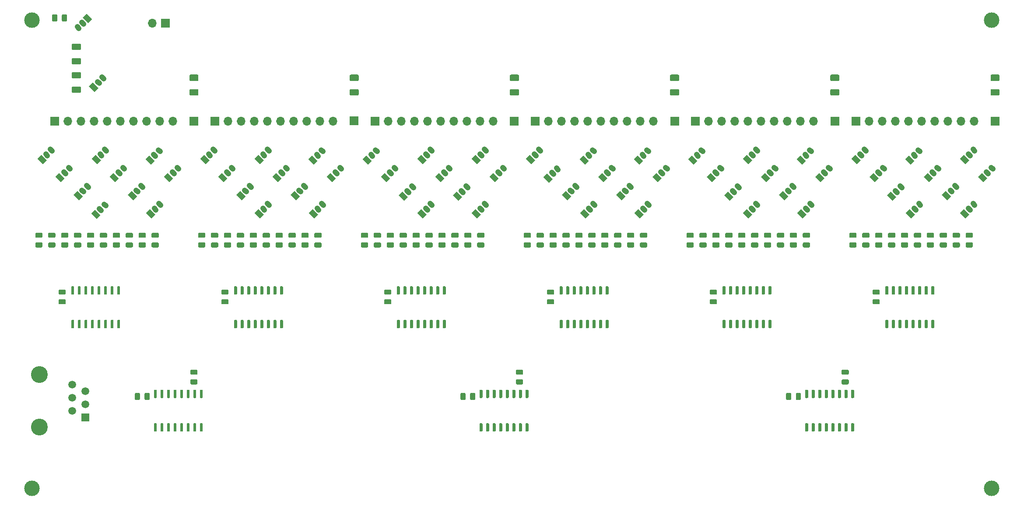
<source format=gts>
G04 #@! TF.GenerationSoftware,KiCad,Pcbnew,5.1.5+dfsg1-2build2*
G04 #@! TF.CreationDate,2021-09-03T15:31:20+02:00*
G04 #@! TF.ProjectId,Nixie clock tubes driver,4e697869-6520-4636-9c6f-636b20747562,rev?*
G04 #@! TF.SameCoordinates,Original*
G04 #@! TF.FileFunction,Soldermask,Top*
G04 #@! TF.FilePolarity,Negative*
%FSLAX46Y46*%
G04 Gerber Fmt 4.6, Leading zero omitted, Abs format (unit mm)*
G04 Created by KiCad (PCBNEW 5.1.5+dfsg1-2build2) date 2021-09-03 15:31:20*
%MOMM*%
%LPD*%
G04 APERTURE LIST*
%ADD10C,3.000000*%
%ADD11C,1.050000*%
%ADD12C,0.100000*%
%ADD13R,1.520000X1.520000*%
%ADD14C,3.250000*%
%ADD15C,1.520000*%
%ADD16O,1.700000X1.700000*%
%ADD17R,1.700000X1.700000*%
G04 APERTURE END LIST*
D10*
X33700000Y-25900000D03*
D11*
X46340901Y-37840901D02*
X46659099Y-38159099D01*
X47238926Y-36942876D02*
X47557124Y-37261074D01*
D12*
G36*
X45761073Y-39799587D02*
G01*
X44700413Y-38738927D01*
X45442875Y-37996465D01*
X46503535Y-39057125D01*
X45761073Y-39799587D01*
G37*
G36*
X73205977Y-77450662D02*
G01*
X73219325Y-77452642D01*
X73232414Y-77455921D01*
X73245119Y-77460467D01*
X73257317Y-77466236D01*
X73268891Y-77473173D01*
X73279729Y-77481211D01*
X73289727Y-77490273D01*
X73298789Y-77500271D01*
X73306827Y-77511109D01*
X73313764Y-77522683D01*
X73319533Y-77534881D01*
X73324079Y-77547586D01*
X73327358Y-77560675D01*
X73329338Y-77574023D01*
X73330000Y-77587500D01*
X73330000Y-78912500D01*
X73329338Y-78925977D01*
X73327358Y-78939325D01*
X73324079Y-78952414D01*
X73319533Y-78965119D01*
X73313764Y-78977317D01*
X73306827Y-78988891D01*
X73298789Y-78999729D01*
X73289727Y-79009727D01*
X73279729Y-79018789D01*
X73268891Y-79026827D01*
X73257317Y-79033764D01*
X73245119Y-79039533D01*
X73232414Y-79044079D01*
X73219325Y-79047358D01*
X73205977Y-79049338D01*
X73192500Y-79050000D01*
X72917500Y-79050000D01*
X72904023Y-79049338D01*
X72890675Y-79047358D01*
X72877586Y-79044079D01*
X72864881Y-79039533D01*
X72852683Y-79033764D01*
X72841109Y-79026827D01*
X72830271Y-79018789D01*
X72820273Y-79009727D01*
X72811211Y-78999729D01*
X72803173Y-78988891D01*
X72796236Y-78977317D01*
X72790467Y-78965119D01*
X72785921Y-78952414D01*
X72782642Y-78939325D01*
X72780662Y-78925977D01*
X72780000Y-78912500D01*
X72780000Y-77587500D01*
X72780662Y-77574023D01*
X72782642Y-77560675D01*
X72785921Y-77547586D01*
X72790467Y-77534881D01*
X72796236Y-77522683D01*
X72803173Y-77511109D01*
X72811211Y-77500271D01*
X72820273Y-77490273D01*
X72830271Y-77481211D01*
X72841109Y-77473173D01*
X72852683Y-77466236D01*
X72864881Y-77460467D01*
X72877586Y-77455921D01*
X72890675Y-77452642D01*
X72904023Y-77450662D01*
X72917500Y-77450000D01*
X73192500Y-77450000D01*
X73205977Y-77450662D01*
G37*
G36*
X74475977Y-77450662D02*
G01*
X74489325Y-77452642D01*
X74502414Y-77455921D01*
X74515119Y-77460467D01*
X74527317Y-77466236D01*
X74538891Y-77473173D01*
X74549729Y-77481211D01*
X74559727Y-77490273D01*
X74568789Y-77500271D01*
X74576827Y-77511109D01*
X74583764Y-77522683D01*
X74589533Y-77534881D01*
X74594079Y-77547586D01*
X74597358Y-77560675D01*
X74599338Y-77574023D01*
X74600000Y-77587500D01*
X74600000Y-78912500D01*
X74599338Y-78925977D01*
X74597358Y-78939325D01*
X74594079Y-78952414D01*
X74589533Y-78965119D01*
X74583764Y-78977317D01*
X74576827Y-78988891D01*
X74568789Y-78999729D01*
X74559727Y-79009727D01*
X74549729Y-79018789D01*
X74538891Y-79026827D01*
X74527317Y-79033764D01*
X74515119Y-79039533D01*
X74502414Y-79044079D01*
X74489325Y-79047358D01*
X74475977Y-79049338D01*
X74462500Y-79050000D01*
X74187500Y-79050000D01*
X74174023Y-79049338D01*
X74160675Y-79047358D01*
X74147586Y-79044079D01*
X74134881Y-79039533D01*
X74122683Y-79033764D01*
X74111109Y-79026827D01*
X74100271Y-79018789D01*
X74090273Y-79009727D01*
X74081211Y-78999729D01*
X74073173Y-78988891D01*
X74066236Y-78977317D01*
X74060467Y-78965119D01*
X74055921Y-78952414D01*
X74052642Y-78939325D01*
X74050662Y-78925977D01*
X74050000Y-78912500D01*
X74050000Y-77587500D01*
X74050662Y-77574023D01*
X74052642Y-77560675D01*
X74055921Y-77547586D01*
X74060467Y-77534881D01*
X74066236Y-77522683D01*
X74073173Y-77511109D01*
X74081211Y-77500271D01*
X74090273Y-77490273D01*
X74100271Y-77481211D01*
X74111109Y-77473173D01*
X74122683Y-77466236D01*
X74134881Y-77460467D01*
X74147586Y-77455921D01*
X74160675Y-77452642D01*
X74174023Y-77450662D01*
X74187500Y-77450000D01*
X74462500Y-77450000D01*
X74475977Y-77450662D01*
G37*
G36*
X75745977Y-77450662D02*
G01*
X75759325Y-77452642D01*
X75772414Y-77455921D01*
X75785119Y-77460467D01*
X75797317Y-77466236D01*
X75808891Y-77473173D01*
X75819729Y-77481211D01*
X75829727Y-77490273D01*
X75838789Y-77500271D01*
X75846827Y-77511109D01*
X75853764Y-77522683D01*
X75859533Y-77534881D01*
X75864079Y-77547586D01*
X75867358Y-77560675D01*
X75869338Y-77574023D01*
X75870000Y-77587500D01*
X75870000Y-78912500D01*
X75869338Y-78925977D01*
X75867358Y-78939325D01*
X75864079Y-78952414D01*
X75859533Y-78965119D01*
X75853764Y-78977317D01*
X75846827Y-78988891D01*
X75838789Y-78999729D01*
X75829727Y-79009727D01*
X75819729Y-79018789D01*
X75808891Y-79026827D01*
X75797317Y-79033764D01*
X75785119Y-79039533D01*
X75772414Y-79044079D01*
X75759325Y-79047358D01*
X75745977Y-79049338D01*
X75732500Y-79050000D01*
X75457500Y-79050000D01*
X75444023Y-79049338D01*
X75430675Y-79047358D01*
X75417586Y-79044079D01*
X75404881Y-79039533D01*
X75392683Y-79033764D01*
X75381109Y-79026827D01*
X75370271Y-79018789D01*
X75360273Y-79009727D01*
X75351211Y-78999729D01*
X75343173Y-78988891D01*
X75336236Y-78977317D01*
X75330467Y-78965119D01*
X75325921Y-78952414D01*
X75322642Y-78939325D01*
X75320662Y-78925977D01*
X75320000Y-78912500D01*
X75320000Y-77587500D01*
X75320662Y-77574023D01*
X75322642Y-77560675D01*
X75325921Y-77547586D01*
X75330467Y-77534881D01*
X75336236Y-77522683D01*
X75343173Y-77511109D01*
X75351211Y-77500271D01*
X75360273Y-77490273D01*
X75370271Y-77481211D01*
X75381109Y-77473173D01*
X75392683Y-77466236D01*
X75404881Y-77460467D01*
X75417586Y-77455921D01*
X75430675Y-77452642D01*
X75444023Y-77450662D01*
X75457500Y-77450000D01*
X75732500Y-77450000D01*
X75745977Y-77450662D01*
G37*
G36*
X77015977Y-77450662D02*
G01*
X77029325Y-77452642D01*
X77042414Y-77455921D01*
X77055119Y-77460467D01*
X77067317Y-77466236D01*
X77078891Y-77473173D01*
X77089729Y-77481211D01*
X77099727Y-77490273D01*
X77108789Y-77500271D01*
X77116827Y-77511109D01*
X77123764Y-77522683D01*
X77129533Y-77534881D01*
X77134079Y-77547586D01*
X77137358Y-77560675D01*
X77139338Y-77574023D01*
X77140000Y-77587500D01*
X77140000Y-78912500D01*
X77139338Y-78925977D01*
X77137358Y-78939325D01*
X77134079Y-78952414D01*
X77129533Y-78965119D01*
X77123764Y-78977317D01*
X77116827Y-78988891D01*
X77108789Y-78999729D01*
X77099727Y-79009727D01*
X77089729Y-79018789D01*
X77078891Y-79026827D01*
X77067317Y-79033764D01*
X77055119Y-79039533D01*
X77042414Y-79044079D01*
X77029325Y-79047358D01*
X77015977Y-79049338D01*
X77002500Y-79050000D01*
X76727500Y-79050000D01*
X76714023Y-79049338D01*
X76700675Y-79047358D01*
X76687586Y-79044079D01*
X76674881Y-79039533D01*
X76662683Y-79033764D01*
X76651109Y-79026827D01*
X76640271Y-79018789D01*
X76630273Y-79009727D01*
X76621211Y-78999729D01*
X76613173Y-78988891D01*
X76606236Y-78977317D01*
X76600467Y-78965119D01*
X76595921Y-78952414D01*
X76592642Y-78939325D01*
X76590662Y-78925977D01*
X76590000Y-78912500D01*
X76590000Y-77587500D01*
X76590662Y-77574023D01*
X76592642Y-77560675D01*
X76595921Y-77547586D01*
X76600467Y-77534881D01*
X76606236Y-77522683D01*
X76613173Y-77511109D01*
X76621211Y-77500271D01*
X76630273Y-77490273D01*
X76640271Y-77481211D01*
X76651109Y-77473173D01*
X76662683Y-77466236D01*
X76674881Y-77460467D01*
X76687586Y-77455921D01*
X76700675Y-77452642D01*
X76714023Y-77450662D01*
X76727500Y-77450000D01*
X77002500Y-77450000D01*
X77015977Y-77450662D01*
G37*
G36*
X78285977Y-77450662D02*
G01*
X78299325Y-77452642D01*
X78312414Y-77455921D01*
X78325119Y-77460467D01*
X78337317Y-77466236D01*
X78348891Y-77473173D01*
X78359729Y-77481211D01*
X78369727Y-77490273D01*
X78378789Y-77500271D01*
X78386827Y-77511109D01*
X78393764Y-77522683D01*
X78399533Y-77534881D01*
X78404079Y-77547586D01*
X78407358Y-77560675D01*
X78409338Y-77574023D01*
X78410000Y-77587500D01*
X78410000Y-78912500D01*
X78409338Y-78925977D01*
X78407358Y-78939325D01*
X78404079Y-78952414D01*
X78399533Y-78965119D01*
X78393764Y-78977317D01*
X78386827Y-78988891D01*
X78378789Y-78999729D01*
X78369727Y-79009727D01*
X78359729Y-79018789D01*
X78348891Y-79026827D01*
X78337317Y-79033764D01*
X78325119Y-79039533D01*
X78312414Y-79044079D01*
X78299325Y-79047358D01*
X78285977Y-79049338D01*
X78272500Y-79050000D01*
X77997500Y-79050000D01*
X77984023Y-79049338D01*
X77970675Y-79047358D01*
X77957586Y-79044079D01*
X77944881Y-79039533D01*
X77932683Y-79033764D01*
X77921109Y-79026827D01*
X77910271Y-79018789D01*
X77900273Y-79009727D01*
X77891211Y-78999729D01*
X77883173Y-78988891D01*
X77876236Y-78977317D01*
X77870467Y-78965119D01*
X77865921Y-78952414D01*
X77862642Y-78939325D01*
X77860662Y-78925977D01*
X77860000Y-78912500D01*
X77860000Y-77587500D01*
X77860662Y-77574023D01*
X77862642Y-77560675D01*
X77865921Y-77547586D01*
X77870467Y-77534881D01*
X77876236Y-77522683D01*
X77883173Y-77511109D01*
X77891211Y-77500271D01*
X77900273Y-77490273D01*
X77910271Y-77481211D01*
X77921109Y-77473173D01*
X77932683Y-77466236D01*
X77944881Y-77460467D01*
X77957586Y-77455921D01*
X77970675Y-77452642D01*
X77984023Y-77450662D01*
X77997500Y-77450000D01*
X78272500Y-77450000D01*
X78285977Y-77450662D01*
G37*
G36*
X79555977Y-77450662D02*
G01*
X79569325Y-77452642D01*
X79582414Y-77455921D01*
X79595119Y-77460467D01*
X79607317Y-77466236D01*
X79618891Y-77473173D01*
X79629729Y-77481211D01*
X79639727Y-77490273D01*
X79648789Y-77500271D01*
X79656827Y-77511109D01*
X79663764Y-77522683D01*
X79669533Y-77534881D01*
X79674079Y-77547586D01*
X79677358Y-77560675D01*
X79679338Y-77574023D01*
X79680000Y-77587500D01*
X79680000Y-78912500D01*
X79679338Y-78925977D01*
X79677358Y-78939325D01*
X79674079Y-78952414D01*
X79669533Y-78965119D01*
X79663764Y-78977317D01*
X79656827Y-78988891D01*
X79648789Y-78999729D01*
X79639727Y-79009727D01*
X79629729Y-79018789D01*
X79618891Y-79026827D01*
X79607317Y-79033764D01*
X79595119Y-79039533D01*
X79582414Y-79044079D01*
X79569325Y-79047358D01*
X79555977Y-79049338D01*
X79542500Y-79050000D01*
X79267500Y-79050000D01*
X79254023Y-79049338D01*
X79240675Y-79047358D01*
X79227586Y-79044079D01*
X79214881Y-79039533D01*
X79202683Y-79033764D01*
X79191109Y-79026827D01*
X79180271Y-79018789D01*
X79170273Y-79009727D01*
X79161211Y-78999729D01*
X79153173Y-78988891D01*
X79146236Y-78977317D01*
X79140467Y-78965119D01*
X79135921Y-78952414D01*
X79132642Y-78939325D01*
X79130662Y-78925977D01*
X79130000Y-78912500D01*
X79130000Y-77587500D01*
X79130662Y-77574023D01*
X79132642Y-77560675D01*
X79135921Y-77547586D01*
X79140467Y-77534881D01*
X79146236Y-77522683D01*
X79153173Y-77511109D01*
X79161211Y-77500271D01*
X79170273Y-77490273D01*
X79180271Y-77481211D01*
X79191109Y-77473173D01*
X79202683Y-77466236D01*
X79214881Y-77460467D01*
X79227586Y-77455921D01*
X79240675Y-77452642D01*
X79254023Y-77450662D01*
X79267500Y-77450000D01*
X79542500Y-77450000D01*
X79555977Y-77450662D01*
G37*
G36*
X80825977Y-77450662D02*
G01*
X80839325Y-77452642D01*
X80852414Y-77455921D01*
X80865119Y-77460467D01*
X80877317Y-77466236D01*
X80888891Y-77473173D01*
X80899729Y-77481211D01*
X80909727Y-77490273D01*
X80918789Y-77500271D01*
X80926827Y-77511109D01*
X80933764Y-77522683D01*
X80939533Y-77534881D01*
X80944079Y-77547586D01*
X80947358Y-77560675D01*
X80949338Y-77574023D01*
X80950000Y-77587500D01*
X80950000Y-78912500D01*
X80949338Y-78925977D01*
X80947358Y-78939325D01*
X80944079Y-78952414D01*
X80939533Y-78965119D01*
X80933764Y-78977317D01*
X80926827Y-78988891D01*
X80918789Y-78999729D01*
X80909727Y-79009727D01*
X80899729Y-79018789D01*
X80888891Y-79026827D01*
X80877317Y-79033764D01*
X80865119Y-79039533D01*
X80852414Y-79044079D01*
X80839325Y-79047358D01*
X80825977Y-79049338D01*
X80812500Y-79050000D01*
X80537500Y-79050000D01*
X80524023Y-79049338D01*
X80510675Y-79047358D01*
X80497586Y-79044079D01*
X80484881Y-79039533D01*
X80472683Y-79033764D01*
X80461109Y-79026827D01*
X80450271Y-79018789D01*
X80440273Y-79009727D01*
X80431211Y-78999729D01*
X80423173Y-78988891D01*
X80416236Y-78977317D01*
X80410467Y-78965119D01*
X80405921Y-78952414D01*
X80402642Y-78939325D01*
X80400662Y-78925977D01*
X80400000Y-78912500D01*
X80400000Y-77587500D01*
X80400662Y-77574023D01*
X80402642Y-77560675D01*
X80405921Y-77547586D01*
X80410467Y-77534881D01*
X80416236Y-77522683D01*
X80423173Y-77511109D01*
X80431211Y-77500271D01*
X80440273Y-77490273D01*
X80450271Y-77481211D01*
X80461109Y-77473173D01*
X80472683Y-77466236D01*
X80484881Y-77460467D01*
X80497586Y-77455921D01*
X80510675Y-77452642D01*
X80524023Y-77450662D01*
X80537500Y-77450000D01*
X80812500Y-77450000D01*
X80825977Y-77450662D01*
G37*
G36*
X82095977Y-77450662D02*
G01*
X82109325Y-77452642D01*
X82122414Y-77455921D01*
X82135119Y-77460467D01*
X82147317Y-77466236D01*
X82158891Y-77473173D01*
X82169729Y-77481211D01*
X82179727Y-77490273D01*
X82188789Y-77500271D01*
X82196827Y-77511109D01*
X82203764Y-77522683D01*
X82209533Y-77534881D01*
X82214079Y-77547586D01*
X82217358Y-77560675D01*
X82219338Y-77574023D01*
X82220000Y-77587500D01*
X82220000Y-78912500D01*
X82219338Y-78925977D01*
X82217358Y-78939325D01*
X82214079Y-78952414D01*
X82209533Y-78965119D01*
X82203764Y-78977317D01*
X82196827Y-78988891D01*
X82188789Y-78999729D01*
X82179727Y-79009727D01*
X82169729Y-79018789D01*
X82158891Y-79026827D01*
X82147317Y-79033764D01*
X82135119Y-79039533D01*
X82122414Y-79044079D01*
X82109325Y-79047358D01*
X82095977Y-79049338D01*
X82082500Y-79050000D01*
X81807500Y-79050000D01*
X81794023Y-79049338D01*
X81780675Y-79047358D01*
X81767586Y-79044079D01*
X81754881Y-79039533D01*
X81742683Y-79033764D01*
X81731109Y-79026827D01*
X81720271Y-79018789D01*
X81710273Y-79009727D01*
X81701211Y-78999729D01*
X81693173Y-78988891D01*
X81686236Y-78977317D01*
X81680467Y-78965119D01*
X81675921Y-78952414D01*
X81672642Y-78939325D01*
X81670662Y-78925977D01*
X81670000Y-78912500D01*
X81670000Y-77587500D01*
X81670662Y-77574023D01*
X81672642Y-77560675D01*
X81675921Y-77547586D01*
X81680467Y-77534881D01*
X81686236Y-77522683D01*
X81693173Y-77511109D01*
X81701211Y-77500271D01*
X81710273Y-77490273D01*
X81720271Y-77481211D01*
X81731109Y-77473173D01*
X81742683Y-77466236D01*
X81754881Y-77460467D01*
X81767586Y-77455921D01*
X81780675Y-77452642D01*
X81794023Y-77450662D01*
X81807500Y-77450000D01*
X82082500Y-77450000D01*
X82095977Y-77450662D01*
G37*
G36*
X82095977Y-83950662D02*
G01*
X82109325Y-83952642D01*
X82122414Y-83955921D01*
X82135119Y-83960467D01*
X82147317Y-83966236D01*
X82158891Y-83973173D01*
X82169729Y-83981211D01*
X82179727Y-83990273D01*
X82188789Y-84000271D01*
X82196827Y-84011109D01*
X82203764Y-84022683D01*
X82209533Y-84034881D01*
X82214079Y-84047586D01*
X82217358Y-84060675D01*
X82219338Y-84074023D01*
X82220000Y-84087500D01*
X82220000Y-85412500D01*
X82219338Y-85425977D01*
X82217358Y-85439325D01*
X82214079Y-85452414D01*
X82209533Y-85465119D01*
X82203764Y-85477317D01*
X82196827Y-85488891D01*
X82188789Y-85499729D01*
X82179727Y-85509727D01*
X82169729Y-85518789D01*
X82158891Y-85526827D01*
X82147317Y-85533764D01*
X82135119Y-85539533D01*
X82122414Y-85544079D01*
X82109325Y-85547358D01*
X82095977Y-85549338D01*
X82082500Y-85550000D01*
X81807500Y-85550000D01*
X81794023Y-85549338D01*
X81780675Y-85547358D01*
X81767586Y-85544079D01*
X81754881Y-85539533D01*
X81742683Y-85533764D01*
X81731109Y-85526827D01*
X81720271Y-85518789D01*
X81710273Y-85509727D01*
X81701211Y-85499729D01*
X81693173Y-85488891D01*
X81686236Y-85477317D01*
X81680467Y-85465119D01*
X81675921Y-85452414D01*
X81672642Y-85439325D01*
X81670662Y-85425977D01*
X81670000Y-85412500D01*
X81670000Y-84087500D01*
X81670662Y-84074023D01*
X81672642Y-84060675D01*
X81675921Y-84047586D01*
X81680467Y-84034881D01*
X81686236Y-84022683D01*
X81693173Y-84011109D01*
X81701211Y-84000271D01*
X81710273Y-83990273D01*
X81720271Y-83981211D01*
X81731109Y-83973173D01*
X81742683Y-83966236D01*
X81754881Y-83960467D01*
X81767586Y-83955921D01*
X81780675Y-83952642D01*
X81794023Y-83950662D01*
X81807500Y-83950000D01*
X82082500Y-83950000D01*
X82095977Y-83950662D01*
G37*
G36*
X80825977Y-83950662D02*
G01*
X80839325Y-83952642D01*
X80852414Y-83955921D01*
X80865119Y-83960467D01*
X80877317Y-83966236D01*
X80888891Y-83973173D01*
X80899729Y-83981211D01*
X80909727Y-83990273D01*
X80918789Y-84000271D01*
X80926827Y-84011109D01*
X80933764Y-84022683D01*
X80939533Y-84034881D01*
X80944079Y-84047586D01*
X80947358Y-84060675D01*
X80949338Y-84074023D01*
X80950000Y-84087500D01*
X80950000Y-85412500D01*
X80949338Y-85425977D01*
X80947358Y-85439325D01*
X80944079Y-85452414D01*
X80939533Y-85465119D01*
X80933764Y-85477317D01*
X80926827Y-85488891D01*
X80918789Y-85499729D01*
X80909727Y-85509727D01*
X80899729Y-85518789D01*
X80888891Y-85526827D01*
X80877317Y-85533764D01*
X80865119Y-85539533D01*
X80852414Y-85544079D01*
X80839325Y-85547358D01*
X80825977Y-85549338D01*
X80812500Y-85550000D01*
X80537500Y-85550000D01*
X80524023Y-85549338D01*
X80510675Y-85547358D01*
X80497586Y-85544079D01*
X80484881Y-85539533D01*
X80472683Y-85533764D01*
X80461109Y-85526827D01*
X80450271Y-85518789D01*
X80440273Y-85509727D01*
X80431211Y-85499729D01*
X80423173Y-85488891D01*
X80416236Y-85477317D01*
X80410467Y-85465119D01*
X80405921Y-85452414D01*
X80402642Y-85439325D01*
X80400662Y-85425977D01*
X80400000Y-85412500D01*
X80400000Y-84087500D01*
X80400662Y-84074023D01*
X80402642Y-84060675D01*
X80405921Y-84047586D01*
X80410467Y-84034881D01*
X80416236Y-84022683D01*
X80423173Y-84011109D01*
X80431211Y-84000271D01*
X80440273Y-83990273D01*
X80450271Y-83981211D01*
X80461109Y-83973173D01*
X80472683Y-83966236D01*
X80484881Y-83960467D01*
X80497586Y-83955921D01*
X80510675Y-83952642D01*
X80524023Y-83950662D01*
X80537500Y-83950000D01*
X80812500Y-83950000D01*
X80825977Y-83950662D01*
G37*
G36*
X79555977Y-83950662D02*
G01*
X79569325Y-83952642D01*
X79582414Y-83955921D01*
X79595119Y-83960467D01*
X79607317Y-83966236D01*
X79618891Y-83973173D01*
X79629729Y-83981211D01*
X79639727Y-83990273D01*
X79648789Y-84000271D01*
X79656827Y-84011109D01*
X79663764Y-84022683D01*
X79669533Y-84034881D01*
X79674079Y-84047586D01*
X79677358Y-84060675D01*
X79679338Y-84074023D01*
X79680000Y-84087500D01*
X79680000Y-85412500D01*
X79679338Y-85425977D01*
X79677358Y-85439325D01*
X79674079Y-85452414D01*
X79669533Y-85465119D01*
X79663764Y-85477317D01*
X79656827Y-85488891D01*
X79648789Y-85499729D01*
X79639727Y-85509727D01*
X79629729Y-85518789D01*
X79618891Y-85526827D01*
X79607317Y-85533764D01*
X79595119Y-85539533D01*
X79582414Y-85544079D01*
X79569325Y-85547358D01*
X79555977Y-85549338D01*
X79542500Y-85550000D01*
X79267500Y-85550000D01*
X79254023Y-85549338D01*
X79240675Y-85547358D01*
X79227586Y-85544079D01*
X79214881Y-85539533D01*
X79202683Y-85533764D01*
X79191109Y-85526827D01*
X79180271Y-85518789D01*
X79170273Y-85509727D01*
X79161211Y-85499729D01*
X79153173Y-85488891D01*
X79146236Y-85477317D01*
X79140467Y-85465119D01*
X79135921Y-85452414D01*
X79132642Y-85439325D01*
X79130662Y-85425977D01*
X79130000Y-85412500D01*
X79130000Y-84087500D01*
X79130662Y-84074023D01*
X79132642Y-84060675D01*
X79135921Y-84047586D01*
X79140467Y-84034881D01*
X79146236Y-84022683D01*
X79153173Y-84011109D01*
X79161211Y-84000271D01*
X79170273Y-83990273D01*
X79180271Y-83981211D01*
X79191109Y-83973173D01*
X79202683Y-83966236D01*
X79214881Y-83960467D01*
X79227586Y-83955921D01*
X79240675Y-83952642D01*
X79254023Y-83950662D01*
X79267500Y-83950000D01*
X79542500Y-83950000D01*
X79555977Y-83950662D01*
G37*
G36*
X78285977Y-83950662D02*
G01*
X78299325Y-83952642D01*
X78312414Y-83955921D01*
X78325119Y-83960467D01*
X78337317Y-83966236D01*
X78348891Y-83973173D01*
X78359729Y-83981211D01*
X78369727Y-83990273D01*
X78378789Y-84000271D01*
X78386827Y-84011109D01*
X78393764Y-84022683D01*
X78399533Y-84034881D01*
X78404079Y-84047586D01*
X78407358Y-84060675D01*
X78409338Y-84074023D01*
X78410000Y-84087500D01*
X78410000Y-85412500D01*
X78409338Y-85425977D01*
X78407358Y-85439325D01*
X78404079Y-85452414D01*
X78399533Y-85465119D01*
X78393764Y-85477317D01*
X78386827Y-85488891D01*
X78378789Y-85499729D01*
X78369727Y-85509727D01*
X78359729Y-85518789D01*
X78348891Y-85526827D01*
X78337317Y-85533764D01*
X78325119Y-85539533D01*
X78312414Y-85544079D01*
X78299325Y-85547358D01*
X78285977Y-85549338D01*
X78272500Y-85550000D01*
X77997500Y-85550000D01*
X77984023Y-85549338D01*
X77970675Y-85547358D01*
X77957586Y-85544079D01*
X77944881Y-85539533D01*
X77932683Y-85533764D01*
X77921109Y-85526827D01*
X77910271Y-85518789D01*
X77900273Y-85509727D01*
X77891211Y-85499729D01*
X77883173Y-85488891D01*
X77876236Y-85477317D01*
X77870467Y-85465119D01*
X77865921Y-85452414D01*
X77862642Y-85439325D01*
X77860662Y-85425977D01*
X77860000Y-85412500D01*
X77860000Y-84087500D01*
X77860662Y-84074023D01*
X77862642Y-84060675D01*
X77865921Y-84047586D01*
X77870467Y-84034881D01*
X77876236Y-84022683D01*
X77883173Y-84011109D01*
X77891211Y-84000271D01*
X77900273Y-83990273D01*
X77910271Y-83981211D01*
X77921109Y-83973173D01*
X77932683Y-83966236D01*
X77944881Y-83960467D01*
X77957586Y-83955921D01*
X77970675Y-83952642D01*
X77984023Y-83950662D01*
X77997500Y-83950000D01*
X78272500Y-83950000D01*
X78285977Y-83950662D01*
G37*
G36*
X77015977Y-83950662D02*
G01*
X77029325Y-83952642D01*
X77042414Y-83955921D01*
X77055119Y-83960467D01*
X77067317Y-83966236D01*
X77078891Y-83973173D01*
X77089729Y-83981211D01*
X77099727Y-83990273D01*
X77108789Y-84000271D01*
X77116827Y-84011109D01*
X77123764Y-84022683D01*
X77129533Y-84034881D01*
X77134079Y-84047586D01*
X77137358Y-84060675D01*
X77139338Y-84074023D01*
X77140000Y-84087500D01*
X77140000Y-85412500D01*
X77139338Y-85425977D01*
X77137358Y-85439325D01*
X77134079Y-85452414D01*
X77129533Y-85465119D01*
X77123764Y-85477317D01*
X77116827Y-85488891D01*
X77108789Y-85499729D01*
X77099727Y-85509727D01*
X77089729Y-85518789D01*
X77078891Y-85526827D01*
X77067317Y-85533764D01*
X77055119Y-85539533D01*
X77042414Y-85544079D01*
X77029325Y-85547358D01*
X77015977Y-85549338D01*
X77002500Y-85550000D01*
X76727500Y-85550000D01*
X76714023Y-85549338D01*
X76700675Y-85547358D01*
X76687586Y-85544079D01*
X76674881Y-85539533D01*
X76662683Y-85533764D01*
X76651109Y-85526827D01*
X76640271Y-85518789D01*
X76630273Y-85509727D01*
X76621211Y-85499729D01*
X76613173Y-85488891D01*
X76606236Y-85477317D01*
X76600467Y-85465119D01*
X76595921Y-85452414D01*
X76592642Y-85439325D01*
X76590662Y-85425977D01*
X76590000Y-85412500D01*
X76590000Y-84087500D01*
X76590662Y-84074023D01*
X76592642Y-84060675D01*
X76595921Y-84047586D01*
X76600467Y-84034881D01*
X76606236Y-84022683D01*
X76613173Y-84011109D01*
X76621211Y-84000271D01*
X76630273Y-83990273D01*
X76640271Y-83981211D01*
X76651109Y-83973173D01*
X76662683Y-83966236D01*
X76674881Y-83960467D01*
X76687586Y-83955921D01*
X76700675Y-83952642D01*
X76714023Y-83950662D01*
X76727500Y-83950000D01*
X77002500Y-83950000D01*
X77015977Y-83950662D01*
G37*
G36*
X75745977Y-83950662D02*
G01*
X75759325Y-83952642D01*
X75772414Y-83955921D01*
X75785119Y-83960467D01*
X75797317Y-83966236D01*
X75808891Y-83973173D01*
X75819729Y-83981211D01*
X75829727Y-83990273D01*
X75838789Y-84000271D01*
X75846827Y-84011109D01*
X75853764Y-84022683D01*
X75859533Y-84034881D01*
X75864079Y-84047586D01*
X75867358Y-84060675D01*
X75869338Y-84074023D01*
X75870000Y-84087500D01*
X75870000Y-85412500D01*
X75869338Y-85425977D01*
X75867358Y-85439325D01*
X75864079Y-85452414D01*
X75859533Y-85465119D01*
X75853764Y-85477317D01*
X75846827Y-85488891D01*
X75838789Y-85499729D01*
X75829727Y-85509727D01*
X75819729Y-85518789D01*
X75808891Y-85526827D01*
X75797317Y-85533764D01*
X75785119Y-85539533D01*
X75772414Y-85544079D01*
X75759325Y-85547358D01*
X75745977Y-85549338D01*
X75732500Y-85550000D01*
X75457500Y-85550000D01*
X75444023Y-85549338D01*
X75430675Y-85547358D01*
X75417586Y-85544079D01*
X75404881Y-85539533D01*
X75392683Y-85533764D01*
X75381109Y-85526827D01*
X75370271Y-85518789D01*
X75360273Y-85509727D01*
X75351211Y-85499729D01*
X75343173Y-85488891D01*
X75336236Y-85477317D01*
X75330467Y-85465119D01*
X75325921Y-85452414D01*
X75322642Y-85439325D01*
X75320662Y-85425977D01*
X75320000Y-85412500D01*
X75320000Y-84087500D01*
X75320662Y-84074023D01*
X75322642Y-84060675D01*
X75325921Y-84047586D01*
X75330467Y-84034881D01*
X75336236Y-84022683D01*
X75343173Y-84011109D01*
X75351211Y-84000271D01*
X75360273Y-83990273D01*
X75370271Y-83981211D01*
X75381109Y-83973173D01*
X75392683Y-83966236D01*
X75404881Y-83960467D01*
X75417586Y-83955921D01*
X75430675Y-83952642D01*
X75444023Y-83950662D01*
X75457500Y-83950000D01*
X75732500Y-83950000D01*
X75745977Y-83950662D01*
G37*
G36*
X74475977Y-83950662D02*
G01*
X74489325Y-83952642D01*
X74502414Y-83955921D01*
X74515119Y-83960467D01*
X74527317Y-83966236D01*
X74538891Y-83973173D01*
X74549729Y-83981211D01*
X74559727Y-83990273D01*
X74568789Y-84000271D01*
X74576827Y-84011109D01*
X74583764Y-84022683D01*
X74589533Y-84034881D01*
X74594079Y-84047586D01*
X74597358Y-84060675D01*
X74599338Y-84074023D01*
X74600000Y-84087500D01*
X74600000Y-85412500D01*
X74599338Y-85425977D01*
X74597358Y-85439325D01*
X74594079Y-85452414D01*
X74589533Y-85465119D01*
X74583764Y-85477317D01*
X74576827Y-85488891D01*
X74568789Y-85499729D01*
X74559727Y-85509727D01*
X74549729Y-85518789D01*
X74538891Y-85526827D01*
X74527317Y-85533764D01*
X74515119Y-85539533D01*
X74502414Y-85544079D01*
X74489325Y-85547358D01*
X74475977Y-85549338D01*
X74462500Y-85550000D01*
X74187500Y-85550000D01*
X74174023Y-85549338D01*
X74160675Y-85547358D01*
X74147586Y-85544079D01*
X74134881Y-85539533D01*
X74122683Y-85533764D01*
X74111109Y-85526827D01*
X74100271Y-85518789D01*
X74090273Y-85509727D01*
X74081211Y-85499729D01*
X74073173Y-85488891D01*
X74066236Y-85477317D01*
X74060467Y-85465119D01*
X74055921Y-85452414D01*
X74052642Y-85439325D01*
X74050662Y-85425977D01*
X74050000Y-85412500D01*
X74050000Y-84087500D01*
X74050662Y-84074023D01*
X74052642Y-84060675D01*
X74055921Y-84047586D01*
X74060467Y-84034881D01*
X74066236Y-84022683D01*
X74073173Y-84011109D01*
X74081211Y-84000271D01*
X74090273Y-83990273D01*
X74100271Y-83981211D01*
X74111109Y-83973173D01*
X74122683Y-83966236D01*
X74134881Y-83960467D01*
X74147586Y-83955921D01*
X74160675Y-83952642D01*
X74174023Y-83950662D01*
X74187500Y-83950000D01*
X74462500Y-83950000D01*
X74475977Y-83950662D01*
G37*
G36*
X73205977Y-83950662D02*
G01*
X73219325Y-83952642D01*
X73232414Y-83955921D01*
X73245119Y-83960467D01*
X73257317Y-83966236D01*
X73268891Y-83973173D01*
X73279729Y-83981211D01*
X73289727Y-83990273D01*
X73298789Y-84000271D01*
X73306827Y-84011109D01*
X73313764Y-84022683D01*
X73319533Y-84034881D01*
X73324079Y-84047586D01*
X73327358Y-84060675D01*
X73329338Y-84074023D01*
X73330000Y-84087500D01*
X73330000Y-85412500D01*
X73329338Y-85425977D01*
X73327358Y-85439325D01*
X73324079Y-85452414D01*
X73319533Y-85465119D01*
X73313764Y-85477317D01*
X73306827Y-85488891D01*
X73298789Y-85499729D01*
X73289727Y-85509727D01*
X73279729Y-85518789D01*
X73268891Y-85526827D01*
X73257317Y-85533764D01*
X73245119Y-85539533D01*
X73232414Y-85544079D01*
X73219325Y-85547358D01*
X73205977Y-85549338D01*
X73192500Y-85550000D01*
X72917500Y-85550000D01*
X72904023Y-85549338D01*
X72890675Y-85547358D01*
X72877586Y-85544079D01*
X72864881Y-85539533D01*
X72852683Y-85533764D01*
X72841109Y-85526827D01*
X72830271Y-85518789D01*
X72820273Y-85509727D01*
X72811211Y-85499729D01*
X72803173Y-85488891D01*
X72796236Y-85477317D01*
X72790467Y-85465119D01*
X72785921Y-85452414D01*
X72782642Y-85439325D01*
X72780662Y-85425977D01*
X72780000Y-85412500D01*
X72780000Y-84087500D01*
X72780662Y-84074023D01*
X72782642Y-84060675D01*
X72785921Y-84047586D01*
X72790467Y-84034881D01*
X72796236Y-84022683D01*
X72803173Y-84011109D01*
X72811211Y-84000271D01*
X72820273Y-83990273D01*
X72830271Y-83981211D01*
X72841109Y-83973173D01*
X72852683Y-83966236D01*
X72864881Y-83960467D01*
X72877586Y-83955921D01*
X72890675Y-83952642D01*
X72904023Y-83950662D01*
X72917500Y-83950000D01*
X73192500Y-83950000D01*
X73205977Y-83950662D01*
G37*
D11*
X141340901Y-62340901D02*
X141659099Y-62659099D01*
X142238926Y-61442876D02*
X142557124Y-61761074D01*
D12*
G36*
X140761073Y-64299587D02*
G01*
X139700413Y-63238927D01*
X140442875Y-62496465D01*
X141503535Y-63557125D01*
X140761073Y-64299587D01*
G37*
D11*
X165840901Y-55340901D02*
X166159099Y-55659099D01*
X166738926Y-54442876D02*
X167057124Y-54761074D01*
D12*
G36*
X165261073Y-57299587D02*
G01*
X164200413Y-56238927D01*
X164942875Y-55496465D01*
X166003535Y-56557125D01*
X165261073Y-57299587D01*
G37*
D11*
X176340901Y-55340901D02*
X176659099Y-55659099D01*
X177238926Y-54442876D02*
X177557124Y-54761074D01*
D12*
G36*
X175761073Y-57299587D02*
G01*
X174700413Y-56238927D01*
X175442875Y-55496465D01*
X176503535Y-56557125D01*
X175761073Y-57299587D01*
G37*
D11*
X155340901Y-55340901D02*
X155659099Y-55659099D01*
X156238926Y-54442876D02*
X156557124Y-54761074D01*
D12*
G36*
X154761073Y-57299587D02*
G01*
X153700413Y-56238927D01*
X154442875Y-55496465D01*
X155503535Y-56557125D01*
X154761073Y-57299587D01*
G37*
G36*
X147761073Y-60799587D02*
G01*
X146700413Y-59738927D01*
X147442875Y-58996465D01*
X148503535Y-60057125D01*
X147761073Y-60799587D01*
G37*
D11*
X149238926Y-57942876D02*
X149557124Y-58261074D01*
X148340901Y-58840901D02*
X148659099Y-59159099D01*
D12*
G36*
X140659099Y-53901561D02*
G01*
X139598439Y-52840901D01*
X140340901Y-52098439D01*
X141401561Y-53159099D01*
X140659099Y-53901561D01*
G37*
D11*
X142136952Y-51044850D02*
X142455150Y-51363048D01*
X141238927Y-51942875D02*
X141557125Y-52261073D01*
D12*
G36*
X123261073Y-57299587D02*
G01*
X122200413Y-56238927D01*
X122942875Y-55496465D01*
X124003535Y-56557125D01*
X123261073Y-57299587D01*
G37*
D11*
X124738926Y-54442876D02*
X125057124Y-54761074D01*
X123840901Y-55340901D02*
X124159099Y-55659099D01*
D12*
G36*
X88159099Y-53901561D02*
G01*
X87098439Y-52840901D01*
X87840901Y-52098439D01*
X88901561Y-53159099D01*
X88159099Y-53901561D01*
G37*
D11*
X89636952Y-51044850D02*
X89955150Y-51363048D01*
X88738927Y-51942875D02*
X89057125Y-52261073D01*
D12*
G36*
X46159099Y-64401561D02*
G01*
X45098439Y-63340901D01*
X45840901Y-62598439D01*
X46901561Y-63659099D01*
X46159099Y-64401561D01*
G37*
D11*
X47636952Y-61544850D02*
X47955150Y-61863048D01*
X46738927Y-62442875D02*
X47057125Y-62761073D01*
D13*
X44000000Y-102800000D03*
D14*
X35110000Y-104710000D03*
D15*
X41460000Y-101530000D03*
X44000000Y-100260000D03*
X41460000Y-98990000D03*
X44000000Y-97720000D03*
X41460000Y-96450000D03*
D14*
X35110000Y-94550000D03*
D16*
X56960000Y-26500000D03*
D17*
X59500000Y-26500000D03*
D10*
X33700000Y-116500000D03*
X219300000Y-116500000D03*
X219300000Y-25900000D03*
D12*
G36*
X39980142Y-79951174D02*
G01*
X40003803Y-79954684D01*
X40027007Y-79960496D01*
X40049529Y-79968554D01*
X40071153Y-79978782D01*
X40091670Y-79991079D01*
X40110883Y-80005329D01*
X40128607Y-80021393D01*
X40144671Y-80039117D01*
X40158921Y-80058330D01*
X40171218Y-80078847D01*
X40181446Y-80100471D01*
X40189504Y-80122993D01*
X40195316Y-80146197D01*
X40198826Y-80169858D01*
X40200000Y-80193750D01*
X40200000Y-80681250D01*
X40198826Y-80705142D01*
X40195316Y-80728803D01*
X40189504Y-80752007D01*
X40181446Y-80774529D01*
X40171218Y-80796153D01*
X40158921Y-80816670D01*
X40144671Y-80835883D01*
X40128607Y-80853607D01*
X40110883Y-80869671D01*
X40091670Y-80883921D01*
X40071153Y-80896218D01*
X40049529Y-80906446D01*
X40027007Y-80914504D01*
X40003803Y-80920316D01*
X39980142Y-80923826D01*
X39956250Y-80925000D01*
X39043750Y-80925000D01*
X39019858Y-80923826D01*
X38996197Y-80920316D01*
X38972993Y-80914504D01*
X38950471Y-80906446D01*
X38928847Y-80896218D01*
X38908330Y-80883921D01*
X38889117Y-80869671D01*
X38871393Y-80853607D01*
X38855329Y-80835883D01*
X38841079Y-80816670D01*
X38828782Y-80796153D01*
X38818554Y-80774529D01*
X38810496Y-80752007D01*
X38804684Y-80728803D01*
X38801174Y-80705142D01*
X38800000Y-80681250D01*
X38800000Y-80193750D01*
X38801174Y-80169858D01*
X38804684Y-80146197D01*
X38810496Y-80122993D01*
X38818554Y-80100471D01*
X38828782Y-80078847D01*
X38841079Y-80058330D01*
X38855329Y-80039117D01*
X38871393Y-80021393D01*
X38889117Y-80005329D01*
X38908330Y-79991079D01*
X38928847Y-79978782D01*
X38950471Y-79968554D01*
X38972993Y-79960496D01*
X38996197Y-79954684D01*
X39019858Y-79951174D01*
X39043750Y-79950000D01*
X39956250Y-79950000D01*
X39980142Y-79951174D01*
G37*
G36*
X39980142Y-78076174D02*
G01*
X40003803Y-78079684D01*
X40027007Y-78085496D01*
X40049529Y-78093554D01*
X40071153Y-78103782D01*
X40091670Y-78116079D01*
X40110883Y-78130329D01*
X40128607Y-78146393D01*
X40144671Y-78164117D01*
X40158921Y-78183330D01*
X40171218Y-78203847D01*
X40181446Y-78225471D01*
X40189504Y-78247993D01*
X40195316Y-78271197D01*
X40198826Y-78294858D01*
X40200000Y-78318750D01*
X40200000Y-78806250D01*
X40198826Y-78830142D01*
X40195316Y-78853803D01*
X40189504Y-78877007D01*
X40181446Y-78899529D01*
X40171218Y-78921153D01*
X40158921Y-78941670D01*
X40144671Y-78960883D01*
X40128607Y-78978607D01*
X40110883Y-78994671D01*
X40091670Y-79008921D01*
X40071153Y-79021218D01*
X40049529Y-79031446D01*
X40027007Y-79039504D01*
X40003803Y-79045316D01*
X39980142Y-79048826D01*
X39956250Y-79050000D01*
X39043750Y-79050000D01*
X39019858Y-79048826D01*
X38996197Y-79045316D01*
X38972993Y-79039504D01*
X38950471Y-79031446D01*
X38928847Y-79021218D01*
X38908330Y-79008921D01*
X38889117Y-78994671D01*
X38871393Y-78978607D01*
X38855329Y-78960883D01*
X38841079Y-78941670D01*
X38828782Y-78921153D01*
X38818554Y-78899529D01*
X38810496Y-78877007D01*
X38804684Y-78853803D01*
X38801174Y-78830142D01*
X38800000Y-78806250D01*
X38800000Y-78318750D01*
X38801174Y-78294858D01*
X38804684Y-78271197D01*
X38810496Y-78247993D01*
X38818554Y-78225471D01*
X38828782Y-78203847D01*
X38841079Y-78183330D01*
X38855329Y-78164117D01*
X38871393Y-78146393D01*
X38889117Y-78130329D01*
X38908330Y-78116079D01*
X38928847Y-78103782D01*
X38950471Y-78093554D01*
X38972993Y-78085496D01*
X38996197Y-78079684D01*
X39019858Y-78076174D01*
X39043750Y-78075000D01*
X39956250Y-78075000D01*
X39980142Y-78076174D01*
G37*
G36*
X56205142Y-98051174D02*
G01*
X56228803Y-98054684D01*
X56252007Y-98060496D01*
X56274529Y-98068554D01*
X56296153Y-98078782D01*
X56316670Y-98091079D01*
X56335883Y-98105329D01*
X56353607Y-98121393D01*
X56369671Y-98139117D01*
X56383921Y-98158330D01*
X56396218Y-98178847D01*
X56406446Y-98200471D01*
X56414504Y-98222993D01*
X56420316Y-98246197D01*
X56423826Y-98269858D01*
X56425000Y-98293750D01*
X56425000Y-99206250D01*
X56423826Y-99230142D01*
X56420316Y-99253803D01*
X56414504Y-99277007D01*
X56406446Y-99299529D01*
X56396218Y-99321153D01*
X56383921Y-99341670D01*
X56369671Y-99360883D01*
X56353607Y-99378607D01*
X56335883Y-99394671D01*
X56316670Y-99408921D01*
X56296153Y-99421218D01*
X56274529Y-99431446D01*
X56252007Y-99439504D01*
X56228803Y-99445316D01*
X56205142Y-99448826D01*
X56181250Y-99450000D01*
X55693750Y-99450000D01*
X55669858Y-99448826D01*
X55646197Y-99445316D01*
X55622993Y-99439504D01*
X55600471Y-99431446D01*
X55578847Y-99421218D01*
X55558330Y-99408921D01*
X55539117Y-99394671D01*
X55521393Y-99378607D01*
X55505329Y-99360883D01*
X55491079Y-99341670D01*
X55478782Y-99321153D01*
X55468554Y-99299529D01*
X55460496Y-99277007D01*
X55454684Y-99253803D01*
X55451174Y-99230142D01*
X55450000Y-99206250D01*
X55450000Y-98293750D01*
X55451174Y-98269858D01*
X55454684Y-98246197D01*
X55460496Y-98222993D01*
X55468554Y-98200471D01*
X55478782Y-98178847D01*
X55491079Y-98158330D01*
X55505329Y-98139117D01*
X55521393Y-98121393D01*
X55539117Y-98105329D01*
X55558330Y-98091079D01*
X55578847Y-98078782D01*
X55600471Y-98068554D01*
X55622993Y-98060496D01*
X55646197Y-98054684D01*
X55669858Y-98051174D01*
X55693750Y-98050000D01*
X56181250Y-98050000D01*
X56205142Y-98051174D01*
G37*
G36*
X54330142Y-98051174D02*
G01*
X54353803Y-98054684D01*
X54377007Y-98060496D01*
X54399529Y-98068554D01*
X54421153Y-98078782D01*
X54441670Y-98091079D01*
X54460883Y-98105329D01*
X54478607Y-98121393D01*
X54494671Y-98139117D01*
X54508921Y-98158330D01*
X54521218Y-98178847D01*
X54531446Y-98200471D01*
X54539504Y-98222993D01*
X54545316Y-98246197D01*
X54548826Y-98269858D01*
X54550000Y-98293750D01*
X54550000Y-99206250D01*
X54548826Y-99230142D01*
X54545316Y-99253803D01*
X54539504Y-99277007D01*
X54531446Y-99299529D01*
X54521218Y-99321153D01*
X54508921Y-99341670D01*
X54494671Y-99360883D01*
X54478607Y-99378607D01*
X54460883Y-99394671D01*
X54441670Y-99408921D01*
X54421153Y-99421218D01*
X54399529Y-99431446D01*
X54377007Y-99439504D01*
X54353803Y-99445316D01*
X54330142Y-99448826D01*
X54306250Y-99450000D01*
X53818750Y-99450000D01*
X53794858Y-99448826D01*
X53771197Y-99445316D01*
X53747993Y-99439504D01*
X53725471Y-99431446D01*
X53703847Y-99421218D01*
X53683330Y-99408921D01*
X53664117Y-99394671D01*
X53646393Y-99378607D01*
X53630329Y-99360883D01*
X53616079Y-99341670D01*
X53603782Y-99321153D01*
X53593554Y-99299529D01*
X53585496Y-99277007D01*
X53579684Y-99253803D01*
X53576174Y-99230142D01*
X53575000Y-99206250D01*
X53575000Y-98293750D01*
X53576174Y-98269858D01*
X53579684Y-98246197D01*
X53585496Y-98222993D01*
X53593554Y-98200471D01*
X53603782Y-98178847D01*
X53616079Y-98158330D01*
X53630329Y-98139117D01*
X53646393Y-98121393D01*
X53664117Y-98105329D01*
X53683330Y-98091079D01*
X53703847Y-98078782D01*
X53725471Y-98068554D01*
X53747993Y-98060496D01*
X53771197Y-98054684D01*
X53794858Y-98051174D01*
X53818750Y-98050000D01*
X54306250Y-98050000D01*
X54330142Y-98051174D01*
G37*
G36*
X71480142Y-78076174D02*
G01*
X71503803Y-78079684D01*
X71527007Y-78085496D01*
X71549529Y-78093554D01*
X71571153Y-78103782D01*
X71591670Y-78116079D01*
X71610883Y-78130329D01*
X71628607Y-78146393D01*
X71644671Y-78164117D01*
X71658921Y-78183330D01*
X71671218Y-78203847D01*
X71681446Y-78225471D01*
X71689504Y-78247993D01*
X71695316Y-78271197D01*
X71698826Y-78294858D01*
X71700000Y-78318750D01*
X71700000Y-78806250D01*
X71698826Y-78830142D01*
X71695316Y-78853803D01*
X71689504Y-78877007D01*
X71681446Y-78899529D01*
X71671218Y-78921153D01*
X71658921Y-78941670D01*
X71644671Y-78960883D01*
X71628607Y-78978607D01*
X71610883Y-78994671D01*
X71591670Y-79008921D01*
X71571153Y-79021218D01*
X71549529Y-79031446D01*
X71527007Y-79039504D01*
X71503803Y-79045316D01*
X71480142Y-79048826D01*
X71456250Y-79050000D01*
X70543750Y-79050000D01*
X70519858Y-79048826D01*
X70496197Y-79045316D01*
X70472993Y-79039504D01*
X70450471Y-79031446D01*
X70428847Y-79021218D01*
X70408330Y-79008921D01*
X70389117Y-78994671D01*
X70371393Y-78978607D01*
X70355329Y-78960883D01*
X70341079Y-78941670D01*
X70328782Y-78921153D01*
X70318554Y-78899529D01*
X70310496Y-78877007D01*
X70304684Y-78853803D01*
X70301174Y-78830142D01*
X70300000Y-78806250D01*
X70300000Y-78318750D01*
X70301174Y-78294858D01*
X70304684Y-78271197D01*
X70310496Y-78247993D01*
X70318554Y-78225471D01*
X70328782Y-78203847D01*
X70341079Y-78183330D01*
X70355329Y-78164117D01*
X70371393Y-78146393D01*
X70389117Y-78130329D01*
X70408330Y-78116079D01*
X70428847Y-78103782D01*
X70450471Y-78093554D01*
X70472993Y-78085496D01*
X70496197Y-78079684D01*
X70519858Y-78076174D01*
X70543750Y-78075000D01*
X71456250Y-78075000D01*
X71480142Y-78076174D01*
G37*
G36*
X71480142Y-79951174D02*
G01*
X71503803Y-79954684D01*
X71527007Y-79960496D01*
X71549529Y-79968554D01*
X71571153Y-79978782D01*
X71591670Y-79991079D01*
X71610883Y-80005329D01*
X71628607Y-80021393D01*
X71644671Y-80039117D01*
X71658921Y-80058330D01*
X71671218Y-80078847D01*
X71681446Y-80100471D01*
X71689504Y-80122993D01*
X71695316Y-80146197D01*
X71698826Y-80169858D01*
X71700000Y-80193750D01*
X71700000Y-80681250D01*
X71698826Y-80705142D01*
X71695316Y-80728803D01*
X71689504Y-80752007D01*
X71681446Y-80774529D01*
X71671218Y-80796153D01*
X71658921Y-80816670D01*
X71644671Y-80835883D01*
X71628607Y-80853607D01*
X71610883Y-80869671D01*
X71591670Y-80883921D01*
X71571153Y-80896218D01*
X71549529Y-80906446D01*
X71527007Y-80914504D01*
X71503803Y-80920316D01*
X71480142Y-80923826D01*
X71456250Y-80925000D01*
X70543750Y-80925000D01*
X70519858Y-80923826D01*
X70496197Y-80920316D01*
X70472993Y-80914504D01*
X70450471Y-80906446D01*
X70428847Y-80896218D01*
X70408330Y-80883921D01*
X70389117Y-80869671D01*
X70371393Y-80853607D01*
X70355329Y-80835883D01*
X70341079Y-80816670D01*
X70328782Y-80796153D01*
X70318554Y-80774529D01*
X70310496Y-80752007D01*
X70304684Y-80728803D01*
X70301174Y-80705142D01*
X70300000Y-80681250D01*
X70300000Y-80193750D01*
X70301174Y-80169858D01*
X70304684Y-80146197D01*
X70310496Y-80122993D01*
X70318554Y-80100471D01*
X70328782Y-80078847D01*
X70341079Y-80058330D01*
X70355329Y-80039117D01*
X70371393Y-80021393D01*
X70389117Y-80005329D01*
X70408330Y-79991079D01*
X70428847Y-79978782D01*
X70450471Y-79968554D01*
X70472993Y-79960496D01*
X70496197Y-79954684D01*
X70519858Y-79951174D01*
X70543750Y-79950000D01*
X71456250Y-79950000D01*
X71480142Y-79951174D01*
G37*
G36*
X102980142Y-79951174D02*
G01*
X103003803Y-79954684D01*
X103027007Y-79960496D01*
X103049529Y-79968554D01*
X103071153Y-79978782D01*
X103091670Y-79991079D01*
X103110883Y-80005329D01*
X103128607Y-80021393D01*
X103144671Y-80039117D01*
X103158921Y-80058330D01*
X103171218Y-80078847D01*
X103181446Y-80100471D01*
X103189504Y-80122993D01*
X103195316Y-80146197D01*
X103198826Y-80169858D01*
X103200000Y-80193750D01*
X103200000Y-80681250D01*
X103198826Y-80705142D01*
X103195316Y-80728803D01*
X103189504Y-80752007D01*
X103181446Y-80774529D01*
X103171218Y-80796153D01*
X103158921Y-80816670D01*
X103144671Y-80835883D01*
X103128607Y-80853607D01*
X103110883Y-80869671D01*
X103091670Y-80883921D01*
X103071153Y-80896218D01*
X103049529Y-80906446D01*
X103027007Y-80914504D01*
X103003803Y-80920316D01*
X102980142Y-80923826D01*
X102956250Y-80925000D01*
X102043750Y-80925000D01*
X102019858Y-80923826D01*
X101996197Y-80920316D01*
X101972993Y-80914504D01*
X101950471Y-80906446D01*
X101928847Y-80896218D01*
X101908330Y-80883921D01*
X101889117Y-80869671D01*
X101871393Y-80853607D01*
X101855329Y-80835883D01*
X101841079Y-80816670D01*
X101828782Y-80796153D01*
X101818554Y-80774529D01*
X101810496Y-80752007D01*
X101804684Y-80728803D01*
X101801174Y-80705142D01*
X101800000Y-80681250D01*
X101800000Y-80193750D01*
X101801174Y-80169858D01*
X101804684Y-80146197D01*
X101810496Y-80122993D01*
X101818554Y-80100471D01*
X101828782Y-80078847D01*
X101841079Y-80058330D01*
X101855329Y-80039117D01*
X101871393Y-80021393D01*
X101889117Y-80005329D01*
X101908330Y-79991079D01*
X101928847Y-79978782D01*
X101950471Y-79968554D01*
X101972993Y-79960496D01*
X101996197Y-79954684D01*
X102019858Y-79951174D01*
X102043750Y-79950000D01*
X102956250Y-79950000D01*
X102980142Y-79951174D01*
G37*
G36*
X102980142Y-78076174D02*
G01*
X103003803Y-78079684D01*
X103027007Y-78085496D01*
X103049529Y-78093554D01*
X103071153Y-78103782D01*
X103091670Y-78116079D01*
X103110883Y-78130329D01*
X103128607Y-78146393D01*
X103144671Y-78164117D01*
X103158921Y-78183330D01*
X103171218Y-78203847D01*
X103181446Y-78225471D01*
X103189504Y-78247993D01*
X103195316Y-78271197D01*
X103198826Y-78294858D01*
X103200000Y-78318750D01*
X103200000Y-78806250D01*
X103198826Y-78830142D01*
X103195316Y-78853803D01*
X103189504Y-78877007D01*
X103181446Y-78899529D01*
X103171218Y-78921153D01*
X103158921Y-78941670D01*
X103144671Y-78960883D01*
X103128607Y-78978607D01*
X103110883Y-78994671D01*
X103091670Y-79008921D01*
X103071153Y-79021218D01*
X103049529Y-79031446D01*
X103027007Y-79039504D01*
X103003803Y-79045316D01*
X102980142Y-79048826D01*
X102956250Y-79050000D01*
X102043750Y-79050000D01*
X102019858Y-79048826D01*
X101996197Y-79045316D01*
X101972993Y-79039504D01*
X101950471Y-79031446D01*
X101928847Y-79021218D01*
X101908330Y-79008921D01*
X101889117Y-78994671D01*
X101871393Y-78978607D01*
X101855329Y-78960883D01*
X101841079Y-78941670D01*
X101828782Y-78921153D01*
X101818554Y-78899529D01*
X101810496Y-78877007D01*
X101804684Y-78853803D01*
X101801174Y-78830142D01*
X101800000Y-78806250D01*
X101800000Y-78318750D01*
X101801174Y-78294858D01*
X101804684Y-78271197D01*
X101810496Y-78247993D01*
X101818554Y-78225471D01*
X101828782Y-78203847D01*
X101841079Y-78183330D01*
X101855329Y-78164117D01*
X101871393Y-78146393D01*
X101889117Y-78130329D01*
X101908330Y-78116079D01*
X101928847Y-78103782D01*
X101950471Y-78093554D01*
X101972993Y-78085496D01*
X101996197Y-78079684D01*
X102019858Y-78076174D01*
X102043750Y-78075000D01*
X102956250Y-78075000D01*
X102980142Y-78076174D01*
G37*
G36*
X117330142Y-98051174D02*
G01*
X117353803Y-98054684D01*
X117377007Y-98060496D01*
X117399529Y-98068554D01*
X117421153Y-98078782D01*
X117441670Y-98091079D01*
X117460883Y-98105329D01*
X117478607Y-98121393D01*
X117494671Y-98139117D01*
X117508921Y-98158330D01*
X117521218Y-98178847D01*
X117531446Y-98200471D01*
X117539504Y-98222993D01*
X117545316Y-98246197D01*
X117548826Y-98269858D01*
X117550000Y-98293750D01*
X117550000Y-99206250D01*
X117548826Y-99230142D01*
X117545316Y-99253803D01*
X117539504Y-99277007D01*
X117531446Y-99299529D01*
X117521218Y-99321153D01*
X117508921Y-99341670D01*
X117494671Y-99360883D01*
X117478607Y-99378607D01*
X117460883Y-99394671D01*
X117441670Y-99408921D01*
X117421153Y-99421218D01*
X117399529Y-99431446D01*
X117377007Y-99439504D01*
X117353803Y-99445316D01*
X117330142Y-99448826D01*
X117306250Y-99450000D01*
X116818750Y-99450000D01*
X116794858Y-99448826D01*
X116771197Y-99445316D01*
X116747993Y-99439504D01*
X116725471Y-99431446D01*
X116703847Y-99421218D01*
X116683330Y-99408921D01*
X116664117Y-99394671D01*
X116646393Y-99378607D01*
X116630329Y-99360883D01*
X116616079Y-99341670D01*
X116603782Y-99321153D01*
X116593554Y-99299529D01*
X116585496Y-99277007D01*
X116579684Y-99253803D01*
X116576174Y-99230142D01*
X116575000Y-99206250D01*
X116575000Y-98293750D01*
X116576174Y-98269858D01*
X116579684Y-98246197D01*
X116585496Y-98222993D01*
X116593554Y-98200471D01*
X116603782Y-98178847D01*
X116616079Y-98158330D01*
X116630329Y-98139117D01*
X116646393Y-98121393D01*
X116664117Y-98105329D01*
X116683330Y-98091079D01*
X116703847Y-98078782D01*
X116725471Y-98068554D01*
X116747993Y-98060496D01*
X116771197Y-98054684D01*
X116794858Y-98051174D01*
X116818750Y-98050000D01*
X117306250Y-98050000D01*
X117330142Y-98051174D01*
G37*
G36*
X119205142Y-98051174D02*
G01*
X119228803Y-98054684D01*
X119252007Y-98060496D01*
X119274529Y-98068554D01*
X119296153Y-98078782D01*
X119316670Y-98091079D01*
X119335883Y-98105329D01*
X119353607Y-98121393D01*
X119369671Y-98139117D01*
X119383921Y-98158330D01*
X119396218Y-98178847D01*
X119406446Y-98200471D01*
X119414504Y-98222993D01*
X119420316Y-98246197D01*
X119423826Y-98269858D01*
X119425000Y-98293750D01*
X119425000Y-99206250D01*
X119423826Y-99230142D01*
X119420316Y-99253803D01*
X119414504Y-99277007D01*
X119406446Y-99299529D01*
X119396218Y-99321153D01*
X119383921Y-99341670D01*
X119369671Y-99360883D01*
X119353607Y-99378607D01*
X119335883Y-99394671D01*
X119316670Y-99408921D01*
X119296153Y-99421218D01*
X119274529Y-99431446D01*
X119252007Y-99439504D01*
X119228803Y-99445316D01*
X119205142Y-99448826D01*
X119181250Y-99450000D01*
X118693750Y-99450000D01*
X118669858Y-99448826D01*
X118646197Y-99445316D01*
X118622993Y-99439504D01*
X118600471Y-99431446D01*
X118578847Y-99421218D01*
X118558330Y-99408921D01*
X118539117Y-99394671D01*
X118521393Y-99378607D01*
X118505329Y-99360883D01*
X118491079Y-99341670D01*
X118478782Y-99321153D01*
X118468554Y-99299529D01*
X118460496Y-99277007D01*
X118454684Y-99253803D01*
X118451174Y-99230142D01*
X118450000Y-99206250D01*
X118450000Y-98293750D01*
X118451174Y-98269858D01*
X118454684Y-98246197D01*
X118460496Y-98222993D01*
X118468554Y-98200471D01*
X118478782Y-98178847D01*
X118491079Y-98158330D01*
X118505329Y-98139117D01*
X118521393Y-98121393D01*
X118539117Y-98105329D01*
X118558330Y-98091079D01*
X118578847Y-98078782D01*
X118600471Y-98068554D01*
X118622993Y-98060496D01*
X118646197Y-98054684D01*
X118669858Y-98051174D01*
X118693750Y-98050000D01*
X119181250Y-98050000D01*
X119205142Y-98051174D01*
G37*
G36*
X134480142Y-78076174D02*
G01*
X134503803Y-78079684D01*
X134527007Y-78085496D01*
X134549529Y-78093554D01*
X134571153Y-78103782D01*
X134591670Y-78116079D01*
X134610883Y-78130329D01*
X134628607Y-78146393D01*
X134644671Y-78164117D01*
X134658921Y-78183330D01*
X134671218Y-78203847D01*
X134681446Y-78225471D01*
X134689504Y-78247993D01*
X134695316Y-78271197D01*
X134698826Y-78294858D01*
X134700000Y-78318750D01*
X134700000Y-78806250D01*
X134698826Y-78830142D01*
X134695316Y-78853803D01*
X134689504Y-78877007D01*
X134681446Y-78899529D01*
X134671218Y-78921153D01*
X134658921Y-78941670D01*
X134644671Y-78960883D01*
X134628607Y-78978607D01*
X134610883Y-78994671D01*
X134591670Y-79008921D01*
X134571153Y-79021218D01*
X134549529Y-79031446D01*
X134527007Y-79039504D01*
X134503803Y-79045316D01*
X134480142Y-79048826D01*
X134456250Y-79050000D01*
X133543750Y-79050000D01*
X133519858Y-79048826D01*
X133496197Y-79045316D01*
X133472993Y-79039504D01*
X133450471Y-79031446D01*
X133428847Y-79021218D01*
X133408330Y-79008921D01*
X133389117Y-78994671D01*
X133371393Y-78978607D01*
X133355329Y-78960883D01*
X133341079Y-78941670D01*
X133328782Y-78921153D01*
X133318554Y-78899529D01*
X133310496Y-78877007D01*
X133304684Y-78853803D01*
X133301174Y-78830142D01*
X133300000Y-78806250D01*
X133300000Y-78318750D01*
X133301174Y-78294858D01*
X133304684Y-78271197D01*
X133310496Y-78247993D01*
X133318554Y-78225471D01*
X133328782Y-78203847D01*
X133341079Y-78183330D01*
X133355329Y-78164117D01*
X133371393Y-78146393D01*
X133389117Y-78130329D01*
X133408330Y-78116079D01*
X133428847Y-78103782D01*
X133450471Y-78093554D01*
X133472993Y-78085496D01*
X133496197Y-78079684D01*
X133519858Y-78076174D01*
X133543750Y-78075000D01*
X134456250Y-78075000D01*
X134480142Y-78076174D01*
G37*
G36*
X134480142Y-79951174D02*
G01*
X134503803Y-79954684D01*
X134527007Y-79960496D01*
X134549529Y-79968554D01*
X134571153Y-79978782D01*
X134591670Y-79991079D01*
X134610883Y-80005329D01*
X134628607Y-80021393D01*
X134644671Y-80039117D01*
X134658921Y-80058330D01*
X134671218Y-80078847D01*
X134681446Y-80100471D01*
X134689504Y-80122993D01*
X134695316Y-80146197D01*
X134698826Y-80169858D01*
X134700000Y-80193750D01*
X134700000Y-80681250D01*
X134698826Y-80705142D01*
X134695316Y-80728803D01*
X134689504Y-80752007D01*
X134681446Y-80774529D01*
X134671218Y-80796153D01*
X134658921Y-80816670D01*
X134644671Y-80835883D01*
X134628607Y-80853607D01*
X134610883Y-80869671D01*
X134591670Y-80883921D01*
X134571153Y-80896218D01*
X134549529Y-80906446D01*
X134527007Y-80914504D01*
X134503803Y-80920316D01*
X134480142Y-80923826D01*
X134456250Y-80925000D01*
X133543750Y-80925000D01*
X133519858Y-80923826D01*
X133496197Y-80920316D01*
X133472993Y-80914504D01*
X133450471Y-80906446D01*
X133428847Y-80896218D01*
X133408330Y-80883921D01*
X133389117Y-80869671D01*
X133371393Y-80853607D01*
X133355329Y-80835883D01*
X133341079Y-80816670D01*
X133328782Y-80796153D01*
X133318554Y-80774529D01*
X133310496Y-80752007D01*
X133304684Y-80728803D01*
X133301174Y-80705142D01*
X133300000Y-80681250D01*
X133300000Y-80193750D01*
X133301174Y-80169858D01*
X133304684Y-80146197D01*
X133310496Y-80122993D01*
X133318554Y-80100471D01*
X133328782Y-80078847D01*
X133341079Y-80058330D01*
X133355329Y-80039117D01*
X133371393Y-80021393D01*
X133389117Y-80005329D01*
X133408330Y-79991079D01*
X133428847Y-79978782D01*
X133450471Y-79968554D01*
X133472993Y-79960496D01*
X133496197Y-79954684D01*
X133519858Y-79951174D01*
X133543750Y-79950000D01*
X134456250Y-79950000D01*
X134480142Y-79951174D01*
G37*
G36*
X165980142Y-79951174D02*
G01*
X166003803Y-79954684D01*
X166027007Y-79960496D01*
X166049529Y-79968554D01*
X166071153Y-79978782D01*
X166091670Y-79991079D01*
X166110883Y-80005329D01*
X166128607Y-80021393D01*
X166144671Y-80039117D01*
X166158921Y-80058330D01*
X166171218Y-80078847D01*
X166181446Y-80100471D01*
X166189504Y-80122993D01*
X166195316Y-80146197D01*
X166198826Y-80169858D01*
X166200000Y-80193750D01*
X166200000Y-80681250D01*
X166198826Y-80705142D01*
X166195316Y-80728803D01*
X166189504Y-80752007D01*
X166181446Y-80774529D01*
X166171218Y-80796153D01*
X166158921Y-80816670D01*
X166144671Y-80835883D01*
X166128607Y-80853607D01*
X166110883Y-80869671D01*
X166091670Y-80883921D01*
X166071153Y-80896218D01*
X166049529Y-80906446D01*
X166027007Y-80914504D01*
X166003803Y-80920316D01*
X165980142Y-80923826D01*
X165956250Y-80925000D01*
X165043750Y-80925000D01*
X165019858Y-80923826D01*
X164996197Y-80920316D01*
X164972993Y-80914504D01*
X164950471Y-80906446D01*
X164928847Y-80896218D01*
X164908330Y-80883921D01*
X164889117Y-80869671D01*
X164871393Y-80853607D01*
X164855329Y-80835883D01*
X164841079Y-80816670D01*
X164828782Y-80796153D01*
X164818554Y-80774529D01*
X164810496Y-80752007D01*
X164804684Y-80728803D01*
X164801174Y-80705142D01*
X164800000Y-80681250D01*
X164800000Y-80193750D01*
X164801174Y-80169858D01*
X164804684Y-80146197D01*
X164810496Y-80122993D01*
X164818554Y-80100471D01*
X164828782Y-80078847D01*
X164841079Y-80058330D01*
X164855329Y-80039117D01*
X164871393Y-80021393D01*
X164889117Y-80005329D01*
X164908330Y-79991079D01*
X164928847Y-79978782D01*
X164950471Y-79968554D01*
X164972993Y-79960496D01*
X164996197Y-79954684D01*
X165019858Y-79951174D01*
X165043750Y-79950000D01*
X165956250Y-79950000D01*
X165980142Y-79951174D01*
G37*
G36*
X165980142Y-78076174D02*
G01*
X166003803Y-78079684D01*
X166027007Y-78085496D01*
X166049529Y-78093554D01*
X166071153Y-78103782D01*
X166091670Y-78116079D01*
X166110883Y-78130329D01*
X166128607Y-78146393D01*
X166144671Y-78164117D01*
X166158921Y-78183330D01*
X166171218Y-78203847D01*
X166181446Y-78225471D01*
X166189504Y-78247993D01*
X166195316Y-78271197D01*
X166198826Y-78294858D01*
X166200000Y-78318750D01*
X166200000Y-78806250D01*
X166198826Y-78830142D01*
X166195316Y-78853803D01*
X166189504Y-78877007D01*
X166181446Y-78899529D01*
X166171218Y-78921153D01*
X166158921Y-78941670D01*
X166144671Y-78960883D01*
X166128607Y-78978607D01*
X166110883Y-78994671D01*
X166091670Y-79008921D01*
X166071153Y-79021218D01*
X166049529Y-79031446D01*
X166027007Y-79039504D01*
X166003803Y-79045316D01*
X165980142Y-79048826D01*
X165956250Y-79050000D01*
X165043750Y-79050000D01*
X165019858Y-79048826D01*
X164996197Y-79045316D01*
X164972993Y-79039504D01*
X164950471Y-79031446D01*
X164928847Y-79021218D01*
X164908330Y-79008921D01*
X164889117Y-78994671D01*
X164871393Y-78978607D01*
X164855329Y-78960883D01*
X164841079Y-78941670D01*
X164828782Y-78921153D01*
X164818554Y-78899529D01*
X164810496Y-78877007D01*
X164804684Y-78853803D01*
X164801174Y-78830142D01*
X164800000Y-78806250D01*
X164800000Y-78318750D01*
X164801174Y-78294858D01*
X164804684Y-78271197D01*
X164810496Y-78247993D01*
X164818554Y-78225471D01*
X164828782Y-78203847D01*
X164841079Y-78183330D01*
X164855329Y-78164117D01*
X164871393Y-78146393D01*
X164889117Y-78130329D01*
X164908330Y-78116079D01*
X164928847Y-78103782D01*
X164950471Y-78093554D01*
X164972993Y-78085496D01*
X164996197Y-78079684D01*
X165019858Y-78076174D01*
X165043750Y-78075000D01*
X165956250Y-78075000D01*
X165980142Y-78076174D01*
G37*
G36*
X182205142Y-98051174D02*
G01*
X182228803Y-98054684D01*
X182252007Y-98060496D01*
X182274529Y-98068554D01*
X182296153Y-98078782D01*
X182316670Y-98091079D01*
X182335883Y-98105329D01*
X182353607Y-98121393D01*
X182369671Y-98139117D01*
X182383921Y-98158330D01*
X182396218Y-98178847D01*
X182406446Y-98200471D01*
X182414504Y-98222993D01*
X182420316Y-98246197D01*
X182423826Y-98269858D01*
X182425000Y-98293750D01*
X182425000Y-99206250D01*
X182423826Y-99230142D01*
X182420316Y-99253803D01*
X182414504Y-99277007D01*
X182406446Y-99299529D01*
X182396218Y-99321153D01*
X182383921Y-99341670D01*
X182369671Y-99360883D01*
X182353607Y-99378607D01*
X182335883Y-99394671D01*
X182316670Y-99408921D01*
X182296153Y-99421218D01*
X182274529Y-99431446D01*
X182252007Y-99439504D01*
X182228803Y-99445316D01*
X182205142Y-99448826D01*
X182181250Y-99450000D01*
X181693750Y-99450000D01*
X181669858Y-99448826D01*
X181646197Y-99445316D01*
X181622993Y-99439504D01*
X181600471Y-99431446D01*
X181578847Y-99421218D01*
X181558330Y-99408921D01*
X181539117Y-99394671D01*
X181521393Y-99378607D01*
X181505329Y-99360883D01*
X181491079Y-99341670D01*
X181478782Y-99321153D01*
X181468554Y-99299529D01*
X181460496Y-99277007D01*
X181454684Y-99253803D01*
X181451174Y-99230142D01*
X181450000Y-99206250D01*
X181450000Y-98293750D01*
X181451174Y-98269858D01*
X181454684Y-98246197D01*
X181460496Y-98222993D01*
X181468554Y-98200471D01*
X181478782Y-98178847D01*
X181491079Y-98158330D01*
X181505329Y-98139117D01*
X181521393Y-98121393D01*
X181539117Y-98105329D01*
X181558330Y-98091079D01*
X181578847Y-98078782D01*
X181600471Y-98068554D01*
X181622993Y-98060496D01*
X181646197Y-98054684D01*
X181669858Y-98051174D01*
X181693750Y-98050000D01*
X182181250Y-98050000D01*
X182205142Y-98051174D01*
G37*
G36*
X180330142Y-98051174D02*
G01*
X180353803Y-98054684D01*
X180377007Y-98060496D01*
X180399529Y-98068554D01*
X180421153Y-98078782D01*
X180441670Y-98091079D01*
X180460883Y-98105329D01*
X180478607Y-98121393D01*
X180494671Y-98139117D01*
X180508921Y-98158330D01*
X180521218Y-98178847D01*
X180531446Y-98200471D01*
X180539504Y-98222993D01*
X180545316Y-98246197D01*
X180548826Y-98269858D01*
X180550000Y-98293750D01*
X180550000Y-99206250D01*
X180548826Y-99230142D01*
X180545316Y-99253803D01*
X180539504Y-99277007D01*
X180531446Y-99299529D01*
X180521218Y-99321153D01*
X180508921Y-99341670D01*
X180494671Y-99360883D01*
X180478607Y-99378607D01*
X180460883Y-99394671D01*
X180441670Y-99408921D01*
X180421153Y-99421218D01*
X180399529Y-99431446D01*
X180377007Y-99439504D01*
X180353803Y-99445316D01*
X180330142Y-99448826D01*
X180306250Y-99450000D01*
X179818750Y-99450000D01*
X179794858Y-99448826D01*
X179771197Y-99445316D01*
X179747993Y-99439504D01*
X179725471Y-99431446D01*
X179703847Y-99421218D01*
X179683330Y-99408921D01*
X179664117Y-99394671D01*
X179646393Y-99378607D01*
X179630329Y-99360883D01*
X179616079Y-99341670D01*
X179603782Y-99321153D01*
X179593554Y-99299529D01*
X179585496Y-99277007D01*
X179579684Y-99253803D01*
X179576174Y-99230142D01*
X179575000Y-99206250D01*
X179575000Y-98293750D01*
X179576174Y-98269858D01*
X179579684Y-98246197D01*
X179585496Y-98222993D01*
X179593554Y-98200471D01*
X179603782Y-98178847D01*
X179616079Y-98158330D01*
X179630329Y-98139117D01*
X179646393Y-98121393D01*
X179664117Y-98105329D01*
X179683330Y-98091079D01*
X179703847Y-98078782D01*
X179725471Y-98068554D01*
X179747993Y-98060496D01*
X179771197Y-98054684D01*
X179794858Y-98051174D01*
X179818750Y-98050000D01*
X180306250Y-98050000D01*
X180330142Y-98051174D01*
G37*
G36*
X197480142Y-78076174D02*
G01*
X197503803Y-78079684D01*
X197527007Y-78085496D01*
X197549529Y-78093554D01*
X197571153Y-78103782D01*
X197591670Y-78116079D01*
X197610883Y-78130329D01*
X197628607Y-78146393D01*
X197644671Y-78164117D01*
X197658921Y-78183330D01*
X197671218Y-78203847D01*
X197681446Y-78225471D01*
X197689504Y-78247993D01*
X197695316Y-78271197D01*
X197698826Y-78294858D01*
X197700000Y-78318750D01*
X197700000Y-78806250D01*
X197698826Y-78830142D01*
X197695316Y-78853803D01*
X197689504Y-78877007D01*
X197681446Y-78899529D01*
X197671218Y-78921153D01*
X197658921Y-78941670D01*
X197644671Y-78960883D01*
X197628607Y-78978607D01*
X197610883Y-78994671D01*
X197591670Y-79008921D01*
X197571153Y-79021218D01*
X197549529Y-79031446D01*
X197527007Y-79039504D01*
X197503803Y-79045316D01*
X197480142Y-79048826D01*
X197456250Y-79050000D01*
X196543750Y-79050000D01*
X196519858Y-79048826D01*
X196496197Y-79045316D01*
X196472993Y-79039504D01*
X196450471Y-79031446D01*
X196428847Y-79021218D01*
X196408330Y-79008921D01*
X196389117Y-78994671D01*
X196371393Y-78978607D01*
X196355329Y-78960883D01*
X196341079Y-78941670D01*
X196328782Y-78921153D01*
X196318554Y-78899529D01*
X196310496Y-78877007D01*
X196304684Y-78853803D01*
X196301174Y-78830142D01*
X196300000Y-78806250D01*
X196300000Y-78318750D01*
X196301174Y-78294858D01*
X196304684Y-78271197D01*
X196310496Y-78247993D01*
X196318554Y-78225471D01*
X196328782Y-78203847D01*
X196341079Y-78183330D01*
X196355329Y-78164117D01*
X196371393Y-78146393D01*
X196389117Y-78130329D01*
X196408330Y-78116079D01*
X196428847Y-78103782D01*
X196450471Y-78093554D01*
X196472993Y-78085496D01*
X196496197Y-78079684D01*
X196519858Y-78076174D01*
X196543750Y-78075000D01*
X197456250Y-78075000D01*
X197480142Y-78076174D01*
G37*
G36*
X197480142Y-79951174D02*
G01*
X197503803Y-79954684D01*
X197527007Y-79960496D01*
X197549529Y-79968554D01*
X197571153Y-79978782D01*
X197591670Y-79991079D01*
X197610883Y-80005329D01*
X197628607Y-80021393D01*
X197644671Y-80039117D01*
X197658921Y-80058330D01*
X197671218Y-80078847D01*
X197681446Y-80100471D01*
X197689504Y-80122993D01*
X197695316Y-80146197D01*
X197698826Y-80169858D01*
X197700000Y-80193750D01*
X197700000Y-80681250D01*
X197698826Y-80705142D01*
X197695316Y-80728803D01*
X197689504Y-80752007D01*
X197681446Y-80774529D01*
X197671218Y-80796153D01*
X197658921Y-80816670D01*
X197644671Y-80835883D01*
X197628607Y-80853607D01*
X197610883Y-80869671D01*
X197591670Y-80883921D01*
X197571153Y-80896218D01*
X197549529Y-80906446D01*
X197527007Y-80914504D01*
X197503803Y-80920316D01*
X197480142Y-80923826D01*
X197456250Y-80925000D01*
X196543750Y-80925000D01*
X196519858Y-80923826D01*
X196496197Y-80920316D01*
X196472993Y-80914504D01*
X196450471Y-80906446D01*
X196428847Y-80896218D01*
X196408330Y-80883921D01*
X196389117Y-80869671D01*
X196371393Y-80853607D01*
X196355329Y-80835883D01*
X196341079Y-80816670D01*
X196328782Y-80796153D01*
X196318554Y-80774529D01*
X196310496Y-80752007D01*
X196304684Y-80728803D01*
X196301174Y-80705142D01*
X196300000Y-80681250D01*
X196300000Y-80193750D01*
X196301174Y-80169858D01*
X196304684Y-80146197D01*
X196310496Y-80122993D01*
X196318554Y-80100471D01*
X196328782Y-80078847D01*
X196341079Y-80058330D01*
X196355329Y-80039117D01*
X196371393Y-80021393D01*
X196389117Y-80005329D01*
X196408330Y-79991079D01*
X196428847Y-79978782D01*
X196450471Y-79968554D01*
X196472993Y-79960496D01*
X196496197Y-79954684D01*
X196519858Y-79951174D01*
X196543750Y-79950000D01*
X197456250Y-79950000D01*
X197480142Y-79951174D01*
G37*
D11*
X36340901Y-51840901D02*
X36659099Y-52159099D01*
X37238926Y-50942876D02*
X37557124Y-51261074D01*
D12*
G36*
X35761073Y-53799587D02*
G01*
X34700413Y-52738927D01*
X35442875Y-51996465D01*
X36503535Y-53057125D01*
X35761073Y-53799587D01*
G37*
G36*
X39261073Y-57299587D02*
G01*
X38200413Y-56238927D01*
X38942875Y-55496465D01*
X40003535Y-56557125D01*
X39261073Y-57299587D01*
G37*
D11*
X40738926Y-54442876D02*
X41057124Y-54761074D01*
X39840901Y-55340901D02*
X40159099Y-55659099D01*
X43340901Y-58840901D02*
X43659099Y-59159099D01*
X44238926Y-57942876D02*
X44557124Y-58261074D01*
D12*
G36*
X42761073Y-60799587D02*
G01*
X41700413Y-59738927D01*
X42442875Y-58996465D01*
X43503535Y-60057125D01*
X42761073Y-60799587D01*
G37*
D11*
X46840901Y-51840901D02*
X47159099Y-52159099D01*
X47738926Y-50942876D02*
X48057124Y-51261074D01*
D12*
G36*
X46261073Y-53799587D02*
G01*
X45200413Y-52738927D01*
X45942875Y-51996465D01*
X47003535Y-53057125D01*
X46261073Y-53799587D01*
G37*
G36*
X49761073Y-57299587D02*
G01*
X48700413Y-56238927D01*
X49442875Y-55496465D01*
X50503535Y-56557125D01*
X49761073Y-57299587D01*
G37*
D11*
X51238926Y-54442876D02*
X51557124Y-54761074D01*
X50340901Y-55340901D02*
X50659099Y-55659099D01*
D12*
G36*
X53261073Y-60799587D02*
G01*
X52200413Y-59738927D01*
X52942875Y-58996465D01*
X54003535Y-60057125D01*
X53261073Y-60799587D01*
G37*
D11*
X54738926Y-57942876D02*
X55057124Y-58261074D01*
X53840901Y-58840901D02*
X54159099Y-59159099D01*
X57340901Y-62340901D02*
X57659099Y-62659099D01*
X58238926Y-61442876D02*
X58557124Y-61761074D01*
D12*
G36*
X56761073Y-64299587D02*
G01*
X55700413Y-63238927D01*
X56442875Y-62496465D01*
X57503535Y-63557125D01*
X56761073Y-64299587D01*
G37*
G36*
X56659099Y-53901561D02*
G01*
X55598439Y-52840901D01*
X56340901Y-52098439D01*
X57401561Y-53159099D01*
X56659099Y-53901561D01*
G37*
D11*
X58136952Y-51044850D02*
X58455150Y-51363048D01*
X57238927Y-51942875D02*
X57557125Y-52261073D01*
X60840901Y-55340901D02*
X61159099Y-55659099D01*
X61738926Y-54442876D02*
X62057124Y-54761074D01*
D12*
G36*
X60261073Y-57299587D02*
G01*
X59200413Y-56238927D01*
X59942875Y-55496465D01*
X61003535Y-56557125D01*
X60261073Y-57299587D01*
G37*
G36*
X67261073Y-53799587D02*
G01*
X66200413Y-52738927D01*
X66942875Y-51996465D01*
X68003535Y-53057125D01*
X67261073Y-53799587D01*
G37*
D11*
X68738926Y-50942876D02*
X69057124Y-51261074D01*
X67840901Y-51840901D02*
X68159099Y-52159099D01*
X71340901Y-55340901D02*
X71659099Y-55659099D01*
X72238926Y-54442876D02*
X72557124Y-54761074D01*
D12*
G36*
X70761073Y-57299587D02*
G01*
X69700413Y-56238927D01*
X70442875Y-55496465D01*
X71503535Y-56557125D01*
X70761073Y-57299587D01*
G37*
G36*
X74261073Y-60799587D02*
G01*
X73200413Y-59738927D01*
X73942875Y-58996465D01*
X75003535Y-60057125D01*
X74261073Y-60799587D01*
G37*
D11*
X75738926Y-57942876D02*
X76057124Y-58261074D01*
X74840901Y-58840901D02*
X75159099Y-59159099D01*
X78340901Y-62340901D02*
X78659099Y-62659099D01*
X79238926Y-61442876D02*
X79557124Y-61761074D01*
D12*
G36*
X77761073Y-64299587D02*
G01*
X76700413Y-63238927D01*
X77442875Y-62496465D01*
X78503535Y-63557125D01*
X77761073Y-64299587D01*
G37*
G36*
X77761073Y-53799587D02*
G01*
X76700413Y-52738927D01*
X77442875Y-51996465D01*
X78503535Y-53057125D01*
X77761073Y-53799587D01*
G37*
D11*
X79238926Y-50942876D02*
X79557124Y-51261074D01*
X78340901Y-51840901D02*
X78659099Y-52159099D01*
D12*
G36*
X81261073Y-57299587D02*
G01*
X80200413Y-56238927D01*
X80942875Y-55496465D01*
X82003535Y-56557125D01*
X81261073Y-57299587D01*
G37*
D11*
X82738926Y-54442876D02*
X83057124Y-54761074D01*
X81840901Y-55340901D02*
X82159099Y-55659099D01*
X85340901Y-58840901D02*
X85659099Y-59159099D01*
X86238926Y-57942876D02*
X86557124Y-58261074D01*
D12*
G36*
X84761073Y-60799587D02*
G01*
X83700413Y-59738927D01*
X84442875Y-58996465D01*
X85503535Y-60057125D01*
X84761073Y-60799587D01*
G37*
D11*
X88840901Y-62340901D02*
X89159099Y-62659099D01*
X89738926Y-61442876D02*
X90057124Y-61761074D01*
D12*
G36*
X88261073Y-64299587D02*
G01*
X87200413Y-63238927D01*
X87942875Y-62496465D01*
X89003535Y-63557125D01*
X88261073Y-64299587D01*
G37*
G36*
X91761073Y-57299587D02*
G01*
X90700413Y-56238927D01*
X91442875Y-55496465D01*
X92503535Y-56557125D01*
X91761073Y-57299587D01*
G37*
D11*
X93238926Y-54442876D02*
X93557124Y-54761074D01*
X92340901Y-55340901D02*
X92659099Y-55659099D01*
D12*
G36*
X98659099Y-53901561D02*
G01*
X97598439Y-52840901D01*
X98340901Y-52098439D01*
X99401561Y-53159099D01*
X98659099Y-53901561D01*
G37*
D11*
X100136952Y-51044850D02*
X100455150Y-51363048D01*
X99238927Y-51942875D02*
X99557125Y-52261073D01*
X102840901Y-55340901D02*
X103159099Y-55659099D01*
X103738926Y-54442876D02*
X104057124Y-54761074D01*
D12*
G36*
X102261073Y-57299587D02*
G01*
X101200413Y-56238927D01*
X101942875Y-55496465D01*
X103003535Y-56557125D01*
X102261073Y-57299587D01*
G37*
G36*
X105659099Y-60901561D02*
G01*
X104598439Y-59840901D01*
X105340901Y-59098439D01*
X106401561Y-60159099D01*
X105659099Y-60901561D01*
G37*
D11*
X107136952Y-58044850D02*
X107455150Y-58363048D01*
X106238927Y-58942875D02*
X106557125Y-59261073D01*
X109840901Y-62340901D02*
X110159099Y-62659099D01*
X110738926Y-61442876D02*
X111057124Y-61761074D01*
D12*
G36*
X109261073Y-64299587D02*
G01*
X108200413Y-63238927D01*
X108942875Y-62496465D01*
X110003535Y-63557125D01*
X109261073Y-64299587D01*
G37*
D11*
X109840901Y-51840901D02*
X110159099Y-52159099D01*
X110738926Y-50942876D02*
X111057124Y-51261074D01*
D12*
G36*
X109261073Y-53799587D02*
G01*
X108200413Y-52738927D01*
X108942875Y-51996465D01*
X110003535Y-53057125D01*
X109261073Y-53799587D01*
G37*
G36*
X112761073Y-57299587D02*
G01*
X111700413Y-56238927D01*
X112442875Y-55496465D01*
X113503535Y-56557125D01*
X112761073Y-57299587D01*
G37*
D11*
X114238926Y-54442876D02*
X114557124Y-54761074D01*
X113340901Y-55340901D02*
X113659099Y-55659099D01*
D12*
G36*
X116159099Y-60901561D02*
G01*
X115098439Y-59840901D01*
X115840901Y-59098439D01*
X116901561Y-60159099D01*
X116159099Y-60901561D01*
G37*
D11*
X117636952Y-58044850D02*
X117955150Y-58363048D01*
X116738927Y-58942875D02*
X117057125Y-59261073D01*
D12*
G36*
X119761073Y-64299587D02*
G01*
X118700413Y-63238927D01*
X119442875Y-62496465D01*
X120503535Y-63557125D01*
X119761073Y-64299587D01*
G37*
D11*
X121238926Y-61442876D02*
X121557124Y-61761074D01*
X120340901Y-62340901D02*
X120659099Y-62659099D01*
X120340901Y-51840901D02*
X120659099Y-52159099D01*
X121238926Y-50942876D02*
X121557124Y-51261074D01*
D12*
G36*
X119761073Y-53799587D02*
G01*
X118700413Y-52738927D01*
X119442875Y-51996465D01*
X120503535Y-53057125D01*
X119761073Y-53799587D01*
G37*
D11*
X130840901Y-51840901D02*
X131159099Y-52159099D01*
X131738926Y-50942876D02*
X132057124Y-51261074D01*
D12*
G36*
X130261073Y-53799587D02*
G01*
X129200413Y-52738927D01*
X129942875Y-51996465D01*
X131003535Y-53057125D01*
X130261073Y-53799587D01*
G37*
G36*
X133659099Y-57401561D02*
G01*
X132598439Y-56340901D01*
X133340901Y-55598439D01*
X134401561Y-56659099D01*
X133659099Y-57401561D01*
G37*
D11*
X135136952Y-54544850D02*
X135455150Y-54863048D01*
X134238927Y-55442875D02*
X134557125Y-55761073D01*
D12*
G36*
X137261073Y-60799587D02*
G01*
X136200413Y-59738927D01*
X136942875Y-58996465D01*
X138003535Y-60057125D01*
X137261073Y-60799587D01*
G37*
D11*
X138738926Y-57942876D02*
X139057124Y-58261074D01*
X137840901Y-58840901D02*
X138159099Y-59159099D01*
X144840901Y-55340901D02*
X145159099Y-55659099D01*
X145738926Y-54442876D02*
X146057124Y-54761074D01*
D12*
G36*
X144261073Y-57299587D02*
G01*
X143200413Y-56238927D01*
X143942875Y-55496465D01*
X145003535Y-56557125D01*
X144261073Y-57299587D01*
G37*
D11*
X151840901Y-62340901D02*
X152159099Y-62659099D01*
X152738926Y-61442876D02*
X153057124Y-61761074D01*
D12*
G36*
X151261073Y-64299587D02*
G01*
X150200413Y-63238927D01*
X150942875Y-62496465D01*
X152003535Y-63557125D01*
X151261073Y-64299587D01*
G37*
G36*
X151159099Y-53901561D02*
G01*
X150098439Y-52840901D01*
X150840901Y-52098439D01*
X151901561Y-53159099D01*
X151159099Y-53901561D01*
G37*
D11*
X152636952Y-51044850D02*
X152955150Y-51363048D01*
X151738927Y-51942875D02*
X152057125Y-52261073D01*
D12*
G36*
X161659099Y-53901561D02*
G01*
X160598439Y-52840901D01*
X161340901Y-52098439D01*
X162401561Y-53159099D01*
X161659099Y-53901561D01*
G37*
D11*
X163136952Y-51044850D02*
X163455150Y-51363048D01*
X162238927Y-51942875D02*
X162557125Y-52261073D01*
D12*
G36*
X168659099Y-60901561D02*
G01*
X167598439Y-59840901D01*
X168340901Y-59098439D01*
X169401561Y-60159099D01*
X168659099Y-60901561D01*
G37*
D11*
X170136952Y-58044850D02*
X170455150Y-58363048D01*
X169238927Y-58942875D02*
X169557125Y-59261073D01*
X172840901Y-62340901D02*
X173159099Y-62659099D01*
X173738926Y-61442876D02*
X174057124Y-61761074D01*
D12*
G36*
X172261073Y-64299587D02*
G01*
X171200413Y-63238927D01*
X171942875Y-62496465D01*
X173003535Y-63557125D01*
X172261073Y-64299587D01*
G37*
G36*
X172261073Y-53799587D02*
G01*
X171200413Y-52738927D01*
X171942875Y-51996465D01*
X173003535Y-53057125D01*
X172261073Y-53799587D01*
G37*
D11*
X173738926Y-50942876D02*
X174057124Y-51261074D01*
X172840901Y-51840901D02*
X173159099Y-52159099D01*
X179840901Y-58840901D02*
X180159099Y-59159099D01*
X180738926Y-57942876D02*
X181057124Y-58261074D01*
D12*
G36*
X179261073Y-60799587D02*
G01*
X178200413Y-59738927D01*
X178942875Y-58996465D01*
X180003535Y-60057125D01*
X179261073Y-60799587D01*
G37*
D11*
X183340901Y-62340901D02*
X183659099Y-62659099D01*
X184238926Y-61442876D02*
X184557124Y-61761074D01*
D12*
G36*
X182761073Y-64299587D02*
G01*
X181700413Y-63238927D01*
X182442875Y-62496465D01*
X183503535Y-63557125D01*
X182761073Y-64299587D01*
G37*
G36*
X182659099Y-53901561D02*
G01*
X181598439Y-52840901D01*
X182340901Y-52098439D01*
X183401561Y-53159099D01*
X182659099Y-53901561D01*
G37*
D11*
X184136952Y-51044850D02*
X184455150Y-51363048D01*
X183238927Y-51942875D02*
X183557125Y-52261073D01*
X186840901Y-55340901D02*
X187159099Y-55659099D01*
X187738926Y-54442876D02*
X188057124Y-54761074D01*
D12*
G36*
X186261073Y-57299587D02*
G01*
X185200413Y-56238927D01*
X185942875Y-55496465D01*
X187003535Y-56557125D01*
X186261073Y-57299587D01*
G37*
G36*
X193261073Y-53799587D02*
G01*
X192200413Y-52738927D01*
X192942875Y-51996465D01*
X194003535Y-53057125D01*
X193261073Y-53799587D01*
G37*
D11*
X194738926Y-50942876D02*
X195057124Y-51261074D01*
X193840901Y-51840901D02*
X194159099Y-52159099D01*
X197340901Y-55340901D02*
X197659099Y-55659099D01*
X198238926Y-54442876D02*
X198557124Y-54761074D01*
D12*
G36*
X196761073Y-57299587D02*
G01*
X195700413Y-56238927D01*
X196442875Y-55496465D01*
X197503535Y-56557125D01*
X196761073Y-57299587D01*
G37*
G36*
X200159099Y-60901561D02*
G01*
X199098439Y-59840901D01*
X199840901Y-59098439D01*
X200901561Y-60159099D01*
X200159099Y-60901561D01*
G37*
D11*
X201636952Y-58044850D02*
X201955150Y-58363048D01*
X200738927Y-58942875D02*
X201057125Y-59261073D01*
X204340901Y-62340901D02*
X204659099Y-62659099D01*
X205238926Y-61442876D02*
X205557124Y-61761074D01*
D12*
G36*
X203761073Y-64299587D02*
G01*
X202700413Y-63238927D01*
X203442875Y-62496465D01*
X204503535Y-63557125D01*
X203761073Y-64299587D01*
G37*
G36*
X203659099Y-53901561D02*
G01*
X202598439Y-52840901D01*
X203340901Y-52098439D01*
X204401561Y-53159099D01*
X203659099Y-53901561D01*
G37*
D11*
X205136952Y-51044850D02*
X205455150Y-51363048D01*
X204238927Y-51942875D02*
X204557125Y-52261073D01*
X207840901Y-55340901D02*
X208159099Y-55659099D01*
X208738926Y-54442876D02*
X209057124Y-54761074D01*
D12*
G36*
X207261073Y-57299587D02*
G01*
X206200413Y-56238927D01*
X206942875Y-55496465D01*
X208003535Y-56557125D01*
X207261073Y-57299587D01*
G37*
G36*
X210761073Y-60799587D02*
G01*
X209700413Y-59738927D01*
X210442875Y-58996465D01*
X211503535Y-60057125D01*
X210761073Y-60799587D01*
G37*
D11*
X212238926Y-57942876D02*
X212557124Y-58261074D01*
X211340901Y-58840901D02*
X211659099Y-59159099D01*
X214840901Y-62340901D02*
X215159099Y-62659099D01*
X215738926Y-61442876D02*
X216057124Y-61761074D01*
D12*
G36*
X214261073Y-64299587D02*
G01*
X213200413Y-63238927D01*
X213942875Y-62496465D01*
X215003535Y-63557125D01*
X214261073Y-64299587D01*
G37*
G36*
X214261073Y-53799587D02*
G01*
X213200413Y-52738927D01*
X213942875Y-51996465D01*
X215003535Y-53057125D01*
X214261073Y-53799587D01*
G37*
D11*
X215738926Y-50942876D02*
X216057124Y-51261074D01*
X214840901Y-51840901D02*
X215159099Y-52159099D01*
X218340901Y-55340901D02*
X218659099Y-55659099D01*
X219238926Y-54442876D02*
X219557124Y-54761074D01*
D12*
G36*
X217761073Y-57299587D02*
G01*
X216700413Y-56238927D01*
X217442875Y-55496465D01*
X218503535Y-56557125D01*
X217761073Y-57299587D01*
G37*
G36*
X44238927Y-24700413D02*
G01*
X45299587Y-25761073D01*
X44557125Y-26503535D01*
X43496465Y-25442875D01*
X44238927Y-24700413D01*
G37*
D11*
X42761074Y-27557124D02*
X42442876Y-27238926D01*
X43659099Y-26659099D02*
X43340901Y-26340901D01*
D12*
G36*
X35480142Y-68951174D02*
G01*
X35503803Y-68954684D01*
X35527007Y-68960496D01*
X35549529Y-68968554D01*
X35571153Y-68978782D01*
X35591670Y-68991079D01*
X35610883Y-69005329D01*
X35628607Y-69021393D01*
X35644671Y-69039117D01*
X35658921Y-69058330D01*
X35671218Y-69078847D01*
X35681446Y-69100471D01*
X35689504Y-69122993D01*
X35695316Y-69146197D01*
X35698826Y-69169858D01*
X35700000Y-69193750D01*
X35700000Y-69681250D01*
X35698826Y-69705142D01*
X35695316Y-69728803D01*
X35689504Y-69752007D01*
X35681446Y-69774529D01*
X35671218Y-69796153D01*
X35658921Y-69816670D01*
X35644671Y-69835883D01*
X35628607Y-69853607D01*
X35610883Y-69869671D01*
X35591670Y-69883921D01*
X35571153Y-69896218D01*
X35549529Y-69906446D01*
X35527007Y-69914504D01*
X35503803Y-69920316D01*
X35480142Y-69923826D01*
X35456250Y-69925000D01*
X34543750Y-69925000D01*
X34519858Y-69923826D01*
X34496197Y-69920316D01*
X34472993Y-69914504D01*
X34450471Y-69906446D01*
X34428847Y-69896218D01*
X34408330Y-69883921D01*
X34389117Y-69869671D01*
X34371393Y-69853607D01*
X34355329Y-69835883D01*
X34341079Y-69816670D01*
X34328782Y-69796153D01*
X34318554Y-69774529D01*
X34310496Y-69752007D01*
X34304684Y-69728803D01*
X34301174Y-69705142D01*
X34300000Y-69681250D01*
X34300000Y-69193750D01*
X34301174Y-69169858D01*
X34304684Y-69146197D01*
X34310496Y-69122993D01*
X34318554Y-69100471D01*
X34328782Y-69078847D01*
X34341079Y-69058330D01*
X34355329Y-69039117D01*
X34371393Y-69021393D01*
X34389117Y-69005329D01*
X34408330Y-68991079D01*
X34428847Y-68978782D01*
X34450471Y-68968554D01*
X34472993Y-68960496D01*
X34496197Y-68954684D01*
X34519858Y-68951174D01*
X34543750Y-68950000D01*
X35456250Y-68950000D01*
X35480142Y-68951174D01*
G37*
G36*
X35480142Y-67076174D02*
G01*
X35503803Y-67079684D01*
X35527007Y-67085496D01*
X35549529Y-67093554D01*
X35571153Y-67103782D01*
X35591670Y-67116079D01*
X35610883Y-67130329D01*
X35628607Y-67146393D01*
X35644671Y-67164117D01*
X35658921Y-67183330D01*
X35671218Y-67203847D01*
X35681446Y-67225471D01*
X35689504Y-67247993D01*
X35695316Y-67271197D01*
X35698826Y-67294858D01*
X35700000Y-67318750D01*
X35700000Y-67806250D01*
X35698826Y-67830142D01*
X35695316Y-67853803D01*
X35689504Y-67877007D01*
X35681446Y-67899529D01*
X35671218Y-67921153D01*
X35658921Y-67941670D01*
X35644671Y-67960883D01*
X35628607Y-67978607D01*
X35610883Y-67994671D01*
X35591670Y-68008921D01*
X35571153Y-68021218D01*
X35549529Y-68031446D01*
X35527007Y-68039504D01*
X35503803Y-68045316D01*
X35480142Y-68048826D01*
X35456250Y-68050000D01*
X34543750Y-68050000D01*
X34519858Y-68048826D01*
X34496197Y-68045316D01*
X34472993Y-68039504D01*
X34450471Y-68031446D01*
X34428847Y-68021218D01*
X34408330Y-68008921D01*
X34389117Y-67994671D01*
X34371393Y-67978607D01*
X34355329Y-67960883D01*
X34341079Y-67941670D01*
X34328782Y-67921153D01*
X34318554Y-67899529D01*
X34310496Y-67877007D01*
X34304684Y-67853803D01*
X34301174Y-67830142D01*
X34300000Y-67806250D01*
X34300000Y-67318750D01*
X34301174Y-67294858D01*
X34304684Y-67271197D01*
X34310496Y-67247993D01*
X34318554Y-67225471D01*
X34328782Y-67203847D01*
X34341079Y-67183330D01*
X34355329Y-67164117D01*
X34371393Y-67146393D01*
X34389117Y-67130329D01*
X34408330Y-67116079D01*
X34428847Y-67103782D01*
X34450471Y-67093554D01*
X34472993Y-67085496D01*
X34496197Y-67079684D01*
X34519858Y-67076174D01*
X34543750Y-67075000D01*
X35456250Y-67075000D01*
X35480142Y-67076174D01*
G37*
G36*
X37980142Y-67076174D02*
G01*
X38003803Y-67079684D01*
X38027007Y-67085496D01*
X38049529Y-67093554D01*
X38071153Y-67103782D01*
X38091670Y-67116079D01*
X38110883Y-67130329D01*
X38128607Y-67146393D01*
X38144671Y-67164117D01*
X38158921Y-67183330D01*
X38171218Y-67203847D01*
X38181446Y-67225471D01*
X38189504Y-67247993D01*
X38195316Y-67271197D01*
X38198826Y-67294858D01*
X38200000Y-67318750D01*
X38200000Y-67806250D01*
X38198826Y-67830142D01*
X38195316Y-67853803D01*
X38189504Y-67877007D01*
X38181446Y-67899529D01*
X38171218Y-67921153D01*
X38158921Y-67941670D01*
X38144671Y-67960883D01*
X38128607Y-67978607D01*
X38110883Y-67994671D01*
X38091670Y-68008921D01*
X38071153Y-68021218D01*
X38049529Y-68031446D01*
X38027007Y-68039504D01*
X38003803Y-68045316D01*
X37980142Y-68048826D01*
X37956250Y-68050000D01*
X37043750Y-68050000D01*
X37019858Y-68048826D01*
X36996197Y-68045316D01*
X36972993Y-68039504D01*
X36950471Y-68031446D01*
X36928847Y-68021218D01*
X36908330Y-68008921D01*
X36889117Y-67994671D01*
X36871393Y-67978607D01*
X36855329Y-67960883D01*
X36841079Y-67941670D01*
X36828782Y-67921153D01*
X36818554Y-67899529D01*
X36810496Y-67877007D01*
X36804684Y-67853803D01*
X36801174Y-67830142D01*
X36800000Y-67806250D01*
X36800000Y-67318750D01*
X36801174Y-67294858D01*
X36804684Y-67271197D01*
X36810496Y-67247993D01*
X36818554Y-67225471D01*
X36828782Y-67203847D01*
X36841079Y-67183330D01*
X36855329Y-67164117D01*
X36871393Y-67146393D01*
X36889117Y-67130329D01*
X36908330Y-67116079D01*
X36928847Y-67103782D01*
X36950471Y-67093554D01*
X36972993Y-67085496D01*
X36996197Y-67079684D01*
X37019858Y-67076174D01*
X37043750Y-67075000D01*
X37956250Y-67075000D01*
X37980142Y-67076174D01*
G37*
G36*
X37980142Y-68951174D02*
G01*
X38003803Y-68954684D01*
X38027007Y-68960496D01*
X38049529Y-68968554D01*
X38071153Y-68978782D01*
X38091670Y-68991079D01*
X38110883Y-69005329D01*
X38128607Y-69021393D01*
X38144671Y-69039117D01*
X38158921Y-69058330D01*
X38171218Y-69078847D01*
X38181446Y-69100471D01*
X38189504Y-69122993D01*
X38195316Y-69146197D01*
X38198826Y-69169858D01*
X38200000Y-69193750D01*
X38200000Y-69681250D01*
X38198826Y-69705142D01*
X38195316Y-69728803D01*
X38189504Y-69752007D01*
X38181446Y-69774529D01*
X38171218Y-69796153D01*
X38158921Y-69816670D01*
X38144671Y-69835883D01*
X38128607Y-69853607D01*
X38110883Y-69869671D01*
X38091670Y-69883921D01*
X38071153Y-69896218D01*
X38049529Y-69906446D01*
X38027007Y-69914504D01*
X38003803Y-69920316D01*
X37980142Y-69923826D01*
X37956250Y-69925000D01*
X37043750Y-69925000D01*
X37019858Y-69923826D01*
X36996197Y-69920316D01*
X36972993Y-69914504D01*
X36950471Y-69906446D01*
X36928847Y-69896218D01*
X36908330Y-69883921D01*
X36889117Y-69869671D01*
X36871393Y-69853607D01*
X36855329Y-69835883D01*
X36841079Y-69816670D01*
X36828782Y-69796153D01*
X36818554Y-69774529D01*
X36810496Y-69752007D01*
X36804684Y-69728803D01*
X36801174Y-69705142D01*
X36800000Y-69681250D01*
X36800000Y-69193750D01*
X36801174Y-69169858D01*
X36804684Y-69146197D01*
X36810496Y-69122993D01*
X36818554Y-69100471D01*
X36828782Y-69078847D01*
X36841079Y-69058330D01*
X36855329Y-69039117D01*
X36871393Y-69021393D01*
X36889117Y-69005329D01*
X36908330Y-68991079D01*
X36928847Y-68978782D01*
X36950471Y-68968554D01*
X36972993Y-68960496D01*
X36996197Y-68954684D01*
X37019858Y-68951174D01*
X37043750Y-68950000D01*
X37956250Y-68950000D01*
X37980142Y-68951174D01*
G37*
G36*
X40480142Y-68951174D02*
G01*
X40503803Y-68954684D01*
X40527007Y-68960496D01*
X40549529Y-68968554D01*
X40571153Y-68978782D01*
X40591670Y-68991079D01*
X40610883Y-69005329D01*
X40628607Y-69021393D01*
X40644671Y-69039117D01*
X40658921Y-69058330D01*
X40671218Y-69078847D01*
X40681446Y-69100471D01*
X40689504Y-69122993D01*
X40695316Y-69146197D01*
X40698826Y-69169858D01*
X40700000Y-69193750D01*
X40700000Y-69681250D01*
X40698826Y-69705142D01*
X40695316Y-69728803D01*
X40689504Y-69752007D01*
X40681446Y-69774529D01*
X40671218Y-69796153D01*
X40658921Y-69816670D01*
X40644671Y-69835883D01*
X40628607Y-69853607D01*
X40610883Y-69869671D01*
X40591670Y-69883921D01*
X40571153Y-69896218D01*
X40549529Y-69906446D01*
X40527007Y-69914504D01*
X40503803Y-69920316D01*
X40480142Y-69923826D01*
X40456250Y-69925000D01*
X39543750Y-69925000D01*
X39519858Y-69923826D01*
X39496197Y-69920316D01*
X39472993Y-69914504D01*
X39450471Y-69906446D01*
X39428847Y-69896218D01*
X39408330Y-69883921D01*
X39389117Y-69869671D01*
X39371393Y-69853607D01*
X39355329Y-69835883D01*
X39341079Y-69816670D01*
X39328782Y-69796153D01*
X39318554Y-69774529D01*
X39310496Y-69752007D01*
X39304684Y-69728803D01*
X39301174Y-69705142D01*
X39300000Y-69681250D01*
X39300000Y-69193750D01*
X39301174Y-69169858D01*
X39304684Y-69146197D01*
X39310496Y-69122993D01*
X39318554Y-69100471D01*
X39328782Y-69078847D01*
X39341079Y-69058330D01*
X39355329Y-69039117D01*
X39371393Y-69021393D01*
X39389117Y-69005329D01*
X39408330Y-68991079D01*
X39428847Y-68978782D01*
X39450471Y-68968554D01*
X39472993Y-68960496D01*
X39496197Y-68954684D01*
X39519858Y-68951174D01*
X39543750Y-68950000D01*
X40456250Y-68950000D01*
X40480142Y-68951174D01*
G37*
G36*
X40480142Y-67076174D02*
G01*
X40503803Y-67079684D01*
X40527007Y-67085496D01*
X40549529Y-67093554D01*
X40571153Y-67103782D01*
X40591670Y-67116079D01*
X40610883Y-67130329D01*
X40628607Y-67146393D01*
X40644671Y-67164117D01*
X40658921Y-67183330D01*
X40671218Y-67203847D01*
X40681446Y-67225471D01*
X40689504Y-67247993D01*
X40695316Y-67271197D01*
X40698826Y-67294858D01*
X40700000Y-67318750D01*
X40700000Y-67806250D01*
X40698826Y-67830142D01*
X40695316Y-67853803D01*
X40689504Y-67877007D01*
X40681446Y-67899529D01*
X40671218Y-67921153D01*
X40658921Y-67941670D01*
X40644671Y-67960883D01*
X40628607Y-67978607D01*
X40610883Y-67994671D01*
X40591670Y-68008921D01*
X40571153Y-68021218D01*
X40549529Y-68031446D01*
X40527007Y-68039504D01*
X40503803Y-68045316D01*
X40480142Y-68048826D01*
X40456250Y-68050000D01*
X39543750Y-68050000D01*
X39519858Y-68048826D01*
X39496197Y-68045316D01*
X39472993Y-68039504D01*
X39450471Y-68031446D01*
X39428847Y-68021218D01*
X39408330Y-68008921D01*
X39389117Y-67994671D01*
X39371393Y-67978607D01*
X39355329Y-67960883D01*
X39341079Y-67941670D01*
X39328782Y-67921153D01*
X39318554Y-67899529D01*
X39310496Y-67877007D01*
X39304684Y-67853803D01*
X39301174Y-67830142D01*
X39300000Y-67806250D01*
X39300000Y-67318750D01*
X39301174Y-67294858D01*
X39304684Y-67271197D01*
X39310496Y-67247993D01*
X39318554Y-67225471D01*
X39328782Y-67203847D01*
X39341079Y-67183330D01*
X39355329Y-67164117D01*
X39371393Y-67146393D01*
X39389117Y-67130329D01*
X39408330Y-67116079D01*
X39428847Y-67103782D01*
X39450471Y-67093554D01*
X39472993Y-67085496D01*
X39496197Y-67079684D01*
X39519858Y-67076174D01*
X39543750Y-67075000D01*
X40456250Y-67075000D01*
X40480142Y-67076174D01*
G37*
G36*
X42980142Y-67076174D02*
G01*
X43003803Y-67079684D01*
X43027007Y-67085496D01*
X43049529Y-67093554D01*
X43071153Y-67103782D01*
X43091670Y-67116079D01*
X43110883Y-67130329D01*
X43128607Y-67146393D01*
X43144671Y-67164117D01*
X43158921Y-67183330D01*
X43171218Y-67203847D01*
X43181446Y-67225471D01*
X43189504Y-67247993D01*
X43195316Y-67271197D01*
X43198826Y-67294858D01*
X43200000Y-67318750D01*
X43200000Y-67806250D01*
X43198826Y-67830142D01*
X43195316Y-67853803D01*
X43189504Y-67877007D01*
X43181446Y-67899529D01*
X43171218Y-67921153D01*
X43158921Y-67941670D01*
X43144671Y-67960883D01*
X43128607Y-67978607D01*
X43110883Y-67994671D01*
X43091670Y-68008921D01*
X43071153Y-68021218D01*
X43049529Y-68031446D01*
X43027007Y-68039504D01*
X43003803Y-68045316D01*
X42980142Y-68048826D01*
X42956250Y-68050000D01*
X42043750Y-68050000D01*
X42019858Y-68048826D01*
X41996197Y-68045316D01*
X41972993Y-68039504D01*
X41950471Y-68031446D01*
X41928847Y-68021218D01*
X41908330Y-68008921D01*
X41889117Y-67994671D01*
X41871393Y-67978607D01*
X41855329Y-67960883D01*
X41841079Y-67941670D01*
X41828782Y-67921153D01*
X41818554Y-67899529D01*
X41810496Y-67877007D01*
X41804684Y-67853803D01*
X41801174Y-67830142D01*
X41800000Y-67806250D01*
X41800000Y-67318750D01*
X41801174Y-67294858D01*
X41804684Y-67271197D01*
X41810496Y-67247993D01*
X41818554Y-67225471D01*
X41828782Y-67203847D01*
X41841079Y-67183330D01*
X41855329Y-67164117D01*
X41871393Y-67146393D01*
X41889117Y-67130329D01*
X41908330Y-67116079D01*
X41928847Y-67103782D01*
X41950471Y-67093554D01*
X41972993Y-67085496D01*
X41996197Y-67079684D01*
X42019858Y-67076174D01*
X42043750Y-67075000D01*
X42956250Y-67075000D01*
X42980142Y-67076174D01*
G37*
G36*
X42980142Y-68951174D02*
G01*
X43003803Y-68954684D01*
X43027007Y-68960496D01*
X43049529Y-68968554D01*
X43071153Y-68978782D01*
X43091670Y-68991079D01*
X43110883Y-69005329D01*
X43128607Y-69021393D01*
X43144671Y-69039117D01*
X43158921Y-69058330D01*
X43171218Y-69078847D01*
X43181446Y-69100471D01*
X43189504Y-69122993D01*
X43195316Y-69146197D01*
X43198826Y-69169858D01*
X43200000Y-69193750D01*
X43200000Y-69681250D01*
X43198826Y-69705142D01*
X43195316Y-69728803D01*
X43189504Y-69752007D01*
X43181446Y-69774529D01*
X43171218Y-69796153D01*
X43158921Y-69816670D01*
X43144671Y-69835883D01*
X43128607Y-69853607D01*
X43110883Y-69869671D01*
X43091670Y-69883921D01*
X43071153Y-69896218D01*
X43049529Y-69906446D01*
X43027007Y-69914504D01*
X43003803Y-69920316D01*
X42980142Y-69923826D01*
X42956250Y-69925000D01*
X42043750Y-69925000D01*
X42019858Y-69923826D01*
X41996197Y-69920316D01*
X41972993Y-69914504D01*
X41950471Y-69906446D01*
X41928847Y-69896218D01*
X41908330Y-69883921D01*
X41889117Y-69869671D01*
X41871393Y-69853607D01*
X41855329Y-69835883D01*
X41841079Y-69816670D01*
X41828782Y-69796153D01*
X41818554Y-69774529D01*
X41810496Y-69752007D01*
X41804684Y-69728803D01*
X41801174Y-69705142D01*
X41800000Y-69681250D01*
X41800000Y-69193750D01*
X41801174Y-69169858D01*
X41804684Y-69146197D01*
X41810496Y-69122993D01*
X41818554Y-69100471D01*
X41828782Y-69078847D01*
X41841079Y-69058330D01*
X41855329Y-69039117D01*
X41871393Y-69021393D01*
X41889117Y-69005329D01*
X41908330Y-68991079D01*
X41928847Y-68978782D01*
X41950471Y-68968554D01*
X41972993Y-68960496D01*
X41996197Y-68954684D01*
X42019858Y-68951174D01*
X42043750Y-68950000D01*
X42956250Y-68950000D01*
X42980142Y-68951174D01*
G37*
G36*
X45480142Y-68951174D02*
G01*
X45503803Y-68954684D01*
X45527007Y-68960496D01*
X45549529Y-68968554D01*
X45571153Y-68978782D01*
X45591670Y-68991079D01*
X45610883Y-69005329D01*
X45628607Y-69021393D01*
X45644671Y-69039117D01*
X45658921Y-69058330D01*
X45671218Y-69078847D01*
X45681446Y-69100471D01*
X45689504Y-69122993D01*
X45695316Y-69146197D01*
X45698826Y-69169858D01*
X45700000Y-69193750D01*
X45700000Y-69681250D01*
X45698826Y-69705142D01*
X45695316Y-69728803D01*
X45689504Y-69752007D01*
X45681446Y-69774529D01*
X45671218Y-69796153D01*
X45658921Y-69816670D01*
X45644671Y-69835883D01*
X45628607Y-69853607D01*
X45610883Y-69869671D01*
X45591670Y-69883921D01*
X45571153Y-69896218D01*
X45549529Y-69906446D01*
X45527007Y-69914504D01*
X45503803Y-69920316D01*
X45480142Y-69923826D01*
X45456250Y-69925000D01*
X44543750Y-69925000D01*
X44519858Y-69923826D01*
X44496197Y-69920316D01*
X44472993Y-69914504D01*
X44450471Y-69906446D01*
X44428847Y-69896218D01*
X44408330Y-69883921D01*
X44389117Y-69869671D01*
X44371393Y-69853607D01*
X44355329Y-69835883D01*
X44341079Y-69816670D01*
X44328782Y-69796153D01*
X44318554Y-69774529D01*
X44310496Y-69752007D01*
X44304684Y-69728803D01*
X44301174Y-69705142D01*
X44300000Y-69681250D01*
X44300000Y-69193750D01*
X44301174Y-69169858D01*
X44304684Y-69146197D01*
X44310496Y-69122993D01*
X44318554Y-69100471D01*
X44328782Y-69078847D01*
X44341079Y-69058330D01*
X44355329Y-69039117D01*
X44371393Y-69021393D01*
X44389117Y-69005329D01*
X44408330Y-68991079D01*
X44428847Y-68978782D01*
X44450471Y-68968554D01*
X44472993Y-68960496D01*
X44496197Y-68954684D01*
X44519858Y-68951174D01*
X44543750Y-68950000D01*
X45456250Y-68950000D01*
X45480142Y-68951174D01*
G37*
G36*
X45480142Y-67076174D02*
G01*
X45503803Y-67079684D01*
X45527007Y-67085496D01*
X45549529Y-67093554D01*
X45571153Y-67103782D01*
X45591670Y-67116079D01*
X45610883Y-67130329D01*
X45628607Y-67146393D01*
X45644671Y-67164117D01*
X45658921Y-67183330D01*
X45671218Y-67203847D01*
X45681446Y-67225471D01*
X45689504Y-67247993D01*
X45695316Y-67271197D01*
X45698826Y-67294858D01*
X45700000Y-67318750D01*
X45700000Y-67806250D01*
X45698826Y-67830142D01*
X45695316Y-67853803D01*
X45689504Y-67877007D01*
X45681446Y-67899529D01*
X45671218Y-67921153D01*
X45658921Y-67941670D01*
X45644671Y-67960883D01*
X45628607Y-67978607D01*
X45610883Y-67994671D01*
X45591670Y-68008921D01*
X45571153Y-68021218D01*
X45549529Y-68031446D01*
X45527007Y-68039504D01*
X45503803Y-68045316D01*
X45480142Y-68048826D01*
X45456250Y-68050000D01*
X44543750Y-68050000D01*
X44519858Y-68048826D01*
X44496197Y-68045316D01*
X44472993Y-68039504D01*
X44450471Y-68031446D01*
X44428847Y-68021218D01*
X44408330Y-68008921D01*
X44389117Y-67994671D01*
X44371393Y-67978607D01*
X44355329Y-67960883D01*
X44341079Y-67941670D01*
X44328782Y-67921153D01*
X44318554Y-67899529D01*
X44310496Y-67877007D01*
X44304684Y-67853803D01*
X44301174Y-67830142D01*
X44300000Y-67806250D01*
X44300000Y-67318750D01*
X44301174Y-67294858D01*
X44304684Y-67271197D01*
X44310496Y-67247993D01*
X44318554Y-67225471D01*
X44328782Y-67203847D01*
X44341079Y-67183330D01*
X44355329Y-67164117D01*
X44371393Y-67146393D01*
X44389117Y-67130329D01*
X44408330Y-67116079D01*
X44428847Y-67103782D01*
X44450471Y-67093554D01*
X44472993Y-67085496D01*
X44496197Y-67079684D01*
X44519858Y-67076174D01*
X44543750Y-67075000D01*
X45456250Y-67075000D01*
X45480142Y-67076174D01*
G37*
G36*
X47980142Y-67076174D02*
G01*
X48003803Y-67079684D01*
X48027007Y-67085496D01*
X48049529Y-67093554D01*
X48071153Y-67103782D01*
X48091670Y-67116079D01*
X48110883Y-67130329D01*
X48128607Y-67146393D01*
X48144671Y-67164117D01*
X48158921Y-67183330D01*
X48171218Y-67203847D01*
X48181446Y-67225471D01*
X48189504Y-67247993D01*
X48195316Y-67271197D01*
X48198826Y-67294858D01*
X48200000Y-67318750D01*
X48200000Y-67806250D01*
X48198826Y-67830142D01*
X48195316Y-67853803D01*
X48189504Y-67877007D01*
X48181446Y-67899529D01*
X48171218Y-67921153D01*
X48158921Y-67941670D01*
X48144671Y-67960883D01*
X48128607Y-67978607D01*
X48110883Y-67994671D01*
X48091670Y-68008921D01*
X48071153Y-68021218D01*
X48049529Y-68031446D01*
X48027007Y-68039504D01*
X48003803Y-68045316D01*
X47980142Y-68048826D01*
X47956250Y-68050000D01*
X47043750Y-68050000D01*
X47019858Y-68048826D01*
X46996197Y-68045316D01*
X46972993Y-68039504D01*
X46950471Y-68031446D01*
X46928847Y-68021218D01*
X46908330Y-68008921D01*
X46889117Y-67994671D01*
X46871393Y-67978607D01*
X46855329Y-67960883D01*
X46841079Y-67941670D01*
X46828782Y-67921153D01*
X46818554Y-67899529D01*
X46810496Y-67877007D01*
X46804684Y-67853803D01*
X46801174Y-67830142D01*
X46800000Y-67806250D01*
X46800000Y-67318750D01*
X46801174Y-67294858D01*
X46804684Y-67271197D01*
X46810496Y-67247993D01*
X46818554Y-67225471D01*
X46828782Y-67203847D01*
X46841079Y-67183330D01*
X46855329Y-67164117D01*
X46871393Y-67146393D01*
X46889117Y-67130329D01*
X46908330Y-67116079D01*
X46928847Y-67103782D01*
X46950471Y-67093554D01*
X46972993Y-67085496D01*
X46996197Y-67079684D01*
X47019858Y-67076174D01*
X47043750Y-67075000D01*
X47956250Y-67075000D01*
X47980142Y-67076174D01*
G37*
G36*
X47980142Y-68951174D02*
G01*
X48003803Y-68954684D01*
X48027007Y-68960496D01*
X48049529Y-68968554D01*
X48071153Y-68978782D01*
X48091670Y-68991079D01*
X48110883Y-69005329D01*
X48128607Y-69021393D01*
X48144671Y-69039117D01*
X48158921Y-69058330D01*
X48171218Y-69078847D01*
X48181446Y-69100471D01*
X48189504Y-69122993D01*
X48195316Y-69146197D01*
X48198826Y-69169858D01*
X48200000Y-69193750D01*
X48200000Y-69681250D01*
X48198826Y-69705142D01*
X48195316Y-69728803D01*
X48189504Y-69752007D01*
X48181446Y-69774529D01*
X48171218Y-69796153D01*
X48158921Y-69816670D01*
X48144671Y-69835883D01*
X48128607Y-69853607D01*
X48110883Y-69869671D01*
X48091670Y-69883921D01*
X48071153Y-69896218D01*
X48049529Y-69906446D01*
X48027007Y-69914504D01*
X48003803Y-69920316D01*
X47980142Y-69923826D01*
X47956250Y-69925000D01*
X47043750Y-69925000D01*
X47019858Y-69923826D01*
X46996197Y-69920316D01*
X46972993Y-69914504D01*
X46950471Y-69906446D01*
X46928847Y-69896218D01*
X46908330Y-69883921D01*
X46889117Y-69869671D01*
X46871393Y-69853607D01*
X46855329Y-69835883D01*
X46841079Y-69816670D01*
X46828782Y-69796153D01*
X46818554Y-69774529D01*
X46810496Y-69752007D01*
X46804684Y-69728803D01*
X46801174Y-69705142D01*
X46800000Y-69681250D01*
X46800000Y-69193750D01*
X46801174Y-69169858D01*
X46804684Y-69146197D01*
X46810496Y-69122993D01*
X46818554Y-69100471D01*
X46828782Y-69078847D01*
X46841079Y-69058330D01*
X46855329Y-69039117D01*
X46871393Y-69021393D01*
X46889117Y-69005329D01*
X46908330Y-68991079D01*
X46928847Y-68978782D01*
X46950471Y-68968554D01*
X46972993Y-68960496D01*
X46996197Y-68954684D01*
X47019858Y-68951174D01*
X47043750Y-68950000D01*
X47956250Y-68950000D01*
X47980142Y-68951174D01*
G37*
G36*
X50480142Y-68951174D02*
G01*
X50503803Y-68954684D01*
X50527007Y-68960496D01*
X50549529Y-68968554D01*
X50571153Y-68978782D01*
X50591670Y-68991079D01*
X50610883Y-69005329D01*
X50628607Y-69021393D01*
X50644671Y-69039117D01*
X50658921Y-69058330D01*
X50671218Y-69078847D01*
X50681446Y-69100471D01*
X50689504Y-69122993D01*
X50695316Y-69146197D01*
X50698826Y-69169858D01*
X50700000Y-69193750D01*
X50700000Y-69681250D01*
X50698826Y-69705142D01*
X50695316Y-69728803D01*
X50689504Y-69752007D01*
X50681446Y-69774529D01*
X50671218Y-69796153D01*
X50658921Y-69816670D01*
X50644671Y-69835883D01*
X50628607Y-69853607D01*
X50610883Y-69869671D01*
X50591670Y-69883921D01*
X50571153Y-69896218D01*
X50549529Y-69906446D01*
X50527007Y-69914504D01*
X50503803Y-69920316D01*
X50480142Y-69923826D01*
X50456250Y-69925000D01*
X49543750Y-69925000D01*
X49519858Y-69923826D01*
X49496197Y-69920316D01*
X49472993Y-69914504D01*
X49450471Y-69906446D01*
X49428847Y-69896218D01*
X49408330Y-69883921D01*
X49389117Y-69869671D01*
X49371393Y-69853607D01*
X49355329Y-69835883D01*
X49341079Y-69816670D01*
X49328782Y-69796153D01*
X49318554Y-69774529D01*
X49310496Y-69752007D01*
X49304684Y-69728803D01*
X49301174Y-69705142D01*
X49300000Y-69681250D01*
X49300000Y-69193750D01*
X49301174Y-69169858D01*
X49304684Y-69146197D01*
X49310496Y-69122993D01*
X49318554Y-69100471D01*
X49328782Y-69078847D01*
X49341079Y-69058330D01*
X49355329Y-69039117D01*
X49371393Y-69021393D01*
X49389117Y-69005329D01*
X49408330Y-68991079D01*
X49428847Y-68978782D01*
X49450471Y-68968554D01*
X49472993Y-68960496D01*
X49496197Y-68954684D01*
X49519858Y-68951174D01*
X49543750Y-68950000D01*
X50456250Y-68950000D01*
X50480142Y-68951174D01*
G37*
G36*
X50480142Y-67076174D02*
G01*
X50503803Y-67079684D01*
X50527007Y-67085496D01*
X50549529Y-67093554D01*
X50571153Y-67103782D01*
X50591670Y-67116079D01*
X50610883Y-67130329D01*
X50628607Y-67146393D01*
X50644671Y-67164117D01*
X50658921Y-67183330D01*
X50671218Y-67203847D01*
X50681446Y-67225471D01*
X50689504Y-67247993D01*
X50695316Y-67271197D01*
X50698826Y-67294858D01*
X50700000Y-67318750D01*
X50700000Y-67806250D01*
X50698826Y-67830142D01*
X50695316Y-67853803D01*
X50689504Y-67877007D01*
X50681446Y-67899529D01*
X50671218Y-67921153D01*
X50658921Y-67941670D01*
X50644671Y-67960883D01*
X50628607Y-67978607D01*
X50610883Y-67994671D01*
X50591670Y-68008921D01*
X50571153Y-68021218D01*
X50549529Y-68031446D01*
X50527007Y-68039504D01*
X50503803Y-68045316D01*
X50480142Y-68048826D01*
X50456250Y-68050000D01*
X49543750Y-68050000D01*
X49519858Y-68048826D01*
X49496197Y-68045316D01*
X49472993Y-68039504D01*
X49450471Y-68031446D01*
X49428847Y-68021218D01*
X49408330Y-68008921D01*
X49389117Y-67994671D01*
X49371393Y-67978607D01*
X49355329Y-67960883D01*
X49341079Y-67941670D01*
X49328782Y-67921153D01*
X49318554Y-67899529D01*
X49310496Y-67877007D01*
X49304684Y-67853803D01*
X49301174Y-67830142D01*
X49300000Y-67806250D01*
X49300000Y-67318750D01*
X49301174Y-67294858D01*
X49304684Y-67271197D01*
X49310496Y-67247993D01*
X49318554Y-67225471D01*
X49328782Y-67203847D01*
X49341079Y-67183330D01*
X49355329Y-67164117D01*
X49371393Y-67146393D01*
X49389117Y-67130329D01*
X49408330Y-67116079D01*
X49428847Y-67103782D01*
X49450471Y-67093554D01*
X49472993Y-67085496D01*
X49496197Y-67079684D01*
X49519858Y-67076174D01*
X49543750Y-67075000D01*
X50456250Y-67075000D01*
X50480142Y-67076174D01*
G37*
G36*
X52980142Y-67076174D02*
G01*
X53003803Y-67079684D01*
X53027007Y-67085496D01*
X53049529Y-67093554D01*
X53071153Y-67103782D01*
X53091670Y-67116079D01*
X53110883Y-67130329D01*
X53128607Y-67146393D01*
X53144671Y-67164117D01*
X53158921Y-67183330D01*
X53171218Y-67203847D01*
X53181446Y-67225471D01*
X53189504Y-67247993D01*
X53195316Y-67271197D01*
X53198826Y-67294858D01*
X53200000Y-67318750D01*
X53200000Y-67806250D01*
X53198826Y-67830142D01*
X53195316Y-67853803D01*
X53189504Y-67877007D01*
X53181446Y-67899529D01*
X53171218Y-67921153D01*
X53158921Y-67941670D01*
X53144671Y-67960883D01*
X53128607Y-67978607D01*
X53110883Y-67994671D01*
X53091670Y-68008921D01*
X53071153Y-68021218D01*
X53049529Y-68031446D01*
X53027007Y-68039504D01*
X53003803Y-68045316D01*
X52980142Y-68048826D01*
X52956250Y-68050000D01*
X52043750Y-68050000D01*
X52019858Y-68048826D01*
X51996197Y-68045316D01*
X51972993Y-68039504D01*
X51950471Y-68031446D01*
X51928847Y-68021218D01*
X51908330Y-68008921D01*
X51889117Y-67994671D01*
X51871393Y-67978607D01*
X51855329Y-67960883D01*
X51841079Y-67941670D01*
X51828782Y-67921153D01*
X51818554Y-67899529D01*
X51810496Y-67877007D01*
X51804684Y-67853803D01*
X51801174Y-67830142D01*
X51800000Y-67806250D01*
X51800000Y-67318750D01*
X51801174Y-67294858D01*
X51804684Y-67271197D01*
X51810496Y-67247993D01*
X51818554Y-67225471D01*
X51828782Y-67203847D01*
X51841079Y-67183330D01*
X51855329Y-67164117D01*
X51871393Y-67146393D01*
X51889117Y-67130329D01*
X51908330Y-67116079D01*
X51928847Y-67103782D01*
X51950471Y-67093554D01*
X51972993Y-67085496D01*
X51996197Y-67079684D01*
X52019858Y-67076174D01*
X52043750Y-67075000D01*
X52956250Y-67075000D01*
X52980142Y-67076174D01*
G37*
G36*
X52980142Y-68951174D02*
G01*
X53003803Y-68954684D01*
X53027007Y-68960496D01*
X53049529Y-68968554D01*
X53071153Y-68978782D01*
X53091670Y-68991079D01*
X53110883Y-69005329D01*
X53128607Y-69021393D01*
X53144671Y-69039117D01*
X53158921Y-69058330D01*
X53171218Y-69078847D01*
X53181446Y-69100471D01*
X53189504Y-69122993D01*
X53195316Y-69146197D01*
X53198826Y-69169858D01*
X53200000Y-69193750D01*
X53200000Y-69681250D01*
X53198826Y-69705142D01*
X53195316Y-69728803D01*
X53189504Y-69752007D01*
X53181446Y-69774529D01*
X53171218Y-69796153D01*
X53158921Y-69816670D01*
X53144671Y-69835883D01*
X53128607Y-69853607D01*
X53110883Y-69869671D01*
X53091670Y-69883921D01*
X53071153Y-69896218D01*
X53049529Y-69906446D01*
X53027007Y-69914504D01*
X53003803Y-69920316D01*
X52980142Y-69923826D01*
X52956250Y-69925000D01*
X52043750Y-69925000D01*
X52019858Y-69923826D01*
X51996197Y-69920316D01*
X51972993Y-69914504D01*
X51950471Y-69906446D01*
X51928847Y-69896218D01*
X51908330Y-69883921D01*
X51889117Y-69869671D01*
X51871393Y-69853607D01*
X51855329Y-69835883D01*
X51841079Y-69816670D01*
X51828782Y-69796153D01*
X51818554Y-69774529D01*
X51810496Y-69752007D01*
X51804684Y-69728803D01*
X51801174Y-69705142D01*
X51800000Y-69681250D01*
X51800000Y-69193750D01*
X51801174Y-69169858D01*
X51804684Y-69146197D01*
X51810496Y-69122993D01*
X51818554Y-69100471D01*
X51828782Y-69078847D01*
X51841079Y-69058330D01*
X51855329Y-69039117D01*
X51871393Y-69021393D01*
X51889117Y-69005329D01*
X51908330Y-68991079D01*
X51928847Y-68978782D01*
X51950471Y-68968554D01*
X51972993Y-68960496D01*
X51996197Y-68954684D01*
X52019858Y-68951174D01*
X52043750Y-68950000D01*
X52956250Y-68950000D01*
X52980142Y-68951174D01*
G37*
G36*
X55480142Y-68951174D02*
G01*
X55503803Y-68954684D01*
X55527007Y-68960496D01*
X55549529Y-68968554D01*
X55571153Y-68978782D01*
X55591670Y-68991079D01*
X55610883Y-69005329D01*
X55628607Y-69021393D01*
X55644671Y-69039117D01*
X55658921Y-69058330D01*
X55671218Y-69078847D01*
X55681446Y-69100471D01*
X55689504Y-69122993D01*
X55695316Y-69146197D01*
X55698826Y-69169858D01*
X55700000Y-69193750D01*
X55700000Y-69681250D01*
X55698826Y-69705142D01*
X55695316Y-69728803D01*
X55689504Y-69752007D01*
X55681446Y-69774529D01*
X55671218Y-69796153D01*
X55658921Y-69816670D01*
X55644671Y-69835883D01*
X55628607Y-69853607D01*
X55610883Y-69869671D01*
X55591670Y-69883921D01*
X55571153Y-69896218D01*
X55549529Y-69906446D01*
X55527007Y-69914504D01*
X55503803Y-69920316D01*
X55480142Y-69923826D01*
X55456250Y-69925000D01*
X54543750Y-69925000D01*
X54519858Y-69923826D01*
X54496197Y-69920316D01*
X54472993Y-69914504D01*
X54450471Y-69906446D01*
X54428847Y-69896218D01*
X54408330Y-69883921D01*
X54389117Y-69869671D01*
X54371393Y-69853607D01*
X54355329Y-69835883D01*
X54341079Y-69816670D01*
X54328782Y-69796153D01*
X54318554Y-69774529D01*
X54310496Y-69752007D01*
X54304684Y-69728803D01*
X54301174Y-69705142D01*
X54300000Y-69681250D01*
X54300000Y-69193750D01*
X54301174Y-69169858D01*
X54304684Y-69146197D01*
X54310496Y-69122993D01*
X54318554Y-69100471D01*
X54328782Y-69078847D01*
X54341079Y-69058330D01*
X54355329Y-69039117D01*
X54371393Y-69021393D01*
X54389117Y-69005329D01*
X54408330Y-68991079D01*
X54428847Y-68978782D01*
X54450471Y-68968554D01*
X54472993Y-68960496D01*
X54496197Y-68954684D01*
X54519858Y-68951174D01*
X54543750Y-68950000D01*
X55456250Y-68950000D01*
X55480142Y-68951174D01*
G37*
G36*
X55480142Y-67076174D02*
G01*
X55503803Y-67079684D01*
X55527007Y-67085496D01*
X55549529Y-67093554D01*
X55571153Y-67103782D01*
X55591670Y-67116079D01*
X55610883Y-67130329D01*
X55628607Y-67146393D01*
X55644671Y-67164117D01*
X55658921Y-67183330D01*
X55671218Y-67203847D01*
X55681446Y-67225471D01*
X55689504Y-67247993D01*
X55695316Y-67271197D01*
X55698826Y-67294858D01*
X55700000Y-67318750D01*
X55700000Y-67806250D01*
X55698826Y-67830142D01*
X55695316Y-67853803D01*
X55689504Y-67877007D01*
X55681446Y-67899529D01*
X55671218Y-67921153D01*
X55658921Y-67941670D01*
X55644671Y-67960883D01*
X55628607Y-67978607D01*
X55610883Y-67994671D01*
X55591670Y-68008921D01*
X55571153Y-68021218D01*
X55549529Y-68031446D01*
X55527007Y-68039504D01*
X55503803Y-68045316D01*
X55480142Y-68048826D01*
X55456250Y-68050000D01*
X54543750Y-68050000D01*
X54519858Y-68048826D01*
X54496197Y-68045316D01*
X54472993Y-68039504D01*
X54450471Y-68031446D01*
X54428847Y-68021218D01*
X54408330Y-68008921D01*
X54389117Y-67994671D01*
X54371393Y-67978607D01*
X54355329Y-67960883D01*
X54341079Y-67941670D01*
X54328782Y-67921153D01*
X54318554Y-67899529D01*
X54310496Y-67877007D01*
X54304684Y-67853803D01*
X54301174Y-67830142D01*
X54300000Y-67806250D01*
X54300000Y-67318750D01*
X54301174Y-67294858D01*
X54304684Y-67271197D01*
X54310496Y-67247993D01*
X54318554Y-67225471D01*
X54328782Y-67203847D01*
X54341079Y-67183330D01*
X54355329Y-67164117D01*
X54371393Y-67146393D01*
X54389117Y-67130329D01*
X54408330Y-67116079D01*
X54428847Y-67103782D01*
X54450471Y-67093554D01*
X54472993Y-67085496D01*
X54496197Y-67079684D01*
X54519858Y-67076174D01*
X54543750Y-67075000D01*
X55456250Y-67075000D01*
X55480142Y-67076174D01*
G37*
G36*
X57980142Y-67076174D02*
G01*
X58003803Y-67079684D01*
X58027007Y-67085496D01*
X58049529Y-67093554D01*
X58071153Y-67103782D01*
X58091670Y-67116079D01*
X58110883Y-67130329D01*
X58128607Y-67146393D01*
X58144671Y-67164117D01*
X58158921Y-67183330D01*
X58171218Y-67203847D01*
X58181446Y-67225471D01*
X58189504Y-67247993D01*
X58195316Y-67271197D01*
X58198826Y-67294858D01*
X58200000Y-67318750D01*
X58200000Y-67806250D01*
X58198826Y-67830142D01*
X58195316Y-67853803D01*
X58189504Y-67877007D01*
X58181446Y-67899529D01*
X58171218Y-67921153D01*
X58158921Y-67941670D01*
X58144671Y-67960883D01*
X58128607Y-67978607D01*
X58110883Y-67994671D01*
X58091670Y-68008921D01*
X58071153Y-68021218D01*
X58049529Y-68031446D01*
X58027007Y-68039504D01*
X58003803Y-68045316D01*
X57980142Y-68048826D01*
X57956250Y-68050000D01*
X57043750Y-68050000D01*
X57019858Y-68048826D01*
X56996197Y-68045316D01*
X56972993Y-68039504D01*
X56950471Y-68031446D01*
X56928847Y-68021218D01*
X56908330Y-68008921D01*
X56889117Y-67994671D01*
X56871393Y-67978607D01*
X56855329Y-67960883D01*
X56841079Y-67941670D01*
X56828782Y-67921153D01*
X56818554Y-67899529D01*
X56810496Y-67877007D01*
X56804684Y-67853803D01*
X56801174Y-67830142D01*
X56800000Y-67806250D01*
X56800000Y-67318750D01*
X56801174Y-67294858D01*
X56804684Y-67271197D01*
X56810496Y-67247993D01*
X56818554Y-67225471D01*
X56828782Y-67203847D01*
X56841079Y-67183330D01*
X56855329Y-67164117D01*
X56871393Y-67146393D01*
X56889117Y-67130329D01*
X56908330Y-67116079D01*
X56928847Y-67103782D01*
X56950471Y-67093554D01*
X56972993Y-67085496D01*
X56996197Y-67079684D01*
X57019858Y-67076174D01*
X57043750Y-67075000D01*
X57956250Y-67075000D01*
X57980142Y-67076174D01*
G37*
G36*
X57980142Y-68951174D02*
G01*
X58003803Y-68954684D01*
X58027007Y-68960496D01*
X58049529Y-68968554D01*
X58071153Y-68978782D01*
X58091670Y-68991079D01*
X58110883Y-69005329D01*
X58128607Y-69021393D01*
X58144671Y-69039117D01*
X58158921Y-69058330D01*
X58171218Y-69078847D01*
X58181446Y-69100471D01*
X58189504Y-69122993D01*
X58195316Y-69146197D01*
X58198826Y-69169858D01*
X58200000Y-69193750D01*
X58200000Y-69681250D01*
X58198826Y-69705142D01*
X58195316Y-69728803D01*
X58189504Y-69752007D01*
X58181446Y-69774529D01*
X58171218Y-69796153D01*
X58158921Y-69816670D01*
X58144671Y-69835883D01*
X58128607Y-69853607D01*
X58110883Y-69869671D01*
X58091670Y-69883921D01*
X58071153Y-69896218D01*
X58049529Y-69906446D01*
X58027007Y-69914504D01*
X58003803Y-69920316D01*
X57980142Y-69923826D01*
X57956250Y-69925000D01*
X57043750Y-69925000D01*
X57019858Y-69923826D01*
X56996197Y-69920316D01*
X56972993Y-69914504D01*
X56950471Y-69906446D01*
X56928847Y-69896218D01*
X56908330Y-69883921D01*
X56889117Y-69869671D01*
X56871393Y-69853607D01*
X56855329Y-69835883D01*
X56841079Y-69816670D01*
X56828782Y-69796153D01*
X56818554Y-69774529D01*
X56810496Y-69752007D01*
X56804684Y-69728803D01*
X56801174Y-69705142D01*
X56800000Y-69681250D01*
X56800000Y-69193750D01*
X56801174Y-69169858D01*
X56804684Y-69146197D01*
X56810496Y-69122993D01*
X56818554Y-69100471D01*
X56828782Y-69078847D01*
X56841079Y-69058330D01*
X56855329Y-69039117D01*
X56871393Y-69021393D01*
X56889117Y-69005329D01*
X56908330Y-68991079D01*
X56928847Y-68978782D01*
X56950471Y-68968554D01*
X56972993Y-68960496D01*
X56996197Y-68954684D01*
X57019858Y-68951174D01*
X57043750Y-68950000D01*
X57956250Y-68950000D01*
X57980142Y-68951174D01*
G37*
G36*
X65649504Y-39276204D02*
G01*
X65673773Y-39279804D01*
X65697571Y-39285765D01*
X65720671Y-39294030D01*
X65742849Y-39304520D01*
X65763893Y-39317133D01*
X65783598Y-39331747D01*
X65801777Y-39348223D01*
X65818253Y-39366402D01*
X65832867Y-39386107D01*
X65845480Y-39407151D01*
X65855970Y-39429329D01*
X65864235Y-39452429D01*
X65870196Y-39476227D01*
X65873796Y-39500496D01*
X65875000Y-39525000D01*
X65875000Y-40275000D01*
X65873796Y-40299504D01*
X65870196Y-40323773D01*
X65864235Y-40347571D01*
X65855970Y-40370671D01*
X65845480Y-40392849D01*
X65832867Y-40413893D01*
X65818253Y-40433598D01*
X65801777Y-40451777D01*
X65783598Y-40468253D01*
X65763893Y-40482867D01*
X65742849Y-40495480D01*
X65720671Y-40505970D01*
X65697571Y-40514235D01*
X65673773Y-40520196D01*
X65649504Y-40523796D01*
X65625000Y-40525000D01*
X64375000Y-40525000D01*
X64350496Y-40523796D01*
X64326227Y-40520196D01*
X64302429Y-40514235D01*
X64279329Y-40505970D01*
X64257151Y-40495480D01*
X64236107Y-40482867D01*
X64216402Y-40468253D01*
X64198223Y-40451777D01*
X64181747Y-40433598D01*
X64167133Y-40413893D01*
X64154520Y-40392849D01*
X64144030Y-40370671D01*
X64135765Y-40347571D01*
X64129804Y-40323773D01*
X64126204Y-40299504D01*
X64125000Y-40275000D01*
X64125000Y-39525000D01*
X64126204Y-39500496D01*
X64129804Y-39476227D01*
X64135765Y-39452429D01*
X64144030Y-39429329D01*
X64154520Y-39407151D01*
X64167133Y-39386107D01*
X64181747Y-39366402D01*
X64198223Y-39348223D01*
X64216402Y-39331747D01*
X64236107Y-39317133D01*
X64257151Y-39304520D01*
X64279329Y-39294030D01*
X64302429Y-39285765D01*
X64326227Y-39279804D01*
X64350496Y-39276204D01*
X64375000Y-39275000D01*
X65625000Y-39275000D01*
X65649504Y-39276204D01*
G37*
G36*
X65649504Y-36476204D02*
G01*
X65673773Y-36479804D01*
X65697571Y-36485765D01*
X65720671Y-36494030D01*
X65742849Y-36504520D01*
X65763893Y-36517133D01*
X65783598Y-36531747D01*
X65801777Y-36548223D01*
X65818253Y-36566402D01*
X65832867Y-36586107D01*
X65845480Y-36607151D01*
X65855970Y-36629329D01*
X65864235Y-36652429D01*
X65870196Y-36676227D01*
X65873796Y-36700496D01*
X65875000Y-36725000D01*
X65875000Y-37475000D01*
X65873796Y-37499504D01*
X65870196Y-37523773D01*
X65864235Y-37547571D01*
X65855970Y-37570671D01*
X65845480Y-37592849D01*
X65832867Y-37613893D01*
X65818253Y-37633598D01*
X65801777Y-37651777D01*
X65783598Y-37668253D01*
X65763893Y-37682867D01*
X65742849Y-37695480D01*
X65720671Y-37705970D01*
X65697571Y-37714235D01*
X65673773Y-37720196D01*
X65649504Y-37723796D01*
X65625000Y-37725000D01*
X64375000Y-37725000D01*
X64350496Y-37723796D01*
X64326227Y-37720196D01*
X64302429Y-37714235D01*
X64279329Y-37705970D01*
X64257151Y-37695480D01*
X64236107Y-37682867D01*
X64216402Y-37668253D01*
X64198223Y-37651777D01*
X64181747Y-37633598D01*
X64167133Y-37613893D01*
X64154520Y-37592849D01*
X64144030Y-37570671D01*
X64135765Y-37547571D01*
X64129804Y-37523773D01*
X64126204Y-37499504D01*
X64125000Y-37475000D01*
X64125000Y-36725000D01*
X64126204Y-36700496D01*
X64129804Y-36676227D01*
X64135765Y-36652429D01*
X64144030Y-36629329D01*
X64154520Y-36607151D01*
X64167133Y-36586107D01*
X64181747Y-36566402D01*
X64198223Y-36548223D01*
X64216402Y-36531747D01*
X64236107Y-36517133D01*
X64257151Y-36504520D01*
X64279329Y-36494030D01*
X64302429Y-36485765D01*
X64326227Y-36479804D01*
X64350496Y-36476204D01*
X64375000Y-36475000D01*
X65625000Y-36475000D01*
X65649504Y-36476204D01*
G37*
G36*
X65480142Y-93576174D02*
G01*
X65503803Y-93579684D01*
X65527007Y-93585496D01*
X65549529Y-93593554D01*
X65571153Y-93603782D01*
X65591670Y-93616079D01*
X65610883Y-93630329D01*
X65628607Y-93646393D01*
X65644671Y-93664117D01*
X65658921Y-93683330D01*
X65671218Y-93703847D01*
X65681446Y-93725471D01*
X65689504Y-93747993D01*
X65695316Y-93771197D01*
X65698826Y-93794858D01*
X65700000Y-93818750D01*
X65700000Y-94306250D01*
X65698826Y-94330142D01*
X65695316Y-94353803D01*
X65689504Y-94377007D01*
X65681446Y-94399529D01*
X65671218Y-94421153D01*
X65658921Y-94441670D01*
X65644671Y-94460883D01*
X65628607Y-94478607D01*
X65610883Y-94494671D01*
X65591670Y-94508921D01*
X65571153Y-94521218D01*
X65549529Y-94531446D01*
X65527007Y-94539504D01*
X65503803Y-94545316D01*
X65480142Y-94548826D01*
X65456250Y-94550000D01*
X64543750Y-94550000D01*
X64519858Y-94548826D01*
X64496197Y-94545316D01*
X64472993Y-94539504D01*
X64450471Y-94531446D01*
X64428847Y-94521218D01*
X64408330Y-94508921D01*
X64389117Y-94494671D01*
X64371393Y-94478607D01*
X64355329Y-94460883D01*
X64341079Y-94441670D01*
X64328782Y-94421153D01*
X64318554Y-94399529D01*
X64310496Y-94377007D01*
X64304684Y-94353803D01*
X64301174Y-94330142D01*
X64300000Y-94306250D01*
X64300000Y-93818750D01*
X64301174Y-93794858D01*
X64304684Y-93771197D01*
X64310496Y-93747993D01*
X64318554Y-93725471D01*
X64328782Y-93703847D01*
X64341079Y-93683330D01*
X64355329Y-93664117D01*
X64371393Y-93646393D01*
X64389117Y-93630329D01*
X64408330Y-93616079D01*
X64428847Y-93603782D01*
X64450471Y-93593554D01*
X64472993Y-93585496D01*
X64496197Y-93579684D01*
X64519858Y-93576174D01*
X64543750Y-93575000D01*
X65456250Y-93575000D01*
X65480142Y-93576174D01*
G37*
G36*
X65480142Y-95451174D02*
G01*
X65503803Y-95454684D01*
X65527007Y-95460496D01*
X65549529Y-95468554D01*
X65571153Y-95478782D01*
X65591670Y-95491079D01*
X65610883Y-95505329D01*
X65628607Y-95521393D01*
X65644671Y-95539117D01*
X65658921Y-95558330D01*
X65671218Y-95578847D01*
X65681446Y-95600471D01*
X65689504Y-95622993D01*
X65695316Y-95646197D01*
X65698826Y-95669858D01*
X65700000Y-95693750D01*
X65700000Y-96181250D01*
X65698826Y-96205142D01*
X65695316Y-96228803D01*
X65689504Y-96252007D01*
X65681446Y-96274529D01*
X65671218Y-96296153D01*
X65658921Y-96316670D01*
X65644671Y-96335883D01*
X65628607Y-96353607D01*
X65610883Y-96369671D01*
X65591670Y-96383921D01*
X65571153Y-96396218D01*
X65549529Y-96406446D01*
X65527007Y-96414504D01*
X65503803Y-96420316D01*
X65480142Y-96423826D01*
X65456250Y-96425000D01*
X64543750Y-96425000D01*
X64519858Y-96423826D01*
X64496197Y-96420316D01*
X64472993Y-96414504D01*
X64450471Y-96406446D01*
X64428847Y-96396218D01*
X64408330Y-96383921D01*
X64389117Y-96369671D01*
X64371393Y-96353607D01*
X64355329Y-96335883D01*
X64341079Y-96316670D01*
X64328782Y-96296153D01*
X64318554Y-96274529D01*
X64310496Y-96252007D01*
X64304684Y-96228803D01*
X64301174Y-96205142D01*
X64300000Y-96181250D01*
X64300000Y-95693750D01*
X64301174Y-95669858D01*
X64304684Y-95646197D01*
X64310496Y-95622993D01*
X64318554Y-95600471D01*
X64328782Y-95578847D01*
X64341079Y-95558330D01*
X64355329Y-95539117D01*
X64371393Y-95521393D01*
X64389117Y-95505329D01*
X64408330Y-95491079D01*
X64428847Y-95478782D01*
X64450471Y-95468554D01*
X64472993Y-95460496D01*
X64496197Y-95454684D01*
X64519858Y-95451174D01*
X64543750Y-95450000D01*
X65456250Y-95450000D01*
X65480142Y-95451174D01*
G37*
G36*
X66980142Y-68951174D02*
G01*
X67003803Y-68954684D01*
X67027007Y-68960496D01*
X67049529Y-68968554D01*
X67071153Y-68978782D01*
X67091670Y-68991079D01*
X67110883Y-69005329D01*
X67128607Y-69021393D01*
X67144671Y-69039117D01*
X67158921Y-69058330D01*
X67171218Y-69078847D01*
X67181446Y-69100471D01*
X67189504Y-69122993D01*
X67195316Y-69146197D01*
X67198826Y-69169858D01*
X67200000Y-69193750D01*
X67200000Y-69681250D01*
X67198826Y-69705142D01*
X67195316Y-69728803D01*
X67189504Y-69752007D01*
X67181446Y-69774529D01*
X67171218Y-69796153D01*
X67158921Y-69816670D01*
X67144671Y-69835883D01*
X67128607Y-69853607D01*
X67110883Y-69869671D01*
X67091670Y-69883921D01*
X67071153Y-69896218D01*
X67049529Y-69906446D01*
X67027007Y-69914504D01*
X67003803Y-69920316D01*
X66980142Y-69923826D01*
X66956250Y-69925000D01*
X66043750Y-69925000D01*
X66019858Y-69923826D01*
X65996197Y-69920316D01*
X65972993Y-69914504D01*
X65950471Y-69906446D01*
X65928847Y-69896218D01*
X65908330Y-69883921D01*
X65889117Y-69869671D01*
X65871393Y-69853607D01*
X65855329Y-69835883D01*
X65841079Y-69816670D01*
X65828782Y-69796153D01*
X65818554Y-69774529D01*
X65810496Y-69752007D01*
X65804684Y-69728803D01*
X65801174Y-69705142D01*
X65800000Y-69681250D01*
X65800000Y-69193750D01*
X65801174Y-69169858D01*
X65804684Y-69146197D01*
X65810496Y-69122993D01*
X65818554Y-69100471D01*
X65828782Y-69078847D01*
X65841079Y-69058330D01*
X65855329Y-69039117D01*
X65871393Y-69021393D01*
X65889117Y-69005329D01*
X65908330Y-68991079D01*
X65928847Y-68978782D01*
X65950471Y-68968554D01*
X65972993Y-68960496D01*
X65996197Y-68954684D01*
X66019858Y-68951174D01*
X66043750Y-68950000D01*
X66956250Y-68950000D01*
X66980142Y-68951174D01*
G37*
G36*
X66980142Y-67076174D02*
G01*
X67003803Y-67079684D01*
X67027007Y-67085496D01*
X67049529Y-67093554D01*
X67071153Y-67103782D01*
X67091670Y-67116079D01*
X67110883Y-67130329D01*
X67128607Y-67146393D01*
X67144671Y-67164117D01*
X67158921Y-67183330D01*
X67171218Y-67203847D01*
X67181446Y-67225471D01*
X67189504Y-67247993D01*
X67195316Y-67271197D01*
X67198826Y-67294858D01*
X67200000Y-67318750D01*
X67200000Y-67806250D01*
X67198826Y-67830142D01*
X67195316Y-67853803D01*
X67189504Y-67877007D01*
X67181446Y-67899529D01*
X67171218Y-67921153D01*
X67158921Y-67941670D01*
X67144671Y-67960883D01*
X67128607Y-67978607D01*
X67110883Y-67994671D01*
X67091670Y-68008921D01*
X67071153Y-68021218D01*
X67049529Y-68031446D01*
X67027007Y-68039504D01*
X67003803Y-68045316D01*
X66980142Y-68048826D01*
X66956250Y-68050000D01*
X66043750Y-68050000D01*
X66019858Y-68048826D01*
X65996197Y-68045316D01*
X65972993Y-68039504D01*
X65950471Y-68031446D01*
X65928847Y-68021218D01*
X65908330Y-68008921D01*
X65889117Y-67994671D01*
X65871393Y-67978607D01*
X65855329Y-67960883D01*
X65841079Y-67941670D01*
X65828782Y-67921153D01*
X65818554Y-67899529D01*
X65810496Y-67877007D01*
X65804684Y-67853803D01*
X65801174Y-67830142D01*
X65800000Y-67806250D01*
X65800000Y-67318750D01*
X65801174Y-67294858D01*
X65804684Y-67271197D01*
X65810496Y-67247993D01*
X65818554Y-67225471D01*
X65828782Y-67203847D01*
X65841079Y-67183330D01*
X65855329Y-67164117D01*
X65871393Y-67146393D01*
X65889117Y-67130329D01*
X65908330Y-67116079D01*
X65928847Y-67103782D01*
X65950471Y-67093554D01*
X65972993Y-67085496D01*
X65996197Y-67079684D01*
X66019858Y-67076174D01*
X66043750Y-67075000D01*
X66956250Y-67075000D01*
X66980142Y-67076174D01*
G37*
G36*
X69480142Y-67076174D02*
G01*
X69503803Y-67079684D01*
X69527007Y-67085496D01*
X69549529Y-67093554D01*
X69571153Y-67103782D01*
X69591670Y-67116079D01*
X69610883Y-67130329D01*
X69628607Y-67146393D01*
X69644671Y-67164117D01*
X69658921Y-67183330D01*
X69671218Y-67203847D01*
X69681446Y-67225471D01*
X69689504Y-67247993D01*
X69695316Y-67271197D01*
X69698826Y-67294858D01*
X69700000Y-67318750D01*
X69700000Y-67806250D01*
X69698826Y-67830142D01*
X69695316Y-67853803D01*
X69689504Y-67877007D01*
X69681446Y-67899529D01*
X69671218Y-67921153D01*
X69658921Y-67941670D01*
X69644671Y-67960883D01*
X69628607Y-67978607D01*
X69610883Y-67994671D01*
X69591670Y-68008921D01*
X69571153Y-68021218D01*
X69549529Y-68031446D01*
X69527007Y-68039504D01*
X69503803Y-68045316D01*
X69480142Y-68048826D01*
X69456250Y-68050000D01*
X68543750Y-68050000D01*
X68519858Y-68048826D01*
X68496197Y-68045316D01*
X68472993Y-68039504D01*
X68450471Y-68031446D01*
X68428847Y-68021218D01*
X68408330Y-68008921D01*
X68389117Y-67994671D01*
X68371393Y-67978607D01*
X68355329Y-67960883D01*
X68341079Y-67941670D01*
X68328782Y-67921153D01*
X68318554Y-67899529D01*
X68310496Y-67877007D01*
X68304684Y-67853803D01*
X68301174Y-67830142D01*
X68300000Y-67806250D01*
X68300000Y-67318750D01*
X68301174Y-67294858D01*
X68304684Y-67271197D01*
X68310496Y-67247993D01*
X68318554Y-67225471D01*
X68328782Y-67203847D01*
X68341079Y-67183330D01*
X68355329Y-67164117D01*
X68371393Y-67146393D01*
X68389117Y-67130329D01*
X68408330Y-67116079D01*
X68428847Y-67103782D01*
X68450471Y-67093554D01*
X68472993Y-67085496D01*
X68496197Y-67079684D01*
X68519858Y-67076174D01*
X68543750Y-67075000D01*
X69456250Y-67075000D01*
X69480142Y-67076174D01*
G37*
G36*
X69480142Y-68951174D02*
G01*
X69503803Y-68954684D01*
X69527007Y-68960496D01*
X69549529Y-68968554D01*
X69571153Y-68978782D01*
X69591670Y-68991079D01*
X69610883Y-69005329D01*
X69628607Y-69021393D01*
X69644671Y-69039117D01*
X69658921Y-69058330D01*
X69671218Y-69078847D01*
X69681446Y-69100471D01*
X69689504Y-69122993D01*
X69695316Y-69146197D01*
X69698826Y-69169858D01*
X69700000Y-69193750D01*
X69700000Y-69681250D01*
X69698826Y-69705142D01*
X69695316Y-69728803D01*
X69689504Y-69752007D01*
X69681446Y-69774529D01*
X69671218Y-69796153D01*
X69658921Y-69816670D01*
X69644671Y-69835883D01*
X69628607Y-69853607D01*
X69610883Y-69869671D01*
X69591670Y-69883921D01*
X69571153Y-69896218D01*
X69549529Y-69906446D01*
X69527007Y-69914504D01*
X69503803Y-69920316D01*
X69480142Y-69923826D01*
X69456250Y-69925000D01*
X68543750Y-69925000D01*
X68519858Y-69923826D01*
X68496197Y-69920316D01*
X68472993Y-69914504D01*
X68450471Y-69906446D01*
X68428847Y-69896218D01*
X68408330Y-69883921D01*
X68389117Y-69869671D01*
X68371393Y-69853607D01*
X68355329Y-69835883D01*
X68341079Y-69816670D01*
X68328782Y-69796153D01*
X68318554Y-69774529D01*
X68310496Y-69752007D01*
X68304684Y-69728803D01*
X68301174Y-69705142D01*
X68300000Y-69681250D01*
X68300000Y-69193750D01*
X68301174Y-69169858D01*
X68304684Y-69146197D01*
X68310496Y-69122993D01*
X68318554Y-69100471D01*
X68328782Y-69078847D01*
X68341079Y-69058330D01*
X68355329Y-69039117D01*
X68371393Y-69021393D01*
X68389117Y-69005329D01*
X68408330Y-68991079D01*
X68428847Y-68978782D01*
X68450471Y-68968554D01*
X68472993Y-68960496D01*
X68496197Y-68954684D01*
X68519858Y-68951174D01*
X68543750Y-68950000D01*
X69456250Y-68950000D01*
X69480142Y-68951174D01*
G37*
G36*
X71980142Y-68951174D02*
G01*
X72003803Y-68954684D01*
X72027007Y-68960496D01*
X72049529Y-68968554D01*
X72071153Y-68978782D01*
X72091670Y-68991079D01*
X72110883Y-69005329D01*
X72128607Y-69021393D01*
X72144671Y-69039117D01*
X72158921Y-69058330D01*
X72171218Y-69078847D01*
X72181446Y-69100471D01*
X72189504Y-69122993D01*
X72195316Y-69146197D01*
X72198826Y-69169858D01*
X72200000Y-69193750D01*
X72200000Y-69681250D01*
X72198826Y-69705142D01*
X72195316Y-69728803D01*
X72189504Y-69752007D01*
X72181446Y-69774529D01*
X72171218Y-69796153D01*
X72158921Y-69816670D01*
X72144671Y-69835883D01*
X72128607Y-69853607D01*
X72110883Y-69869671D01*
X72091670Y-69883921D01*
X72071153Y-69896218D01*
X72049529Y-69906446D01*
X72027007Y-69914504D01*
X72003803Y-69920316D01*
X71980142Y-69923826D01*
X71956250Y-69925000D01*
X71043750Y-69925000D01*
X71019858Y-69923826D01*
X70996197Y-69920316D01*
X70972993Y-69914504D01*
X70950471Y-69906446D01*
X70928847Y-69896218D01*
X70908330Y-69883921D01*
X70889117Y-69869671D01*
X70871393Y-69853607D01*
X70855329Y-69835883D01*
X70841079Y-69816670D01*
X70828782Y-69796153D01*
X70818554Y-69774529D01*
X70810496Y-69752007D01*
X70804684Y-69728803D01*
X70801174Y-69705142D01*
X70800000Y-69681250D01*
X70800000Y-69193750D01*
X70801174Y-69169858D01*
X70804684Y-69146197D01*
X70810496Y-69122993D01*
X70818554Y-69100471D01*
X70828782Y-69078847D01*
X70841079Y-69058330D01*
X70855329Y-69039117D01*
X70871393Y-69021393D01*
X70889117Y-69005329D01*
X70908330Y-68991079D01*
X70928847Y-68978782D01*
X70950471Y-68968554D01*
X70972993Y-68960496D01*
X70996197Y-68954684D01*
X71019858Y-68951174D01*
X71043750Y-68950000D01*
X71956250Y-68950000D01*
X71980142Y-68951174D01*
G37*
G36*
X71980142Y-67076174D02*
G01*
X72003803Y-67079684D01*
X72027007Y-67085496D01*
X72049529Y-67093554D01*
X72071153Y-67103782D01*
X72091670Y-67116079D01*
X72110883Y-67130329D01*
X72128607Y-67146393D01*
X72144671Y-67164117D01*
X72158921Y-67183330D01*
X72171218Y-67203847D01*
X72181446Y-67225471D01*
X72189504Y-67247993D01*
X72195316Y-67271197D01*
X72198826Y-67294858D01*
X72200000Y-67318750D01*
X72200000Y-67806250D01*
X72198826Y-67830142D01*
X72195316Y-67853803D01*
X72189504Y-67877007D01*
X72181446Y-67899529D01*
X72171218Y-67921153D01*
X72158921Y-67941670D01*
X72144671Y-67960883D01*
X72128607Y-67978607D01*
X72110883Y-67994671D01*
X72091670Y-68008921D01*
X72071153Y-68021218D01*
X72049529Y-68031446D01*
X72027007Y-68039504D01*
X72003803Y-68045316D01*
X71980142Y-68048826D01*
X71956250Y-68050000D01*
X71043750Y-68050000D01*
X71019858Y-68048826D01*
X70996197Y-68045316D01*
X70972993Y-68039504D01*
X70950471Y-68031446D01*
X70928847Y-68021218D01*
X70908330Y-68008921D01*
X70889117Y-67994671D01*
X70871393Y-67978607D01*
X70855329Y-67960883D01*
X70841079Y-67941670D01*
X70828782Y-67921153D01*
X70818554Y-67899529D01*
X70810496Y-67877007D01*
X70804684Y-67853803D01*
X70801174Y-67830142D01*
X70800000Y-67806250D01*
X70800000Y-67318750D01*
X70801174Y-67294858D01*
X70804684Y-67271197D01*
X70810496Y-67247993D01*
X70818554Y-67225471D01*
X70828782Y-67203847D01*
X70841079Y-67183330D01*
X70855329Y-67164117D01*
X70871393Y-67146393D01*
X70889117Y-67130329D01*
X70908330Y-67116079D01*
X70928847Y-67103782D01*
X70950471Y-67093554D01*
X70972993Y-67085496D01*
X70996197Y-67079684D01*
X71019858Y-67076174D01*
X71043750Y-67075000D01*
X71956250Y-67075000D01*
X71980142Y-67076174D01*
G37*
G36*
X74480142Y-67076174D02*
G01*
X74503803Y-67079684D01*
X74527007Y-67085496D01*
X74549529Y-67093554D01*
X74571153Y-67103782D01*
X74591670Y-67116079D01*
X74610883Y-67130329D01*
X74628607Y-67146393D01*
X74644671Y-67164117D01*
X74658921Y-67183330D01*
X74671218Y-67203847D01*
X74681446Y-67225471D01*
X74689504Y-67247993D01*
X74695316Y-67271197D01*
X74698826Y-67294858D01*
X74700000Y-67318750D01*
X74700000Y-67806250D01*
X74698826Y-67830142D01*
X74695316Y-67853803D01*
X74689504Y-67877007D01*
X74681446Y-67899529D01*
X74671218Y-67921153D01*
X74658921Y-67941670D01*
X74644671Y-67960883D01*
X74628607Y-67978607D01*
X74610883Y-67994671D01*
X74591670Y-68008921D01*
X74571153Y-68021218D01*
X74549529Y-68031446D01*
X74527007Y-68039504D01*
X74503803Y-68045316D01*
X74480142Y-68048826D01*
X74456250Y-68050000D01*
X73543750Y-68050000D01*
X73519858Y-68048826D01*
X73496197Y-68045316D01*
X73472993Y-68039504D01*
X73450471Y-68031446D01*
X73428847Y-68021218D01*
X73408330Y-68008921D01*
X73389117Y-67994671D01*
X73371393Y-67978607D01*
X73355329Y-67960883D01*
X73341079Y-67941670D01*
X73328782Y-67921153D01*
X73318554Y-67899529D01*
X73310496Y-67877007D01*
X73304684Y-67853803D01*
X73301174Y-67830142D01*
X73300000Y-67806250D01*
X73300000Y-67318750D01*
X73301174Y-67294858D01*
X73304684Y-67271197D01*
X73310496Y-67247993D01*
X73318554Y-67225471D01*
X73328782Y-67203847D01*
X73341079Y-67183330D01*
X73355329Y-67164117D01*
X73371393Y-67146393D01*
X73389117Y-67130329D01*
X73408330Y-67116079D01*
X73428847Y-67103782D01*
X73450471Y-67093554D01*
X73472993Y-67085496D01*
X73496197Y-67079684D01*
X73519858Y-67076174D01*
X73543750Y-67075000D01*
X74456250Y-67075000D01*
X74480142Y-67076174D01*
G37*
G36*
X74480142Y-68951174D02*
G01*
X74503803Y-68954684D01*
X74527007Y-68960496D01*
X74549529Y-68968554D01*
X74571153Y-68978782D01*
X74591670Y-68991079D01*
X74610883Y-69005329D01*
X74628607Y-69021393D01*
X74644671Y-69039117D01*
X74658921Y-69058330D01*
X74671218Y-69078847D01*
X74681446Y-69100471D01*
X74689504Y-69122993D01*
X74695316Y-69146197D01*
X74698826Y-69169858D01*
X74700000Y-69193750D01*
X74700000Y-69681250D01*
X74698826Y-69705142D01*
X74695316Y-69728803D01*
X74689504Y-69752007D01*
X74681446Y-69774529D01*
X74671218Y-69796153D01*
X74658921Y-69816670D01*
X74644671Y-69835883D01*
X74628607Y-69853607D01*
X74610883Y-69869671D01*
X74591670Y-69883921D01*
X74571153Y-69896218D01*
X74549529Y-69906446D01*
X74527007Y-69914504D01*
X74503803Y-69920316D01*
X74480142Y-69923826D01*
X74456250Y-69925000D01*
X73543750Y-69925000D01*
X73519858Y-69923826D01*
X73496197Y-69920316D01*
X73472993Y-69914504D01*
X73450471Y-69906446D01*
X73428847Y-69896218D01*
X73408330Y-69883921D01*
X73389117Y-69869671D01*
X73371393Y-69853607D01*
X73355329Y-69835883D01*
X73341079Y-69816670D01*
X73328782Y-69796153D01*
X73318554Y-69774529D01*
X73310496Y-69752007D01*
X73304684Y-69728803D01*
X73301174Y-69705142D01*
X73300000Y-69681250D01*
X73300000Y-69193750D01*
X73301174Y-69169858D01*
X73304684Y-69146197D01*
X73310496Y-69122993D01*
X73318554Y-69100471D01*
X73328782Y-69078847D01*
X73341079Y-69058330D01*
X73355329Y-69039117D01*
X73371393Y-69021393D01*
X73389117Y-69005329D01*
X73408330Y-68991079D01*
X73428847Y-68978782D01*
X73450471Y-68968554D01*
X73472993Y-68960496D01*
X73496197Y-68954684D01*
X73519858Y-68951174D01*
X73543750Y-68950000D01*
X74456250Y-68950000D01*
X74480142Y-68951174D01*
G37*
G36*
X76980142Y-68951174D02*
G01*
X77003803Y-68954684D01*
X77027007Y-68960496D01*
X77049529Y-68968554D01*
X77071153Y-68978782D01*
X77091670Y-68991079D01*
X77110883Y-69005329D01*
X77128607Y-69021393D01*
X77144671Y-69039117D01*
X77158921Y-69058330D01*
X77171218Y-69078847D01*
X77181446Y-69100471D01*
X77189504Y-69122993D01*
X77195316Y-69146197D01*
X77198826Y-69169858D01*
X77200000Y-69193750D01*
X77200000Y-69681250D01*
X77198826Y-69705142D01*
X77195316Y-69728803D01*
X77189504Y-69752007D01*
X77181446Y-69774529D01*
X77171218Y-69796153D01*
X77158921Y-69816670D01*
X77144671Y-69835883D01*
X77128607Y-69853607D01*
X77110883Y-69869671D01*
X77091670Y-69883921D01*
X77071153Y-69896218D01*
X77049529Y-69906446D01*
X77027007Y-69914504D01*
X77003803Y-69920316D01*
X76980142Y-69923826D01*
X76956250Y-69925000D01*
X76043750Y-69925000D01*
X76019858Y-69923826D01*
X75996197Y-69920316D01*
X75972993Y-69914504D01*
X75950471Y-69906446D01*
X75928847Y-69896218D01*
X75908330Y-69883921D01*
X75889117Y-69869671D01*
X75871393Y-69853607D01*
X75855329Y-69835883D01*
X75841079Y-69816670D01*
X75828782Y-69796153D01*
X75818554Y-69774529D01*
X75810496Y-69752007D01*
X75804684Y-69728803D01*
X75801174Y-69705142D01*
X75800000Y-69681250D01*
X75800000Y-69193750D01*
X75801174Y-69169858D01*
X75804684Y-69146197D01*
X75810496Y-69122993D01*
X75818554Y-69100471D01*
X75828782Y-69078847D01*
X75841079Y-69058330D01*
X75855329Y-69039117D01*
X75871393Y-69021393D01*
X75889117Y-69005329D01*
X75908330Y-68991079D01*
X75928847Y-68978782D01*
X75950471Y-68968554D01*
X75972993Y-68960496D01*
X75996197Y-68954684D01*
X76019858Y-68951174D01*
X76043750Y-68950000D01*
X76956250Y-68950000D01*
X76980142Y-68951174D01*
G37*
G36*
X76980142Y-67076174D02*
G01*
X77003803Y-67079684D01*
X77027007Y-67085496D01*
X77049529Y-67093554D01*
X77071153Y-67103782D01*
X77091670Y-67116079D01*
X77110883Y-67130329D01*
X77128607Y-67146393D01*
X77144671Y-67164117D01*
X77158921Y-67183330D01*
X77171218Y-67203847D01*
X77181446Y-67225471D01*
X77189504Y-67247993D01*
X77195316Y-67271197D01*
X77198826Y-67294858D01*
X77200000Y-67318750D01*
X77200000Y-67806250D01*
X77198826Y-67830142D01*
X77195316Y-67853803D01*
X77189504Y-67877007D01*
X77181446Y-67899529D01*
X77171218Y-67921153D01*
X77158921Y-67941670D01*
X77144671Y-67960883D01*
X77128607Y-67978607D01*
X77110883Y-67994671D01*
X77091670Y-68008921D01*
X77071153Y-68021218D01*
X77049529Y-68031446D01*
X77027007Y-68039504D01*
X77003803Y-68045316D01*
X76980142Y-68048826D01*
X76956250Y-68050000D01*
X76043750Y-68050000D01*
X76019858Y-68048826D01*
X75996197Y-68045316D01*
X75972993Y-68039504D01*
X75950471Y-68031446D01*
X75928847Y-68021218D01*
X75908330Y-68008921D01*
X75889117Y-67994671D01*
X75871393Y-67978607D01*
X75855329Y-67960883D01*
X75841079Y-67941670D01*
X75828782Y-67921153D01*
X75818554Y-67899529D01*
X75810496Y-67877007D01*
X75804684Y-67853803D01*
X75801174Y-67830142D01*
X75800000Y-67806250D01*
X75800000Y-67318750D01*
X75801174Y-67294858D01*
X75804684Y-67271197D01*
X75810496Y-67247993D01*
X75818554Y-67225471D01*
X75828782Y-67203847D01*
X75841079Y-67183330D01*
X75855329Y-67164117D01*
X75871393Y-67146393D01*
X75889117Y-67130329D01*
X75908330Y-67116079D01*
X75928847Y-67103782D01*
X75950471Y-67093554D01*
X75972993Y-67085496D01*
X75996197Y-67079684D01*
X76019858Y-67076174D01*
X76043750Y-67075000D01*
X76956250Y-67075000D01*
X76980142Y-67076174D01*
G37*
G36*
X79480142Y-67076174D02*
G01*
X79503803Y-67079684D01*
X79527007Y-67085496D01*
X79549529Y-67093554D01*
X79571153Y-67103782D01*
X79591670Y-67116079D01*
X79610883Y-67130329D01*
X79628607Y-67146393D01*
X79644671Y-67164117D01*
X79658921Y-67183330D01*
X79671218Y-67203847D01*
X79681446Y-67225471D01*
X79689504Y-67247993D01*
X79695316Y-67271197D01*
X79698826Y-67294858D01*
X79700000Y-67318750D01*
X79700000Y-67806250D01*
X79698826Y-67830142D01*
X79695316Y-67853803D01*
X79689504Y-67877007D01*
X79681446Y-67899529D01*
X79671218Y-67921153D01*
X79658921Y-67941670D01*
X79644671Y-67960883D01*
X79628607Y-67978607D01*
X79610883Y-67994671D01*
X79591670Y-68008921D01*
X79571153Y-68021218D01*
X79549529Y-68031446D01*
X79527007Y-68039504D01*
X79503803Y-68045316D01*
X79480142Y-68048826D01*
X79456250Y-68050000D01*
X78543750Y-68050000D01*
X78519858Y-68048826D01*
X78496197Y-68045316D01*
X78472993Y-68039504D01*
X78450471Y-68031446D01*
X78428847Y-68021218D01*
X78408330Y-68008921D01*
X78389117Y-67994671D01*
X78371393Y-67978607D01*
X78355329Y-67960883D01*
X78341079Y-67941670D01*
X78328782Y-67921153D01*
X78318554Y-67899529D01*
X78310496Y-67877007D01*
X78304684Y-67853803D01*
X78301174Y-67830142D01*
X78300000Y-67806250D01*
X78300000Y-67318750D01*
X78301174Y-67294858D01*
X78304684Y-67271197D01*
X78310496Y-67247993D01*
X78318554Y-67225471D01*
X78328782Y-67203847D01*
X78341079Y-67183330D01*
X78355329Y-67164117D01*
X78371393Y-67146393D01*
X78389117Y-67130329D01*
X78408330Y-67116079D01*
X78428847Y-67103782D01*
X78450471Y-67093554D01*
X78472993Y-67085496D01*
X78496197Y-67079684D01*
X78519858Y-67076174D01*
X78543750Y-67075000D01*
X79456250Y-67075000D01*
X79480142Y-67076174D01*
G37*
G36*
X79480142Y-68951174D02*
G01*
X79503803Y-68954684D01*
X79527007Y-68960496D01*
X79549529Y-68968554D01*
X79571153Y-68978782D01*
X79591670Y-68991079D01*
X79610883Y-69005329D01*
X79628607Y-69021393D01*
X79644671Y-69039117D01*
X79658921Y-69058330D01*
X79671218Y-69078847D01*
X79681446Y-69100471D01*
X79689504Y-69122993D01*
X79695316Y-69146197D01*
X79698826Y-69169858D01*
X79700000Y-69193750D01*
X79700000Y-69681250D01*
X79698826Y-69705142D01*
X79695316Y-69728803D01*
X79689504Y-69752007D01*
X79681446Y-69774529D01*
X79671218Y-69796153D01*
X79658921Y-69816670D01*
X79644671Y-69835883D01*
X79628607Y-69853607D01*
X79610883Y-69869671D01*
X79591670Y-69883921D01*
X79571153Y-69896218D01*
X79549529Y-69906446D01*
X79527007Y-69914504D01*
X79503803Y-69920316D01*
X79480142Y-69923826D01*
X79456250Y-69925000D01*
X78543750Y-69925000D01*
X78519858Y-69923826D01*
X78496197Y-69920316D01*
X78472993Y-69914504D01*
X78450471Y-69906446D01*
X78428847Y-69896218D01*
X78408330Y-69883921D01*
X78389117Y-69869671D01*
X78371393Y-69853607D01*
X78355329Y-69835883D01*
X78341079Y-69816670D01*
X78328782Y-69796153D01*
X78318554Y-69774529D01*
X78310496Y-69752007D01*
X78304684Y-69728803D01*
X78301174Y-69705142D01*
X78300000Y-69681250D01*
X78300000Y-69193750D01*
X78301174Y-69169858D01*
X78304684Y-69146197D01*
X78310496Y-69122993D01*
X78318554Y-69100471D01*
X78328782Y-69078847D01*
X78341079Y-69058330D01*
X78355329Y-69039117D01*
X78371393Y-69021393D01*
X78389117Y-69005329D01*
X78408330Y-68991079D01*
X78428847Y-68978782D01*
X78450471Y-68968554D01*
X78472993Y-68960496D01*
X78496197Y-68954684D01*
X78519858Y-68951174D01*
X78543750Y-68950000D01*
X79456250Y-68950000D01*
X79480142Y-68951174D01*
G37*
G36*
X81980142Y-68951174D02*
G01*
X82003803Y-68954684D01*
X82027007Y-68960496D01*
X82049529Y-68968554D01*
X82071153Y-68978782D01*
X82091670Y-68991079D01*
X82110883Y-69005329D01*
X82128607Y-69021393D01*
X82144671Y-69039117D01*
X82158921Y-69058330D01*
X82171218Y-69078847D01*
X82181446Y-69100471D01*
X82189504Y-69122993D01*
X82195316Y-69146197D01*
X82198826Y-69169858D01*
X82200000Y-69193750D01*
X82200000Y-69681250D01*
X82198826Y-69705142D01*
X82195316Y-69728803D01*
X82189504Y-69752007D01*
X82181446Y-69774529D01*
X82171218Y-69796153D01*
X82158921Y-69816670D01*
X82144671Y-69835883D01*
X82128607Y-69853607D01*
X82110883Y-69869671D01*
X82091670Y-69883921D01*
X82071153Y-69896218D01*
X82049529Y-69906446D01*
X82027007Y-69914504D01*
X82003803Y-69920316D01*
X81980142Y-69923826D01*
X81956250Y-69925000D01*
X81043750Y-69925000D01*
X81019858Y-69923826D01*
X80996197Y-69920316D01*
X80972993Y-69914504D01*
X80950471Y-69906446D01*
X80928847Y-69896218D01*
X80908330Y-69883921D01*
X80889117Y-69869671D01*
X80871393Y-69853607D01*
X80855329Y-69835883D01*
X80841079Y-69816670D01*
X80828782Y-69796153D01*
X80818554Y-69774529D01*
X80810496Y-69752007D01*
X80804684Y-69728803D01*
X80801174Y-69705142D01*
X80800000Y-69681250D01*
X80800000Y-69193750D01*
X80801174Y-69169858D01*
X80804684Y-69146197D01*
X80810496Y-69122993D01*
X80818554Y-69100471D01*
X80828782Y-69078847D01*
X80841079Y-69058330D01*
X80855329Y-69039117D01*
X80871393Y-69021393D01*
X80889117Y-69005329D01*
X80908330Y-68991079D01*
X80928847Y-68978782D01*
X80950471Y-68968554D01*
X80972993Y-68960496D01*
X80996197Y-68954684D01*
X81019858Y-68951174D01*
X81043750Y-68950000D01*
X81956250Y-68950000D01*
X81980142Y-68951174D01*
G37*
G36*
X81980142Y-67076174D02*
G01*
X82003803Y-67079684D01*
X82027007Y-67085496D01*
X82049529Y-67093554D01*
X82071153Y-67103782D01*
X82091670Y-67116079D01*
X82110883Y-67130329D01*
X82128607Y-67146393D01*
X82144671Y-67164117D01*
X82158921Y-67183330D01*
X82171218Y-67203847D01*
X82181446Y-67225471D01*
X82189504Y-67247993D01*
X82195316Y-67271197D01*
X82198826Y-67294858D01*
X82200000Y-67318750D01*
X82200000Y-67806250D01*
X82198826Y-67830142D01*
X82195316Y-67853803D01*
X82189504Y-67877007D01*
X82181446Y-67899529D01*
X82171218Y-67921153D01*
X82158921Y-67941670D01*
X82144671Y-67960883D01*
X82128607Y-67978607D01*
X82110883Y-67994671D01*
X82091670Y-68008921D01*
X82071153Y-68021218D01*
X82049529Y-68031446D01*
X82027007Y-68039504D01*
X82003803Y-68045316D01*
X81980142Y-68048826D01*
X81956250Y-68050000D01*
X81043750Y-68050000D01*
X81019858Y-68048826D01*
X80996197Y-68045316D01*
X80972993Y-68039504D01*
X80950471Y-68031446D01*
X80928847Y-68021218D01*
X80908330Y-68008921D01*
X80889117Y-67994671D01*
X80871393Y-67978607D01*
X80855329Y-67960883D01*
X80841079Y-67941670D01*
X80828782Y-67921153D01*
X80818554Y-67899529D01*
X80810496Y-67877007D01*
X80804684Y-67853803D01*
X80801174Y-67830142D01*
X80800000Y-67806250D01*
X80800000Y-67318750D01*
X80801174Y-67294858D01*
X80804684Y-67271197D01*
X80810496Y-67247993D01*
X80818554Y-67225471D01*
X80828782Y-67203847D01*
X80841079Y-67183330D01*
X80855329Y-67164117D01*
X80871393Y-67146393D01*
X80889117Y-67130329D01*
X80908330Y-67116079D01*
X80928847Y-67103782D01*
X80950471Y-67093554D01*
X80972993Y-67085496D01*
X80996197Y-67079684D01*
X81019858Y-67076174D01*
X81043750Y-67075000D01*
X81956250Y-67075000D01*
X81980142Y-67076174D01*
G37*
G36*
X84480142Y-67076174D02*
G01*
X84503803Y-67079684D01*
X84527007Y-67085496D01*
X84549529Y-67093554D01*
X84571153Y-67103782D01*
X84591670Y-67116079D01*
X84610883Y-67130329D01*
X84628607Y-67146393D01*
X84644671Y-67164117D01*
X84658921Y-67183330D01*
X84671218Y-67203847D01*
X84681446Y-67225471D01*
X84689504Y-67247993D01*
X84695316Y-67271197D01*
X84698826Y-67294858D01*
X84700000Y-67318750D01*
X84700000Y-67806250D01*
X84698826Y-67830142D01*
X84695316Y-67853803D01*
X84689504Y-67877007D01*
X84681446Y-67899529D01*
X84671218Y-67921153D01*
X84658921Y-67941670D01*
X84644671Y-67960883D01*
X84628607Y-67978607D01*
X84610883Y-67994671D01*
X84591670Y-68008921D01*
X84571153Y-68021218D01*
X84549529Y-68031446D01*
X84527007Y-68039504D01*
X84503803Y-68045316D01*
X84480142Y-68048826D01*
X84456250Y-68050000D01*
X83543750Y-68050000D01*
X83519858Y-68048826D01*
X83496197Y-68045316D01*
X83472993Y-68039504D01*
X83450471Y-68031446D01*
X83428847Y-68021218D01*
X83408330Y-68008921D01*
X83389117Y-67994671D01*
X83371393Y-67978607D01*
X83355329Y-67960883D01*
X83341079Y-67941670D01*
X83328782Y-67921153D01*
X83318554Y-67899529D01*
X83310496Y-67877007D01*
X83304684Y-67853803D01*
X83301174Y-67830142D01*
X83300000Y-67806250D01*
X83300000Y-67318750D01*
X83301174Y-67294858D01*
X83304684Y-67271197D01*
X83310496Y-67247993D01*
X83318554Y-67225471D01*
X83328782Y-67203847D01*
X83341079Y-67183330D01*
X83355329Y-67164117D01*
X83371393Y-67146393D01*
X83389117Y-67130329D01*
X83408330Y-67116079D01*
X83428847Y-67103782D01*
X83450471Y-67093554D01*
X83472993Y-67085496D01*
X83496197Y-67079684D01*
X83519858Y-67076174D01*
X83543750Y-67075000D01*
X84456250Y-67075000D01*
X84480142Y-67076174D01*
G37*
G36*
X84480142Y-68951174D02*
G01*
X84503803Y-68954684D01*
X84527007Y-68960496D01*
X84549529Y-68968554D01*
X84571153Y-68978782D01*
X84591670Y-68991079D01*
X84610883Y-69005329D01*
X84628607Y-69021393D01*
X84644671Y-69039117D01*
X84658921Y-69058330D01*
X84671218Y-69078847D01*
X84681446Y-69100471D01*
X84689504Y-69122993D01*
X84695316Y-69146197D01*
X84698826Y-69169858D01*
X84700000Y-69193750D01*
X84700000Y-69681250D01*
X84698826Y-69705142D01*
X84695316Y-69728803D01*
X84689504Y-69752007D01*
X84681446Y-69774529D01*
X84671218Y-69796153D01*
X84658921Y-69816670D01*
X84644671Y-69835883D01*
X84628607Y-69853607D01*
X84610883Y-69869671D01*
X84591670Y-69883921D01*
X84571153Y-69896218D01*
X84549529Y-69906446D01*
X84527007Y-69914504D01*
X84503803Y-69920316D01*
X84480142Y-69923826D01*
X84456250Y-69925000D01*
X83543750Y-69925000D01*
X83519858Y-69923826D01*
X83496197Y-69920316D01*
X83472993Y-69914504D01*
X83450471Y-69906446D01*
X83428847Y-69896218D01*
X83408330Y-69883921D01*
X83389117Y-69869671D01*
X83371393Y-69853607D01*
X83355329Y-69835883D01*
X83341079Y-69816670D01*
X83328782Y-69796153D01*
X83318554Y-69774529D01*
X83310496Y-69752007D01*
X83304684Y-69728803D01*
X83301174Y-69705142D01*
X83300000Y-69681250D01*
X83300000Y-69193750D01*
X83301174Y-69169858D01*
X83304684Y-69146197D01*
X83310496Y-69122993D01*
X83318554Y-69100471D01*
X83328782Y-69078847D01*
X83341079Y-69058330D01*
X83355329Y-69039117D01*
X83371393Y-69021393D01*
X83389117Y-69005329D01*
X83408330Y-68991079D01*
X83428847Y-68978782D01*
X83450471Y-68968554D01*
X83472993Y-68960496D01*
X83496197Y-68954684D01*
X83519858Y-68951174D01*
X83543750Y-68950000D01*
X84456250Y-68950000D01*
X84480142Y-68951174D01*
G37*
G36*
X86980142Y-68951174D02*
G01*
X87003803Y-68954684D01*
X87027007Y-68960496D01*
X87049529Y-68968554D01*
X87071153Y-68978782D01*
X87091670Y-68991079D01*
X87110883Y-69005329D01*
X87128607Y-69021393D01*
X87144671Y-69039117D01*
X87158921Y-69058330D01*
X87171218Y-69078847D01*
X87181446Y-69100471D01*
X87189504Y-69122993D01*
X87195316Y-69146197D01*
X87198826Y-69169858D01*
X87200000Y-69193750D01*
X87200000Y-69681250D01*
X87198826Y-69705142D01*
X87195316Y-69728803D01*
X87189504Y-69752007D01*
X87181446Y-69774529D01*
X87171218Y-69796153D01*
X87158921Y-69816670D01*
X87144671Y-69835883D01*
X87128607Y-69853607D01*
X87110883Y-69869671D01*
X87091670Y-69883921D01*
X87071153Y-69896218D01*
X87049529Y-69906446D01*
X87027007Y-69914504D01*
X87003803Y-69920316D01*
X86980142Y-69923826D01*
X86956250Y-69925000D01*
X86043750Y-69925000D01*
X86019858Y-69923826D01*
X85996197Y-69920316D01*
X85972993Y-69914504D01*
X85950471Y-69906446D01*
X85928847Y-69896218D01*
X85908330Y-69883921D01*
X85889117Y-69869671D01*
X85871393Y-69853607D01*
X85855329Y-69835883D01*
X85841079Y-69816670D01*
X85828782Y-69796153D01*
X85818554Y-69774529D01*
X85810496Y-69752007D01*
X85804684Y-69728803D01*
X85801174Y-69705142D01*
X85800000Y-69681250D01*
X85800000Y-69193750D01*
X85801174Y-69169858D01*
X85804684Y-69146197D01*
X85810496Y-69122993D01*
X85818554Y-69100471D01*
X85828782Y-69078847D01*
X85841079Y-69058330D01*
X85855329Y-69039117D01*
X85871393Y-69021393D01*
X85889117Y-69005329D01*
X85908330Y-68991079D01*
X85928847Y-68978782D01*
X85950471Y-68968554D01*
X85972993Y-68960496D01*
X85996197Y-68954684D01*
X86019858Y-68951174D01*
X86043750Y-68950000D01*
X86956250Y-68950000D01*
X86980142Y-68951174D01*
G37*
G36*
X86980142Y-67076174D02*
G01*
X87003803Y-67079684D01*
X87027007Y-67085496D01*
X87049529Y-67093554D01*
X87071153Y-67103782D01*
X87091670Y-67116079D01*
X87110883Y-67130329D01*
X87128607Y-67146393D01*
X87144671Y-67164117D01*
X87158921Y-67183330D01*
X87171218Y-67203847D01*
X87181446Y-67225471D01*
X87189504Y-67247993D01*
X87195316Y-67271197D01*
X87198826Y-67294858D01*
X87200000Y-67318750D01*
X87200000Y-67806250D01*
X87198826Y-67830142D01*
X87195316Y-67853803D01*
X87189504Y-67877007D01*
X87181446Y-67899529D01*
X87171218Y-67921153D01*
X87158921Y-67941670D01*
X87144671Y-67960883D01*
X87128607Y-67978607D01*
X87110883Y-67994671D01*
X87091670Y-68008921D01*
X87071153Y-68021218D01*
X87049529Y-68031446D01*
X87027007Y-68039504D01*
X87003803Y-68045316D01*
X86980142Y-68048826D01*
X86956250Y-68050000D01*
X86043750Y-68050000D01*
X86019858Y-68048826D01*
X85996197Y-68045316D01*
X85972993Y-68039504D01*
X85950471Y-68031446D01*
X85928847Y-68021218D01*
X85908330Y-68008921D01*
X85889117Y-67994671D01*
X85871393Y-67978607D01*
X85855329Y-67960883D01*
X85841079Y-67941670D01*
X85828782Y-67921153D01*
X85818554Y-67899529D01*
X85810496Y-67877007D01*
X85804684Y-67853803D01*
X85801174Y-67830142D01*
X85800000Y-67806250D01*
X85800000Y-67318750D01*
X85801174Y-67294858D01*
X85804684Y-67271197D01*
X85810496Y-67247993D01*
X85818554Y-67225471D01*
X85828782Y-67203847D01*
X85841079Y-67183330D01*
X85855329Y-67164117D01*
X85871393Y-67146393D01*
X85889117Y-67130329D01*
X85908330Y-67116079D01*
X85928847Y-67103782D01*
X85950471Y-67093554D01*
X85972993Y-67085496D01*
X85996197Y-67079684D01*
X86019858Y-67076174D01*
X86043750Y-67075000D01*
X86956250Y-67075000D01*
X86980142Y-67076174D01*
G37*
G36*
X89480142Y-68951174D02*
G01*
X89503803Y-68954684D01*
X89527007Y-68960496D01*
X89549529Y-68968554D01*
X89571153Y-68978782D01*
X89591670Y-68991079D01*
X89610883Y-69005329D01*
X89628607Y-69021393D01*
X89644671Y-69039117D01*
X89658921Y-69058330D01*
X89671218Y-69078847D01*
X89681446Y-69100471D01*
X89689504Y-69122993D01*
X89695316Y-69146197D01*
X89698826Y-69169858D01*
X89700000Y-69193750D01*
X89700000Y-69681250D01*
X89698826Y-69705142D01*
X89695316Y-69728803D01*
X89689504Y-69752007D01*
X89681446Y-69774529D01*
X89671218Y-69796153D01*
X89658921Y-69816670D01*
X89644671Y-69835883D01*
X89628607Y-69853607D01*
X89610883Y-69869671D01*
X89591670Y-69883921D01*
X89571153Y-69896218D01*
X89549529Y-69906446D01*
X89527007Y-69914504D01*
X89503803Y-69920316D01*
X89480142Y-69923826D01*
X89456250Y-69925000D01*
X88543750Y-69925000D01*
X88519858Y-69923826D01*
X88496197Y-69920316D01*
X88472993Y-69914504D01*
X88450471Y-69906446D01*
X88428847Y-69896218D01*
X88408330Y-69883921D01*
X88389117Y-69869671D01*
X88371393Y-69853607D01*
X88355329Y-69835883D01*
X88341079Y-69816670D01*
X88328782Y-69796153D01*
X88318554Y-69774529D01*
X88310496Y-69752007D01*
X88304684Y-69728803D01*
X88301174Y-69705142D01*
X88300000Y-69681250D01*
X88300000Y-69193750D01*
X88301174Y-69169858D01*
X88304684Y-69146197D01*
X88310496Y-69122993D01*
X88318554Y-69100471D01*
X88328782Y-69078847D01*
X88341079Y-69058330D01*
X88355329Y-69039117D01*
X88371393Y-69021393D01*
X88389117Y-69005329D01*
X88408330Y-68991079D01*
X88428847Y-68978782D01*
X88450471Y-68968554D01*
X88472993Y-68960496D01*
X88496197Y-68954684D01*
X88519858Y-68951174D01*
X88543750Y-68950000D01*
X89456250Y-68950000D01*
X89480142Y-68951174D01*
G37*
G36*
X89480142Y-67076174D02*
G01*
X89503803Y-67079684D01*
X89527007Y-67085496D01*
X89549529Y-67093554D01*
X89571153Y-67103782D01*
X89591670Y-67116079D01*
X89610883Y-67130329D01*
X89628607Y-67146393D01*
X89644671Y-67164117D01*
X89658921Y-67183330D01*
X89671218Y-67203847D01*
X89681446Y-67225471D01*
X89689504Y-67247993D01*
X89695316Y-67271197D01*
X89698826Y-67294858D01*
X89700000Y-67318750D01*
X89700000Y-67806250D01*
X89698826Y-67830142D01*
X89695316Y-67853803D01*
X89689504Y-67877007D01*
X89681446Y-67899529D01*
X89671218Y-67921153D01*
X89658921Y-67941670D01*
X89644671Y-67960883D01*
X89628607Y-67978607D01*
X89610883Y-67994671D01*
X89591670Y-68008921D01*
X89571153Y-68021218D01*
X89549529Y-68031446D01*
X89527007Y-68039504D01*
X89503803Y-68045316D01*
X89480142Y-68048826D01*
X89456250Y-68050000D01*
X88543750Y-68050000D01*
X88519858Y-68048826D01*
X88496197Y-68045316D01*
X88472993Y-68039504D01*
X88450471Y-68031446D01*
X88428847Y-68021218D01*
X88408330Y-68008921D01*
X88389117Y-67994671D01*
X88371393Y-67978607D01*
X88355329Y-67960883D01*
X88341079Y-67941670D01*
X88328782Y-67921153D01*
X88318554Y-67899529D01*
X88310496Y-67877007D01*
X88304684Y-67853803D01*
X88301174Y-67830142D01*
X88300000Y-67806250D01*
X88300000Y-67318750D01*
X88301174Y-67294858D01*
X88304684Y-67271197D01*
X88310496Y-67247993D01*
X88318554Y-67225471D01*
X88328782Y-67203847D01*
X88341079Y-67183330D01*
X88355329Y-67164117D01*
X88371393Y-67146393D01*
X88389117Y-67130329D01*
X88408330Y-67116079D01*
X88428847Y-67103782D01*
X88450471Y-67093554D01*
X88472993Y-67085496D01*
X88496197Y-67079684D01*
X88519858Y-67076174D01*
X88543750Y-67075000D01*
X89456250Y-67075000D01*
X89480142Y-67076174D01*
G37*
G36*
X96649504Y-36476204D02*
G01*
X96673773Y-36479804D01*
X96697571Y-36485765D01*
X96720671Y-36494030D01*
X96742849Y-36504520D01*
X96763893Y-36517133D01*
X96783598Y-36531747D01*
X96801777Y-36548223D01*
X96818253Y-36566402D01*
X96832867Y-36586107D01*
X96845480Y-36607151D01*
X96855970Y-36629329D01*
X96864235Y-36652429D01*
X96870196Y-36676227D01*
X96873796Y-36700496D01*
X96875000Y-36725000D01*
X96875000Y-37475000D01*
X96873796Y-37499504D01*
X96870196Y-37523773D01*
X96864235Y-37547571D01*
X96855970Y-37570671D01*
X96845480Y-37592849D01*
X96832867Y-37613893D01*
X96818253Y-37633598D01*
X96801777Y-37651777D01*
X96783598Y-37668253D01*
X96763893Y-37682867D01*
X96742849Y-37695480D01*
X96720671Y-37705970D01*
X96697571Y-37714235D01*
X96673773Y-37720196D01*
X96649504Y-37723796D01*
X96625000Y-37725000D01*
X95375000Y-37725000D01*
X95350496Y-37723796D01*
X95326227Y-37720196D01*
X95302429Y-37714235D01*
X95279329Y-37705970D01*
X95257151Y-37695480D01*
X95236107Y-37682867D01*
X95216402Y-37668253D01*
X95198223Y-37651777D01*
X95181747Y-37633598D01*
X95167133Y-37613893D01*
X95154520Y-37592849D01*
X95144030Y-37570671D01*
X95135765Y-37547571D01*
X95129804Y-37523773D01*
X95126204Y-37499504D01*
X95125000Y-37475000D01*
X95125000Y-36725000D01*
X95126204Y-36700496D01*
X95129804Y-36676227D01*
X95135765Y-36652429D01*
X95144030Y-36629329D01*
X95154520Y-36607151D01*
X95167133Y-36586107D01*
X95181747Y-36566402D01*
X95198223Y-36548223D01*
X95216402Y-36531747D01*
X95236107Y-36517133D01*
X95257151Y-36504520D01*
X95279329Y-36494030D01*
X95302429Y-36485765D01*
X95326227Y-36479804D01*
X95350496Y-36476204D01*
X95375000Y-36475000D01*
X96625000Y-36475000D01*
X96649504Y-36476204D01*
G37*
G36*
X96649504Y-39276204D02*
G01*
X96673773Y-39279804D01*
X96697571Y-39285765D01*
X96720671Y-39294030D01*
X96742849Y-39304520D01*
X96763893Y-39317133D01*
X96783598Y-39331747D01*
X96801777Y-39348223D01*
X96818253Y-39366402D01*
X96832867Y-39386107D01*
X96845480Y-39407151D01*
X96855970Y-39429329D01*
X96864235Y-39452429D01*
X96870196Y-39476227D01*
X96873796Y-39500496D01*
X96875000Y-39525000D01*
X96875000Y-40275000D01*
X96873796Y-40299504D01*
X96870196Y-40323773D01*
X96864235Y-40347571D01*
X96855970Y-40370671D01*
X96845480Y-40392849D01*
X96832867Y-40413893D01*
X96818253Y-40433598D01*
X96801777Y-40451777D01*
X96783598Y-40468253D01*
X96763893Y-40482867D01*
X96742849Y-40495480D01*
X96720671Y-40505970D01*
X96697571Y-40514235D01*
X96673773Y-40520196D01*
X96649504Y-40523796D01*
X96625000Y-40525000D01*
X95375000Y-40525000D01*
X95350496Y-40523796D01*
X95326227Y-40520196D01*
X95302429Y-40514235D01*
X95279329Y-40505970D01*
X95257151Y-40495480D01*
X95236107Y-40482867D01*
X95216402Y-40468253D01*
X95198223Y-40451777D01*
X95181747Y-40433598D01*
X95167133Y-40413893D01*
X95154520Y-40392849D01*
X95144030Y-40370671D01*
X95135765Y-40347571D01*
X95129804Y-40323773D01*
X95126204Y-40299504D01*
X95125000Y-40275000D01*
X95125000Y-39525000D01*
X95126204Y-39500496D01*
X95129804Y-39476227D01*
X95135765Y-39452429D01*
X95144030Y-39429329D01*
X95154520Y-39407151D01*
X95167133Y-39386107D01*
X95181747Y-39366402D01*
X95198223Y-39348223D01*
X95216402Y-39331747D01*
X95236107Y-39317133D01*
X95257151Y-39304520D01*
X95279329Y-39294030D01*
X95302429Y-39285765D01*
X95326227Y-39279804D01*
X95350496Y-39276204D01*
X95375000Y-39275000D01*
X96625000Y-39275000D01*
X96649504Y-39276204D01*
G37*
G36*
X98480142Y-67076174D02*
G01*
X98503803Y-67079684D01*
X98527007Y-67085496D01*
X98549529Y-67093554D01*
X98571153Y-67103782D01*
X98591670Y-67116079D01*
X98610883Y-67130329D01*
X98628607Y-67146393D01*
X98644671Y-67164117D01*
X98658921Y-67183330D01*
X98671218Y-67203847D01*
X98681446Y-67225471D01*
X98689504Y-67247993D01*
X98695316Y-67271197D01*
X98698826Y-67294858D01*
X98700000Y-67318750D01*
X98700000Y-67806250D01*
X98698826Y-67830142D01*
X98695316Y-67853803D01*
X98689504Y-67877007D01*
X98681446Y-67899529D01*
X98671218Y-67921153D01*
X98658921Y-67941670D01*
X98644671Y-67960883D01*
X98628607Y-67978607D01*
X98610883Y-67994671D01*
X98591670Y-68008921D01*
X98571153Y-68021218D01*
X98549529Y-68031446D01*
X98527007Y-68039504D01*
X98503803Y-68045316D01*
X98480142Y-68048826D01*
X98456250Y-68050000D01*
X97543750Y-68050000D01*
X97519858Y-68048826D01*
X97496197Y-68045316D01*
X97472993Y-68039504D01*
X97450471Y-68031446D01*
X97428847Y-68021218D01*
X97408330Y-68008921D01*
X97389117Y-67994671D01*
X97371393Y-67978607D01*
X97355329Y-67960883D01*
X97341079Y-67941670D01*
X97328782Y-67921153D01*
X97318554Y-67899529D01*
X97310496Y-67877007D01*
X97304684Y-67853803D01*
X97301174Y-67830142D01*
X97300000Y-67806250D01*
X97300000Y-67318750D01*
X97301174Y-67294858D01*
X97304684Y-67271197D01*
X97310496Y-67247993D01*
X97318554Y-67225471D01*
X97328782Y-67203847D01*
X97341079Y-67183330D01*
X97355329Y-67164117D01*
X97371393Y-67146393D01*
X97389117Y-67130329D01*
X97408330Y-67116079D01*
X97428847Y-67103782D01*
X97450471Y-67093554D01*
X97472993Y-67085496D01*
X97496197Y-67079684D01*
X97519858Y-67076174D01*
X97543750Y-67075000D01*
X98456250Y-67075000D01*
X98480142Y-67076174D01*
G37*
G36*
X98480142Y-68951174D02*
G01*
X98503803Y-68954684D01*
X98527007Y-68960496D01*
X98549529Y-68968554D01*
X98571153Y-68978782D01*
X98591670Y-68991079D01*
X98610883Y-69005329D01*
X98628607Y-69021393D01*
X98644671Y-69039117D01*
X98658921Y-69058330D01*
X98671218Y-69078847D01*
X98681446Y-69100471D01*
X98689504Y-69122993D01*
X98695316Y-69146197D01*
X98698826Y-69169858D01*
X98700000Y-69193750D01*
X98700000Y-69681250D01*
X98698826Y-69705142D01*
X98695316Y-69728803D01*
X98689504Y-69752007D01*
X98681446Y-69774529D01*
X98671218Y-69796153D01*
X98658921Y-69816670D01*
X98644671Y-69835883D01*
X98628607Y-69853607D01*
X98610883Y-69869671D01*
X98591670Y-69883921D01*
X98571153Y-69896218D01*
X98549529Y-69906446D01*
X98527007Y-69914504D01*
X98503803Y-69920316D01*
X98480142Y-69923826D01*
X98456250Y-69925000D01*
X97543750Y-69925000D01*
X97519858Y-69923826D01*
X97496197Y-69920316D01*
X97472993Y-69914504D01*
X97450471Y-69906446D01*
X97428847Y-69896218D01*
X97408330Y-69883921D01*
X97389117Y-69869671D01*
X97371393Y-69853607D01*
X97355329Y-69835883D01*
X97341079Y-69816670D01*
X97328782Y-69796153D01*
X97318554Y-69774529D01*
X97310496Y-69752007D01*
X97304684Y-69728803D01*
X97301174Y-69705142D01*
X97300000Y-69681250D01*
X97300000Y-69193750D01*
X97301174Y-69169858D01*
X97304684Y-69146197D01*
X97310496Y-69122993D01*
X97318554Y-69100471D01*
X97328782Y-69078847D01*
X97341079Y-69058330D01*
X97355329Y-69039117D01*
X97371393Y-69021393D01*
X97389117Y-69005329D01*
X97408330Y-68991079D01*
X97428847Y-68978782D01*
X97450471Y-68968554D01*
X97472993Y-68960496D01*
X97496197Y-68954684D01*
X97519858Y-68951174D01*
X97543750Y-68950000D01*
X98456250Y-68950000D01*
X98480142Y-68951174D01*
G37*
G36*
X100980142Y-68951174D02*
G01*
X101003803Y-68954684D01*
X101027007Y-68960496D01*
X101049529Y-68968554D01*
X101071153Y-68978782D01*
X101091670Y-68991079D01*
X101110883Y-69005329D01*
X101128607Y-69021393D01*
X101144671Y-69039117D01*
X101158921Y-69058330D01*
X101171218Y-69078847D01*
X101181446Y-69100471D01*
X101189504Y-69122993D01*
X101195316Y-69146197D01*
X101198826Y-69169858D01*
X101200000Y-69193750D01*
X101200000Y-69681250D01*
X101198826Y-69705142D01*
X101195316Y-69728803D01*
X101189504Y-69752007D01*
X101181446Y-69774529D01*
X101171218Y-69796153D01*
X101158921Y-69816670D01*
X101144671Y-69835883D01*
X101128607Y-69853607D01*
X101110883Y-69869671D01*
X101091670Y-69883921D01*
X101071153Y-69896218D01*
X101049529Y-69906446D01*
X101027007Y-69914504D01*
X101003803Y-69920316D01*
X100980142Y-69923826D01*
X100956250Y-69925000D01*
X100043750Y-69925000D01*
X100019858Y-69923826D01*
X99996197Y-69920316D01*
X99972993Y-69914504D01*
X99950471Y-69906446D01*
X99928847Y-69896218D01*
X99908330Y-69883921D01*
X99889117Y-69869671D01*
X99871393Y-69853607D01*
X99855329Y-69835883D01*
X99841079Y-69816670D01*
X99828782Y-69796153D01*
X99818554Y-69774529D01*
X99810496Y-69752007D01*
X99804684Y-69728803D01*
X99801174Y-69705142D01*
X99800000Y-69681250D01*
X99800000Y-69193750D01*
X99801174Y-69169858D01*
X99804684Y-69146197D01*
X99810496Y-69122993D01*
X99818554Y-69100471D01*
X99828782Y-69078847D01*
X99841079Y-69058330D01*
X99855329Y-69039117D01*
X99871393Y-69021393D01*
X99889117Y-69005329D01*
X99908330Y-68991079D01*
X99928847Y-68978782D01*
X99950471Y-68968554D01*
X99972993Y-68960496D01*
X99996197Y-68954684D01*
X100019858Y-68951174D01*
X100043750Y-68950000D01*
X100956250Y-68950000D01*
X100980142Y-68951174D01*
G37*
G36*
X100980142Y-67076174D02*
G01*
X101003803Y-67079684D01*
X101027007Y-67085496D01*
X101049529Y-67093554D01*
X101071153Y-67103782D01*
X101091670Y-67116079D01*
X101110883Y-67130329D01*
X101128607Y-67146393D01*
X101144671Y-67164117D01*
X101158921Y-67183330D01*
X101171218Y-67203847D01*
X101181446Y-67225471D01*
X101189504Y-67247993D01*
X101195316Y-67271197D01*
X101198826Y-67294858D01*
X101200000Y-67318750D01*
X101200000Y-67806250D01*
X101198826Y-67830142D01*
X101195316Y-67853803D01*
X101189504Y-67877007D01*
X101181446Y-67899529D01*
X101171218Y-67921153D01*
X101158921Y-67941670D01*
X101144671Y-67960883D01*
X101128607Y-67978607D01*
X101110883Y-67994671D01*
X101091670Y-68008921D01*
X101071153Y-68021218D01*
X101049529Y-68031446D01*
X101027007Y-68039504D01*
X101003803Y-68045316D01*
X100980142Y-68048826D01*
X100956250Y-68050000D01*
X100043750Y-68050000D01*
X100019858Y-68048826D01*
X99996197Y-68045316D01*
X99972993Y-68039504D01*
X99950471Y-68031446D01*
X99928847Y-68021218D01*
X99908330Y-68008921D01*
X99889117Y-67994671D01*
X99871393Y-67978607D01*
X99855329Y-67960883D01*
X99841079Y-67941670D01*
X99828782Y-67921153D01*
X99818554Y-67899529D01*
X99810496Y-67877007D01*
X99804684Y-67853803D01*
X99801174Y-67830142D01*
X99800000Y-67806250D01*
X99800000Y-67318750D01*
X99801174Y-67294858D01*
X99804684Y-67271197D01*
X99810496Y-67247993D01*
X99818554Y-67225471D01*
X99828782Y-67203847D01*
X99841079Y-67183330D01*
X99855329Y-67164117D01*
X99871393Y-67146393D01*
X99889117Y-67130329D01*
X99908330Y-67116079D01*
X99928847Y-67103782D01*
X99950471Y-67093554D01*
X99972993Y-67085496D01*
X99996197Y-67079684D01*
X100019858Y-67076174D01*
X100043750Y-67075000D01*
X100956250Y-67075000D01*
X100980142Y-67076174D01*
G37*
G36*
X103480142Y-67076174D02*
G01*
X103503803Y-67079684D01*
X103527007Y-67085496D01*
X103549529Y-67093554D01*
X103571153Y-67103782D01*
X103591670Y-67116079D01*
X103610883Y-67130329D01*
X103628607Y-67146393D01*
X103644671Y-67164117D01*
X103658921Y-67183330D01*
X103671218Y-67203847D01*
X103681446Y-67225471D01*
X103689504Y-67247993D01*
X103695316Y-67271197D01*
X103698826Y-67294858D01*
X103700000Y-67318750D01*
X103700000Y-67806250D01*
X103698826Y-67830142D01*
X103695316Y-67853803D01*
X103689504Y-67877007D01*
X103681446Y-67899529D01*
X103671218Y-67921153D01*
X103658921Y-67941670D01*
X103644671Y-67960883D01*
X103628607Y-67978607D01*
X103610883Y-67994671D01*
X103591670Y-68008921D01*
X103571153Y-68021218D01*
X103549529Y-68031446D01*
X103527007Y-68039504D01*
X103503803Y-68045316D01*
X103480142Y-68048826D01*
X103456250Y-68050000D01*
X102543750Y-68050000D01*
X102519858Y-68048826D01*
X102496197Y-68045316D01*
X102472993Y-68039504D01*
X102450471Y-68031446D01*
X102428847Y-68021218D01*
X102408330Y-68008921D01*
X102389117Y-67994671D01*
X102371393Y-67978607D01*
X102355329Y-67960883D01*
X102341079Y-67941670D01*
X102328782Y-67921153D01*
X102318554Y-67899529D01*
X102310496Y-67877007D01*
X102304684Y-67853803D01*
X102301174Y-67830142D01*
X102300000Y-67806250D01*
X102300000Y-67318750D01*
X102301174Y-67294858D01*
X102304684Y-67271197D01*
X102310496Y-67247993D01*
X102318554Y-67225471D01*
X102328782Y-67203847D01*
X102341079Y-67183330D01*
X102355329Y-67164117D01*
X102371393Y-67146393D01*
X102389117Y-67130329D01*
X102408330Y-67116079D01*
X102428847Y-67103782D01*
X102450471Y-67093554D01*
X102472993Y-67085496D01*
X102496197Y-67079684D01*
X102519858Y-67076174D01*
X102543750Y-67075000D01*
X103456250Y-67075000D01*
X103480142Y-67076174D01*
G37*
G36*
X103480142Y-68951174D02*
G01*
X103503803Y-68954684D01*
X103527007Y-68960496D01*
X103549529Y-68968554D01*
X103571153Y-68978782D01*
X103591670Y-68991079D01*
X103610883Y-69005329D01*
X103628607Y-69021393D01*
X103644671Y-69039117D01*
X103658921Y-69058330D01*
X103671218Y-69078847D01*
X103681446Y-69100471D01*
X103689504Y-69122993D01*
X103695316Y-69146197D01*
X103698826Y-69169858D01*
X103700000Y-69193750D01*
X103700000Y-69681250D01*
X103698826Y-69705142D01*
X103695316Y-69728803D01*
X103689504Y-69752007D01*
X103681446Y-69774529D01*
X103671218Y-69796153D01*
X103658921Y-69816670D01*
X103644671Y-69835883D01*
X103628607Y-69853607D01*
X103610883Y-69869671D01*
X103591670Y-69883921D01*
X103571153Y-69896218D01*
X103549529Y-69906446D01*
X103527007Y-69914504D01*
X103503803Y-69920316D01*
X103480142Y-69923826D01*
X103456250Y-69925000D01*
X102543750Y-69925000D01*
X102519858Y-69923826D01*
X102496197Y-69920316D01*
X102472993Y-69914504D01*
X102450471Y-69906446D01*
X102428847Y-69896218D01*
X102408330Y-69883921D01*
X102389117Y-69869671D01*
X102371393Y-69853607D01*
X102355329Y-69835883D01*
X102341079Y-69816670D01*
X102328782Y-69796153D01*
X102318554Y-69774529D01*
X102310496Y-69752007D01*
X102304684Y-69728803D01*
X102301174Y-69705142D01*
X102300000Y-69681250D01*
X102300000Y-69193750D01*
X102301174Y-69169858D01*
X102304684Y-69146197D01*
X102310496Y-69122993D01*
X102318554Y-69100471D01*
X102328782Y-69078847D01*
X102341079Y-69058330D01*
X102355329Y-69039117D01*
X102371393Y-69021393D01*
X102389117Y-69005329D01*
X102408330Y-68991079D01*
X102428847Y-68978782D01*
X102450471Y-68968554D01*
X102472993Y-68960496D01*
X102496197Y-68954684D01*
X102519858Y-68951174D01*
X102543750Y-68950000D01*
X103456250Y-68950000D01*
X103480142Y-68951174D01*
G37*
G36*
X105980142Y-68951174D02*
G01*
X106003803Y-68954684D01*
X106027007Y-68960496D01*
X106049529Y-68968554D01*
X106071153Y-68978782D01*
X106091670Y-68991079D01*
X106110883Y-69005329D01*
X106128607Y-69021393D01*
X106144671Y-69039117D01*
X106158921Y-69058330D01*
X106171218Y-69078847D01*
X106181446Y-69100471D01*
X106189504Y-69122993D01*
X106195316Y-69146197D01*
X106198826Y-69169858D01*
X106200000Y-69193750D01*
X106200000Y-69681250D01*
X106198826Y-69705142D01*
X106195316Y-69728803D01*
X106189504Y-69752007D01*
X106181446Y-69774529D01*
X106171218Y-69796153D01*
X106158921Y-69816670D01*
X106144671Y-69835883D01*
X106128607Y-69853607D01*
X106110883Y-69869671D01*
X106091670Y-69883921D01*
X106071153Y-69896218D01*
X106049529Y-69906446D01*
X106027007Y-69914504D01*
X106003803Y-69920316D01*
X105980142Y-69923826D01*
X105956250Y-69925000D01*
X105043750Y-69925000D01*
X105019858Y-69923826D01*
X104996197Y-69920316D01*
X104972993Y-69914504D01*
X104950471Y-69906446D01*
X104928847Y-69896218D01*
X104908330Y-69883921D01*
X104889117Y-69869671D01*
X104871393Y-69853607D01*
X104855329Y-69835883D01*
X104841079Y-69816670D01*
X104828782Y-69796153D01*
X104818554Y-69774529D01*
X104810496Y-69752007D01*
X104804684Y-69728803D01*
X104801174Y-69705142D01*
X104800000Y-69681250D01*
X104800000Y-69193750D01*
X104801174Y-69169858D01*
X104804684Y-69146197D01*
X104810496Y-69122993D01*
X104818554Y-69100471D01*
X104828782Y-69078847D01*
X104841079Y-69058330D01*
X104855329Y-69039117D01*
X104871393Y-69021393D01*
X104889117Y-69005329D01*
X104908330Y-68991079D01*
X104928847Y-68978782D01*
X104950471Y-68968554D01*
X104972993Y-68960496D01*
X104996197Y-68954684D01*
X105019858Y-68951174D01*
X105043750Y-68950000D01*
X105956250Y-68950000D01*
X105980142Y-68951174D01*
G37*
G36*
X105980142Y-67076174D02*
G01*
X106003803Y-67079684D01*
X106027007Y-67085496D01*
X106049529Y-67093554D01*
X106071153Y-67103782D01*
X106091670Y-67116079D01*
X106110883Y-67130329D01*
X106128607Y-67146393D01*
X106144671Y-67164117D01*
X106158921Y-67183330D01*
X106171218Y-67203847D01*
X106181446Y-67225471D01*
X106189504Y-67247993D01*
X106195316Y-67271197D01*
X106198826Y-67294858D01*
X106200000Y-67318750D01*
X106200000Y-67806250D01*
X106198826Y-67830142D01*
X106195316Y-67853803D01*
X106189504Y-67877007D01*
X106181446Y-67899529D01*
X106171218Y-67921153D01*
X106158921Y-67941670D01*
X106144671Y-67960883D01*
X106128607Y-67978607D01*
X106110883Y-67994671D01*
X106091670Y-68008921D01*
X106071153Y-68021218D01*
X106049529Y-68031446D01*
X106027007Y-68039504D01*
X106003803Y-68045316D01*
X105980142Y-68048826D01*
X105956250Y-68050000D01*
X105043750Y-68050000D01*
X105019858Y-68048826D01*
X104996197Y-68045316D01*
X104972993Y-68039504D01*
X104950471Y-68031446D01*
X104928847Y-68021218D01*
X104908330Y-68008921D01*
X104889117Y-67994671D01*
X104871393Y-67978607D01*
X104855329Y-67960883D01*
X104841079Y-67941670D01*
X104828782Y-67921153D01*
X104818554Y-67899529D01*
X104810496Y-67877007D01*
X104804684Y-67853803D01*
X104801174Y-67830142D01*
X104800000Y-67806250D01*
X104800000Y-67318750D01*
X104801174Y-67294858D01*
X104804684Y-67271197D01*
X104810496Y-67247993D01*
X104818554Y-67225471D01*
X104828782Y-67203847D01*
X104841079Y-67183330D01*
X104855329Y-67164117D01*
X104871393Y-67146393D01*
X104889117Y-67130329D01*
X104908330Y-67116079D01*
X104928847Y-67103782D01*
X104950471Y-67093554D01*
X104972993Y-67085496D01*
X104996197Y-67079684D01*
X105019858Y-67076174D01*
X105043750Y-67075000D01*
X105956250Y-67075000D01*
X105980142Y-67076174D01*
G37*
G36*
X108480142Y-67076174D02*
G01*
X108503803Y-67079684D01*
X108527007Y-67085496D01*
X108549529Y-67093554D01*
X108571153Y-67103782D01*
X108591670Y-67116079D01*
X108610883Y-67130329D01*
X108628607Y-67146393D01*
X108644671Y-67164117D01*
X108658921Y-67183330D01*
X108671218Y-67203847D01*
X108681446Y-67225471D01*
X108689504Y-67247993D01*
X108695316Y-67271197D01*
X108698826Y-67294858D01*
X108700000Y-67318750D01*
X108700000Y-67806250D01*
X108698826Y-67830142D01*
X108695316Y-67853803D01*
X108689504Y-67877007D01*
X108681446Y-67899529D01*
X108671218Y-67921153D01*
X108658921Y-67941670D01*
X108644671Y-67960883D01*
X108628607Y-67978607D01*
X108610883Y-67994671D01*
X108591670Y-68008921D01*
X108571153Y-68021218D01*
X108549529Y-68031446D01*
X108527007Y-68039504D01*
X108503803Y-68045316D01*
X108480142Y-68048826D01*
X108456250Y-68050000D01*
X107543750Y-68050000D01*
X107519858Y-68048826D01*
X107496197Y-68045316D01*
X107472993Y-68039504D01*
X107450471Y-68031446D01*
X107428847Y-68021218D01*
X107408330Y-68008921D01*
X107389117Y-67994671D01*
X107371393Y-67978607D01*
X107355329Y-67960883D01*
X107341079Y-67941670D01*
X107328782Y-67921153D01*
X107318554Y-67899529D01*
X107310496Y-67877007D01*
X107304684Y-67853803D01*
X107301174Y-67830142D01*
X107300000Y-67806250D01*
X107300000Y-67318750D01*
X107301174Y-67294858D01*
X107304684Y-67271197D01*
X107310496Y-67247993D01*
X107318554Y-67225471D01*
X107328782Y-67203847D01*
X107341079Y-67183330D01*
X107355329Y-67164117D01*
X107371393Y-67146393D01*
X107389117Y-67130329D01*
X107408330Y-67116079D01*
X107428847Y-67103782D01*
X107450471Y-67093554D01*
X107472993Y-67085496D01*
X107496197Y-67079684D01*
X107519858Y-67076174D01*
X107543750Y-67075000D01*
X108456250Y-67075000D01*
X108480142Y-67076174D01*
G37*
G36*
X108480142Y-68951174D02*
G01*
X108503803Y-68954684D01*
X108527007Y-68960496D01*
X108549529Y-68968554D01*
X108571153Y-68978782D01*
X108591670Y-68991079D01*
X108610883Y-69005329D01*
X108628607Y-69021393D01*
X108644671Y-69039117D01*
X108658921Y-69058330D01*
X108671218Y-69078847D01*
X108681446Y-69100471D01*
X108689504Y-69122993D01*
X108695316Y-69146197D01*
X108698826Y-69169858D01*
X108700000Y-69193750D01*
X108700000Y-69681250D01*
X108698826Y-69705142D01*
X108695316Y-69728803D01*
X108689504Y-69752007D01*
X108681446Y-69774529D01*
X108671218Y-69796153D01*
X108658921Y-69816670D01*
X108644671Y-69835883D01*
X108628607Y-69853607D01*
X108610883Y-69869671D01*
X108591670Y-69883921D01*
X108571153Y-69896218D01*
X108549529Y-69906446D01*
X108527007Y-69914504D01*
X108503803Y-69920316D01*
X108480142Y-69923826D01*
X108456250Y-69925000D01*
X107543750Y-69925000D01*
X107519858Y-69923826D01*
X107496197Y-69920316D01*
X107472993Y-69914504D01*
X107450471Y-69906446D01*
X107428847Y-69896218D01*
X107408330Y-69883921D01*
X107389117Y-69869671D01*
X107371393Y-69853607D01*
X107355329Y-69835883D01*
X107341079Y-69816670D01*
X107328782Y-69796153D01*
X107318554Y-69774529D01*
X107310496Y-69752007D01*
X107304684Y-69728803D01*
X107301174Y-69705142D01*
X107300000Y-69681250D01*
X107300000Y-69193750D01*
X107301174Y-69169858D01*
X107304684Y-69146197D01*
X107310496Y-69122993D01*
X107318554Y-69100471D01*
X107328782Y-69078847D01*
X107341079Y-69058330D01*
X107355329Y-69039117D01*
X107371393Y-69021393D01*
X107389117Y-69005329D01*
X107408330Y-68991079D01*
X107428847Y-68978782D01*
X107450471Y-68968554D01*
X107472993Y-68960496D01*
X107496197Y-68954684D01*
X107519858Y-68951174D01*
X107543750Y-68950000D01*
X108456250Y-68950000D01*
X108480142Y-68951174D01*
G37*
G36*
X110980142Y-67076174D02*
G01*
X111003803Y-67079684D01*
X111027007Y-67085496D01*
X111049529Y-67093554D01*
X111071153Y-67103782D01*
X111091670Y-67116079D01*
X111110883Y-67130329D01*
X111128607Y-67146393D01*
X111144671Y-67164117D01*
X111158921Y-67183330D01*
X111171218Y-67203847D01*
X111181446Y-67225471D01*
X111189504Y-67247993D01*
X111195316Y-67271197D01*
X111198826Y-67294858D01*
X111200000Y-67318750D01*
X111200000Y-67806250D01*
X111198826Y-67830142D01*
X111195316Y-67853803D01*
X111189504Y-67877007D01*
X111181446Y-67899529D01*
X111171218Y-67921153D01*
X111158921Y-67941670D01*
X111144671Y-67960883D01*
X111128607Y-67978607D01*
X111110883Y-67994671D01*
X111091670Y-68008921D01*
X111071153Y-68021218D01*
X111049529Y-68031446D01*
X111027007Y-68039504D01*
X111003803Y-68045316D01*
X110980142Y-68048826D01*
X110956250Y-68050000D01*
X110043750Y-68050000D01*
X110019858Y-68048826D01*
X109996197Y-68045316D01*
X109972993Y-68039504D01*
X109950471Y-68031446D01*
X109928847Y-68021218D01*
X109908330Y-68008921D01*
X109889117Y-67994671D01*
X109871393Y-67978607D01*
X109855329Y-67960883D01*
X109841079Y-67941670D01*
X109828782Y-67921153D01*
X109818554Y-67899529D01*
X109810496Y-67877007D01*
X109804684Y-67853803D01*
X109801174Y-67830142D01*
X109800000Y-67806250D01*
X109800000Y-67318750D01*
X109801174Y-67294858D01*
X109804684Y-67271197D01*
X109810496Y-67247993D01*
X109818554Y-67225471D01*
X109828782Y-67203847D01*
X109841079Y-67183330D01*
X109855329Y-67164117D01*
X109871393Y-67146393D01*
X109889117Y-67130329D01*
X109908330Y-67116079D01*
X109928847Y-67103782D01*
X109950471Y-67093554D01*
X109972993Y-67085496D01*
X109996197Y-67079684D01*
X110019858Y-67076174D01*
X110043750Y-67075000D01*
X110956250Y-67075000D01*
X110980142Y-67076174D01*
G37*
G36*
X110980142Y-68951174D02*
G01*
X111003803Y-68954684D01*
X111027007Y-68960496D01*
X111049529Y-68968554D01*
X111071153Y-68978782D01*
X111091670Y-68991079D01*
X111110883Y-69005329D01*
X111128607Y-69021393D01*
X111144671Y-69039117D01*
X111158921Y-69058330D01*
X111171218Y-69078847D01*
X111181446Y-69100471D01*
X111189504Y-69122993D01*
X111195316Y-69146197D01*
X111198826Y-69169858D01*
X111200000Y-69193750D01*
X111200000Y-69681250D01*
X111198826Y-69705142D01*
X111195316Y-69728803D01*
X111189504Y-69752007D01*
X111181446Y-69774529D01*
X111171218Y-69796153D01*
X111158921Y-69816670D01*
X111144671Y-69835883D01*
X111128607Y-69853607D01*
X111110883Y-69869671D01*
X111091670Y-69883921D01*
X111071153Y-69896218D01*
X111049529Y-69906446D01*
X111027007Y-69914504D01*
X111003803Y-69920316D01*
X110980142Y-69923826D01*
X110956250Y-69925000D01*
X110043750Y-69925000D01*
X110019858Y-69923826D01*
X109996197Y-69920316D01*
X109972993Y-69914504D01*
X109950471Y-69906446D01*
X109928847Y-69896218D01*
X109908330Y-69883921D01*
X109889117Y-69869671D01*
X109871393Y-69853607D01*
X109855329Y-69835883D01*
X109841079Y-69816670D01*
X109828782Y-69796153D01*
X109818554Y-69774529D01*
X109810496Y-69752007D01*
X109804684Y-69728803D01*
X109801174Y-69705142D01*
X109800000Y-69681250D01*
X109800000Y-69193750D01*
X109801174Y-69169858D01*
X109804684Y-69146197D01*
X109810496Y-69122993D01*
X109818554Y-69100471D01*
X109828782Y-69078847D01*
X109841079Y-69058330D01*
X109855329Y-69039117D01*
X109871393Y-69021393D01*
X109889117Y-69005329D01*
X109908330Y-68991079D01*
X109928847Y-68978782D01*
X109950471Y-68968554D01*
X109972993Y-68960496D01*
X109996197Y-68954684D01*
X110019858Y-68951174D01*
X110043750Y-68950000D01*
X110956250Y-68950000D01*
X110980142Y-68951174D01*
G37*
G36*
X113480142Y-67076174D02*
G01*
X113503803Y-67079684D01*
X113527007Y-67085496D01*
X113549529Y-67093554D01*
X113571153Y-67103782D01*
X113591670Y-67116079D01*
X113610883Y-67130329D01*
X113628607Y-67146393D01*
X113644671Y-67164117D01*
X113658921Y-67183330D01*
X113671218Y-67203847D01*
X113681446Y-67225471D01*
X113689504Y-67247993D01*
X113695316Y-67271197D01*
X113698826Y-67294858D01*
X113700000Y-67318750D01*
X113700000Y-67806250D01*
X113698826Y-67830142D01*
X113695316Y-67853803D01*
X113689504Y-67877007D01*
X113681446Y-67899529D01*
X113671218Y-67921153D01*
X113658921Y-67941670D01*
X113644671Y-67960883D01*
X113628607Y-67978607D01*
X113610883Y-67994671D01*
X113591670Y-68008921D01*
X113571153Y-68021218D01*
X113549529Y-68031446D01*
X113527007Y-68039504D01*
X113503803Y-68045316D01*
X113480142Y-68048826D01*
X113456250Y-68050000D01*
X112543750Y-68050000D01*
X112519858Y-68048826D01*
X112496197Y-68045316D01*
X112472993Y-68039504D01*
X112450471Y-68031446D01*
X112428847Y-68021218D01*
X112408330Y-68008921D01*
X112389117Y-67994671D01*
X112371393Y-67978607D01*
X112355329Y-67960883D01*
X112341079Y-67941670D01*
X112328782Y-67921153D01*
X112318554Y-67899529D01*
X112310496Y-67877007D01*
X112304684Y-67853803D01*
X112301174Y-67830142D01*
X112300000Y-67806250D01*
X112300000Y-67318750D01*
X112301174Y-67294858D01*
X112304684Y-67271197D01*
X112310496Y-67247993D01*
X112318554Y-67225471D01*
X112328782Y-67203847D01*
X112341079Y-67183330D01*
X112355329Y-67164117D01*
X112371393Y-67146393D01*
X112389117Y-67130329D01*
X112408330Y-67116079D01*
X112428847Y-67103782D01*
X112450471Y-67093554D01*
X112472993Y-67085496D01*
X112496197Y-67079684D01*
X112519858Y-67076174D01*
X112543750Y-67075000D01*
X113456250Y-67075000D01*
X113480142Y-67076174D01*
G37*
G36*
X113480142Y-68951174D02*
G01*
X113503803Y-68954684D01*
X113527007Y-68960496D01*
X113549529Y-68968554D01*
X113571153Y-68978782D01*
X113591670Y-68991079D01*
X113610883Y-69005329D01*
X113628607Y-69021393D01*
X113644671Y-69039117D01*
X113658921Y-69058330D01*
X113671218Y-69078847D01*
X113681446Y-69100471D01*
X113689504Y-69122993D01*
X113695316Y-69146197D01*
X113698826Y-69169858D01*
X113700000Y-69193750D01*
X113700000Y-69681250D01*
X113698826Y-69705142D01*
X113695316Y-69728803D01*
X113689504Y-69752007D01*
X113681446Y-69774529D01*
X113671218Y-69796153D01*
X113658921Y-69816670D01*
X113644671Y-69835883D01*
X113628607Y-69853607D01*
X113610883Y-69869671D01*
X113591670Y-69883921D01*
X113571153Y-69896218D01*
X113549529Y-69906446D01*
X113527007Y-69914504D01*
X113503803Y-69920316D01*
X113480142Y-69923826D01*
X113456250Y-69925000D01*
X112543750Y-69925000D01*
X112519858Y-69923826D01*
X112496197Y-69920316D01*
X112472993Y-69914504D01*
X112450471Y-69906446D01*
X112428847Y-69896218D01*
X112408330Y-69883921D01*
X112389117Y-69869671D01*
X112371393Y-69853607D01*
X112355329Y-69835883D01*
X112341079Y-69816670D01*
X112328782Y-69796153D01*
X112318554Y-69774529D01*
X112310496Y-69752007D01*
X112304684Y-69728803D01*
X112301174Y-69705142D01*
X112300000Y-69681250D01*
X112300000Y-69193750D01*
X112301174Y-69169858D01*
X112304684Y-69146197D01*
X112310496Y-69122993D01*
X112318554Y-69100471D01*
X112328782Y-69078847D01*
X112341079Y-69058330D01*
X112355329Y-69039117D01*
X112371393Y-69021393D01*
X112389117Y-69005329D01*
X112408330Y-68991079D01*
X112428847Y-68978782D01*
X112450471Y-68968554D01*
X112472993Y-68960496D01*
X112496197Y-68954684D01*
X112519858Y-68951174D01*
X112543750Y-68950000D01*
X113456250Y-68950000D01*
X113480142Y-68951174D01*
G37*
G36*
X115980142Y-68951174D02*
G01*
X116003803Y-68954684D01*
X116027007Y-68960496D01*
X116049529Y-68968554D01*
X116071153Y-68978782D01*
X116091670Y-68991079D01*
X116110883Y-69005329D01*
X116128607Y-69021393D01*
X116144671Y-69039117D01*
X116158921Y-69058330D01*
X116171218Y-69078847D01*
X116181446Y-69100471D01*
X116189504Y-69122993D01*
X116195316Y-69146197D01*
X116198826Y-69169858D01*
X116200000Y-69193750D01*
X116200000Y-69681250D01*
X116198826Y-69705142D01*
X116195316Y-69728803D01*
X116189504Y-69752007D01*
X116181446Y-69774529D01*
X116171218Y-69796153D01*
X116158921Y-69816670D01*
X116144671Y-69835883D01*
X116128607Y-69853607D01*
X116110883Y-69869671D01*
X116091670Y-69883921D01*
X116071153Y-69896218D01*
X116049529Y-69906446D01*
X116027007Y-69914504D01*
X116003803Y-69920316D01*
X115980142Y-69923826D01*
X115956250Y-69925000D01*
X115043750Y-69925000D01*
X115019858Y-69923826D01*
X114996197Y-69920316D01*
X114972993Y-69914504D01*
X114950471Y-69906446D01*
X114928847Y-69896218D01*
X114908330Y-69883921D01*
X114889117Y-69869671D01*
X114871393Y-69853607D01*
X114855329Y-69835883D01*
X114841079Y-69816670D01*
X114828782Y-69796153D01*
X114818554Y-69774529D01*
X114810496Y-69752007D01*
X114804684Y-69728803D01*
X114801174Y-69705142D01*
X114800000Y-69681250D01*
X114800000Y-69193750D01*
X114801174Y-69169858D01*
X114804684Y-69146197D01*
X114810496Y-69122993D01*
X114818554Y-69100471D01*
X114828782Y-69078847D01*
X114841079Y-69058330D01*
X114855329Y-69039117D01*
X114871393Y-69021393D01*
X114889117Y-69005329D01*
X114908330Y-68991079D01*
X114928847Y-68978782D01*
X114950471Y-68968554D01*
X114972993Y-68960496D01*
X114996197Y-68954684D01*
X115019858Y-68951174D01*
X115043750Y-68950000D01*
X115956250Y-68950000D01*
X115980142Y-68951174D01*
G37*
G36*
X115980142Y-67076174D02*
G01*
X116003803Y-67079684D01*
X116027007Y-67085496D01*
X116049529Y-67093554D01*
X116071153Y-67103782D01*
X116091670Y-67116079D01*
X116110883Y-67130329D01*
X116128607Y-67146393D01*
X116144671Y-67164117D01*
X116158921Y-67183330D01*
X116171218Y-67203847D01*
X116181446Y-67225471D01*
X116189504Y-67247993D01*
X116195316Y-67271197D01*
X116198826Y-67294858D01*
X116200000Y-67318750D01*
X116200000Y-67806250D01*
X116198826Y-67830142D01*
X116195316Y-67853803D01*
X116189504Y-67877007D01*
X116181446Y-67899529D01*
X116171218Y-67921153D01*
X116158921Y-67941670D01*
X116144671Y-67960883D01*
X116128607Y-67978607D01*
X116110883Y-67994671D01*
X116091670Y-68008921D01*
X116071153Y-68021218D01*
X116049529Y-68031446D01*
X116027007Y-68039504D01*
X116003803Y-68045316D01*
X115980142Y-68048826D01*
X115956250Y-68050000D01*
X115043750Y-68050000D01*
X115019858Y-68048826D01*
X114996197Y-68045316D01*
X114972993Y-68039504D01*
X114950471Y-68031446D01*
X114928847Y-68021218D01*
X114908330Y-68008921D01*
X114889117Y-67994671D01*
X114871393Y-67978607D01*
X114855329Y-67960883D01*
X114841079Y-67941670D01*
X114828782Y-67921153D01*
X114818554Y-67899529D01*
X114810496Y-67877007D01*
X114804684Y-67853803D01*
X114801174Y-67830142D01*
X114800000Y-67806250D01*
X114800000Y-67318750D01*
X114801174Y-67294858D01*
X114804684Y-67271197D01*
X114810496Y-67247993D01*
X114818554Y-67225471D01*
X114828782Y-67203847D01*
X114841079Y-67183330D01*
X114855329Y-67164117D01*
X114871393Y-67146393D01*
X114889117Y-67130329D01*
X114908330Y-67116079D01*
X114928847Y-67103782D01*
X114950471Y-67093554D01*
X114972993Y-67085496D01*
X114996197Y-67079684D01*
X115019858Y-67076174D01*
X115043750Y-67075000D01*
X115956250Y-67075000D01*
X115980142Y-67076174D01*
G37*
G36*
X118480142Y-67076174D02*
G01*
X118503803Y-67079684D01*
X118527007Y-67085496D01*
X118549529Y-67093554D01*
X118571153Y-67103782D01*
X118591670Y-67116079D01*
X118610883Y-67130329D01*
X118628607Y-67146393D01*
X118644671Y-67164117D01*
X118658921Y-67183330D01*
X118671218Y-67203847D01*
X118681446Y-67225471D01*
X118689504Y-67247993D01*
X118695316Y-67271197D01*
X118698826Y-67294858D01*
X118700000Y-67318750D01*
X118700000Y-67806250D01*
X118698826Y-67830142D01*
X118695316Y-67853803D01*
X118689504Y-67877007D01*
X118681446Y-67899529D01*
X118671218Y-67921153D01*
X118658921Y-67941670D01*
X118644671Y-67960883D01*
X118628607Y-67978607D01*
X118610883Y-67994671D01*
X118591670Y-68008921D01*
X118571153Y-68021218D01*
X118549529Y-68031446D01*
X118527007Y-68039504D01*
X118503803Y-68045316D01*
X118480142Y-68048826D01*
X118456250Y-68050000D01*
X117543750Y-68050000D01*
X117519858Y-68048826D01*
X117496197Y-68045316D01*
X117472993Y-68039504D01*
X117450471Y-68031446D01*
X117428847Y-68021218D01*
X117408330Y-68008921D01*
X117389117Y-67994671D01*
X117371393Y-67978607D01*
X117355329Y-67960883D01*
X117341079Y-67941670D01*
X117328782Y-67921153D01*
X117318554Y-67899529D01*
X117310496Y-67877007D01*
X117304684Y-67853803D01*
X117301174Y-67830142D01*
X117300000Y-67806250D01*
X117300000Y-67318750D01*
X117301174Y-67294858D01*
X117304684Y-67271197D01*
X117310496Y-67247993D01*
X117318554Y-67225471D01*
X117328782Y-67203847D01*
X117341079Y-67183330D01*
X117355329Y-67164117D01*
X117371393Y-67146393D01*
X117389117Y-67130329D01*
X117408330Y-67116079D01*
X117428847Y-67103782D01*
X117450471Y-67093554D01*
X117472993Y-67085496D01*
X117496197Y-67079684D01*
X117519858Y-67076174D01*
X117543750Y-67075000D01*
X118456250Y-67075000D01*
X118480142Y-67076174D01*
G37*
G36*
X118480142Y-68951174D02*
G01*
X118503803Y-68954684D01*
X118527007Y-68960496D01*
X118549529Y-68968554D01*
X118571153Y-68978782D01*
X118591670Y-68991079D01*
X118610883Y-69005329D01*
X118628607Y-69021393D01*
X118644671Y-69039117D01*
X118658921Y-69058330D01*
X118671218Y-69078847D01*
X118681446Y-69100471D01*
X118689504Y-69122993D01*
X118695316Y-69146197D01*
X118698826Y-69169858D01*
X118700000Y-69193750D01*
X118700000Y-69681250D01*
X118698826Y-69705142D01*
X118695316Y-69728803D01*
X118689504Y-69752007D01*
X118681446Y-69774529D01*
X118671218Y-69796153D01*
X118658921Y-69816670D01*
X118644671Y-69835883D01*
X118628607Y-69853607D01*
X118610883Y-69869671D01*
X118591670Y-69883921D01*
X118571153Y-69896218D01*
X118549529Y-69906446D01*
X118527007Y-69914504D01*
X118503803Y-69920316D01*
X118480142Y-69923826D01*
X118456250Y-69925000D01*
X117543750Y-69925000D01*
X117519858Y-69923826D01*
X117496197Y-69920316D01*
X117472993Y-69914504D01*
X117450471Y-69906446D01*
X117428847Y-69896218D01*
X117408330Y-69883921D01*
X117389117Y-69869671D01*
X117371393Y-69853607D01*
X117355329Y-69835883D01*
X117341079Y-69816670D01*
X117328782Y-69796153D01*
X117318554Y-69774529D01*
X117310496Y-69752007D01*
X117304684Y-69728803D01*
X117301174Y-69705142D01*
X117300000Y-69681250D01*
X117300000Y-69193750D01*
X117301174Y-69169858D01*
X117304684Y-69146197D01*
X117310496Y-69122993D01*
X117318554Y-69100471D01*
X117328782Y-69078847D01*
X117341079Y-69058330D01*
X117355329Y-69039117D01*
X117371393Y-69021393D01*
X117389117Y-69005329D01*
X117408330Y-68991079D01*
X117428847Y-68978782D01*
X117450471Y-68968554D01*
X117472993Y-68960496D01*
X117496197Y-68954684D01*
X117519858Y-68951174D01*
X117543750Y-68950000D01*
X118456250Y-68950000D01*
X118480142Y-68951174D01*
G37*
G36*
X120980142Y-68951174D02*
G01*
X121003803Y-68954684D01*
X121027007Y-68960496D01*
X121049529Y-68968554D01*
X121071153Y-68978782D01*
X121091670Y-68991079D01*
X121110883Y-69005329D01*
X121128607Y-69021393D01*
X121144671Y-69039117D01*
X121158921Y-69058330D01*
X121171218Y-69078847D01*
X121181446Y-69100471D01*
X121189504Y-69122993D01*
X121195316Y-69146197D01*
X121198826Y-69169858D01*
X121200000Y-69193750D01*
X121200000Y-69681250D01*
X121198826Y-69705142D01*
X121195316Y-69728803D01*
X121189504Y-69752007D01*
X121181446Y-69774529D01*
X121171218Y-69796153D01*
X121158921Y-69816670D01*
X121144671Y-69835883D01*
X121128607Y-69853607D01*
X121110883Y-69869671D01*
X121091670Y-69883921D01*
X121071153Y-69896218D01*
X121049529Y-69906446D01*
X121027007Y-69914504D01*
X121003803Y-69920316D01*
X120980142Y-69923826D01*
X120956250Y-69925000D01*
X120043750Y-69925000D01*
X120019858Y-69923826D01*
X119996197Y-69920316D01*
X119972993Y-69914504D01*
X119950471Y-69906446D01*
X119928847Y-69896218D01*
X119908330Y-69883921D01*
X119889117Y-69869671D01*
X119871393Y-69853607D01*
X119855329Y-69835883D01*
X119841079Y-69816670D01*
X119828782Y-69796153D01*
X119818554Y-69774529D01*
X119810496Y-69752007D01*
X119804684Y-69728803D01*
X119801174Y-69705142D01*
X119800000Y-69681250D01*
X119800000Y-69193750D01*
X119801174Y-69169858D01*
X119804684Y-69146197D01*
X119810496Y-69122993D01*
X119818554Y-69100471D01*
X119828782Y-69078847D01*
X119841079Y-69058330D01*
X119855329Y-69039117D01*
X119871393Y-69021393D01*
X119889117Y-69005329D01*
X119908330Y-68991079D01*
X119928847Y-68978782D01*
X119950471Y-68968554D01*
X119972993Y-68960496D01*
X119996197Y-68954684D01*
X120019858Y-68951174D01*
X120043750Y-68950000D01*
X120956250Y-68950000D01*
X120980142Y-68951174D01*
G37*
G36*
X120980142Y-67076174D02*
G01*
X121003803Y-67079684D01*
X121027007Y-67085496D01*
X121049529Y-67093554D01*
X121071153Y-67103782D01*
X121091670Y-67116079D01*
X121110883Y-67130329D01*
X121128607Y-67146393D01*
X121144671Y-67164117D01*
X121158921Y-67183330D01*
X121171218Y-67203847D01*
X121181446Y-67225471D01*
X121189504Y-67247993D01*
X121195316Y-67271197D01*
X121198826Y-67294858D01*
X121200000Y-67318750D01*
X121200000Y-67806250D01*
X121198826Y-67830142D01*
X121195316Y-67853803D01*
X121189504Y-67877007D01*
X121181446Y-67899529D01*
X121171218Y-67921153D01*
X121158921Y-67941670D01*
X121144671Y-67960883D01*
X121128607Y-67978607D01*
X121110883Y-67994671D01*
X121091670Y-68008921D01*
X121071153Y-68021218D01*
X121049529Y-68031446D01*
X121027007Y-68039504D01*
X121003803Y-68045316D01*
X120980142Y-68048826D01*
X120956250Y-68050000D01*
X120043750Y-68050000D01*
X120019858Y-68048826D01*
X119996197Y-68045316D01*
X119972993Y-68039504D01*
X119950471Y-68031446D01*
X119928847Y-68021218D01*
X119908330Y-68008921D01*
X119889117Y-67994671D01*
X119871393Y-67978607D01*
X119855329Y-67960883D01*
X119841079Y-67941670D01*
X119828782Y-67921153D01*
X119818554Y-67899529D01*
X119810496Y-67877007D01*
X119804684Y-67853803D01*
X119801174Y-67830142D01*
X119800000Y-67806250D01*
X119800000Y-67318750D01*
X119801174Y-67294858D01*
X119804684Y-67271197D01*
X119810496Y-67247993D01*
X119818554Y-67225471D01*
X119828782Y-67203847D01*
X119841079Y-67183330D01*
X119855329Y-67164117D01*
X119871393Y-67146393D01*
X119889117Y-67130329D01*
X119908330Y-67116079D01*
X119928847Y-67103782D01*
X119950471Y-67093554D01*
X119972993Y-67085496D01*
X119996197Y-67079684D01*
X120019858Y-67076174D01*
X120043750Y-67075000D01*
X120956250Y-67075000D01*
X120980142Y-67076174D01*
G37*
G36*
X127649504Y-39276204D02*
G01*
X127673773Y-39279804D01*
X127697571Y-39285765D01*
X127720671Y-39294030D01*
X127742849Y-39304520D01*
X127763893Y-39317133D01*
X127783598Y-39331747D01*
X127801777Y-39348223D01*
X127818253Y-39366402D01*
X127832867Y-39386107D01*
X127845480Y-39407151D01*
X127855970Y-39429329D01*
X127864235Y-39452429D01*
X127870196Y-39476227D01*
X127873796Y-39500496D01*
X127875000Y-39525000D01*
X127875000Y-40275000D01*
X127873796Y-40299504D01*
X127870196Y-40323773D01*
X127864235Y-40347571D01*
X127855970Y-40370671D01*
X127845480Y-40392849D01*
X127832867Y-40413893D01*
X127818253Y-40433598D01*
X127801777Y-40451777D01*
X127783598Y-40468253D01*
X127763893Y-40482867D01*
X127742849Y-40495480D01*
X127720671Y-40505970D01*
X127697571Y-40514235D01*
X127673773Y-40520196D01*
X127649504Y-40523796D01*
X127625000Y-40525000D01*
X126375000Y-40525000D01*
X126350496Y-40523796D01*
X126326227Y-40520196D01*
X126302429Y-40514235D01*
X126279329Y-40505970D01*
X126257151Y-40495480D01*
X126236107Y-40482867D01*
X126216402Y-40468253D01*
X126198223Y-40451777D01*
X126181747Y-40433598D01*
X126167133Y-40413893D01*
X126154520Y-40392849D01*
X126144030Y-40370671D01*
X126135765Y-40347571D01*
X126129804Y-40323773D01*
X126126204Y-40299504D01*
X126125000Y-40275000D01*
X126125000Y-39525000D01*
X126126204Y-39500496D01*
X126129804Y-39476227D01*
X126135765Y-39452429D01*
X126144030Y-39429329D01*
X126154520Y-39407151D01*
X126167133Y-39386107D01*
X126181747Y-39366402D01*
X126198223Y-39348223D01*
X126216402Y-39331747D01*
X126236107Y-39317133D01*
X126257151Y-39304520D01*
X126279329Y-39294030D01*
X126302429Y-39285765D01*
X126326227Y-39279804D01*
X126350496Y-39276204D01*
X126375000Y-39275000D01*
X127625000Y-39275000D01*
X127649504Y-39276204D01*
G37*
G36*
X127649504Y-36476204D02*
G01*
X127673773Y-36479804D01*
X127697571Y-36485765D01*
X127720671Y-36494030D01*
X127742849Y-36504520D01*
X127763893Y-36517133D01*
X127783598Y-36531747D01*
X127801777Y-36548223D01*
X127818253Y-36566402D01*
X127832867Y-36586107D01*
X127845480Y-36607151D01*
X127855970Y-36629329D01*
X127864235Y-36652429D01*
X127870196Y-36676227D01*
X127873796Y-36700496D01*
X127875000Y-36725000D01*
X127875000Y-37475000D01*
X127873796Y-37499504D01*
X127870196Y-37523773D01*
X127864235Y-37547571D01*
X127855970Y-37570671D01*
X127845480Y-37592849D01*
X127832867Y-37613893D01*
X127818253Y-37633598D01*
X127801777Y-37651777D01*
X127783598Y-37668253D01*
X127763893Y-37682867D01*
X127742849Y-37695480D01*
X127720671Y-37705970D01*
X127697571Y-37714235D01*
X127673773Y-37720196D01*
X127649504Y-37723796D01*
X127625000Y-37725000D01*
X126375000Y-37725000D01*
X126350496Y-37723796D01*
X126326227Y-37720196D01*
X126302429Y-37714235D01*
X126279329Y-37705970D01*
X126257151Y-37695480D01*
X126236107Y-37682867D01*
X126216402Y-37668253D01*
X126198223Y-37651777D01*
X126181747Y-37633598D01*
X126167133Y-37613893D01*
X126154520Y-37592849D01*
X126144030Y-37570671D01*
X126135765Y-37547571D01*
X126129804Y-37523773D01*
X126126204Y-37499504D01*
X126125000Y-37475000D01*
X126125000Y-36725000D01*
X126126204Y-36700496D01*
X126129804Y-36676227D01*
X126135765Y-36652429D01*
X126144030Y-36629329D01*
X126154520Y-36607151D01*
X126167133Y-36586107D01*
X126181747Y-36566402D01*
X126198223Y-36548223D01*
X126216402Y-36531747D01*
X126236107Y-36517133D01*
X126257151Y-36504520D01*
X126279329Y-36494030D01*
X126302429Y-36485765D01*
X126326227Y-36479804D01*
X126350496Y-36476204D01*
X126375000Y-36475000D01*
X127625000Y-36475000D01*
X127649504Y-36476204D01*
G37*
G36*
X128480142Y-95451174D02*
G01*
X128503803Y-95454684D01*
X128527007Y-95460496D01*
X128549529Y-95468554D01*
X128571153Y-95478782D01*
X128591670Y-95491079D01*
X128610883Y-95505329D01*
X128628607Y-95521393D01*
X128644671Y-95539117D01*
X128658921Y-95558330D01*
X128671218Y-95578847D01*
X128681446Y-95600471D01*
X128689504Y-95622993D01*
X128695316Y-95646197D01*
X128698826Y-95669858D01*
X128700000Y-95693750D01*
X128700000Y-96181250D01*
X128698826Y-96205142D01*
X128695316Y-96228803D01*
X128689504Y-96252007D01*
X128681446Y-96274529D01*
X128671218Y-96296153D01*
X128658921Y-96316670D01*
X128644671Y-96335883D01*
X128628607Y-96353607D01*
X128610883Y-96369671D01*
X128591670Y-96383921D01*
X128571153Y-96396218D01*
X128549529Y-96406446D01*
X128527007Y-96414504D01*
X128503803Y-96420316D01*
X128480142Y-96423826D01*
X128456250Y-96425000D01*
X127543750Y-96425000D01*
X127519858Y-96423826D01*
X127496197Y-96420316D01*
X127472993Y-96414504D01*
X127450471Y-96406446D01*
X127428847Y-96396218D01*
X127408330Y-96383921D01*
X127389117Y-96369671D01*
X127371393Y-96353607D01*
X127355329Y-96335883D01*
X127341079Y-96316670D01*
X127328782Y-96296153D01*
X127318554Y-96274529D01*
X127310496Y-96252007D01*
X127304684Y-96228803D01*
X127301174Y-96205142D01*
X127300000Y-96181250D01*
X127300000Y-95693750D01*
X127301174Y-95669858D01*
X127304684Y-95646197D01*
X127310496Y-95622993D01*
X127318554Y-95600471D01*
X127328782Y-95578847D01*
X127341079Y-95558330D01*
X127355329Y-95539117D01*
X127371393Y-95521393D01*
X127389117Y-95505329D01*
X127408330Y-95491079D01*
X127428847Y-95478782D01*
X127450471Y-95468554D01*
X127472993Y-95460496D01*
X127496197Y-95454684D01*
X127519858Y-95451174D01*
X127543750Y-95450000D01*
X128456250Y-95450000D01*
X128480142Y-95451174D01*
G37*
G36*
X128480142Y-93576174D02*
G01*
X128503803Y-93579684D01*
X128527007Y-93585496D01*
X128549529Y-93593554D01*
X128571153Y-93603782D01*
X128591670Y-93616079D01*
X128610883Y-93630329D01*
X128628607Y-93646393D01*
X128644671Y-93664117D01*
X128658921Y-93683330D01*
X128671218Y-93703847D01*
X128681446Y-93725471D01*
X128689504Y-93747993D01*
X128695316Y-93771197D01*
X128698826Y-93794858D01*
X128700000Y-93818750D01*
X128700000Y-94306250D01*
X128698826Y-94330142D01*
X128695316Y-94353803D01*
X128689504Y-94377007D01*
X128681446Y-94399529D01*
X128671218Y-94421153D01*
X128658921Y-94441670D01*
X128644671Y-94460883D01*
X128628607Y-94478607D01*
X128610883Y-94494671D01*
X128591670Y-94508921D01*
X128571153Y-94521218D01*
X128549529Y-94531446D01*
X128527007Y-94539504D01*
X128503803Y-94545316D01*
X128480142Y-94548826D01*
X128456250Y-94550000D01*
X127543750Y-94550000D01*
X127519858Y-94548826D01*
X127496197Y-94545316D01*
X127472993Y-94539504D01*
X127450471Y-94531446D01*
X127428847Y-94521218D01*
X127408330Y-94508921D01*
X127389117Y-94494671D01*
X127371393Y-94478607D01*
X127355329Y-94460883D01*
X127341079Y-94441670D01*
X127328782Y-94421153D01*
X127318554Y-94399529D01*
X127310496Y-94377007D01*
X127304684Y-94353803D01*
X127301174Y-94330142D01*
X127300000Y-94306250D01*
X127300000Y-93818750D01*
X127301174Y-93794858D01*
X127304684Y-93771197D01*
X127310496Y-93747993D01*
X127318554Y-93725471D01*
X127328782Y-93703847D01*
X127341079Y-93683330D01*
X127355329Y-93664117D01*
X127371393Y-93646393D01*
X127389117Y-93630329D01*
X127408330Y-93616079D01*
X127428847Y-93603782D01*
X127450471Y-93593554D01*
X127472993Y-93585496D01*
X127496197Y-93579684D01*
X127519858Y-93576174D01*
X127543750Y-93575000D01*
X128456250Y-93575000D01*
X128480142Y-93576174D01*
G37*
G36*
X129980142Y-68951174D02*
G01*
X130003803Y-68954684D01*
X130027007Y-68960496D01*
X130049529Y-68968554D01*
X130071153Y-68978782D01*
X130091670Y-68991079D01*
X130110883Y-69005329D01*
X130128607Y-69021393D01*
X130144671Y-69039117D01*
X130158921Y-69058330D01*
X130171218Y-69078847D01*
X130181446Y-69100471D01*
X130189504Y-69122993D01*
X130195316Y-69146197D01*
X130198826Y-69169858D01*
X130200000Y-69193750D01*
X130200000Y-69681250D01*
X130198826Y-69705142D01*
X130195316Y-69728803D01*
X130189504Y-69752007D01*
X130181446Y-69774529D01*
X130171218Y-69796153D01*
X130158921Y-69816670D01*
X130144671Y-69835883D01*
X130128607Y-69853607D01*
X130110883Y-69869671D01*
X130091670Y-69883921D01*
X130071153Y-69896218D01*
X130049529Y-69906446D01*
X130027007Y-69914504D01*
X130003803Y-69920316D01*
X129980142Y-69923826D01*
X129956250Y-69925000D01*
X129043750Y-69925000D01*
X129019858Y-69923826D01*
X128996197Y-69920316D01*
X128972993Y-69914504D01*
X128950471Y-69906446D01*
X128928847Y-69896218D01*
X128908330Y-69883921D01*
X128889117Y-69869671D01*
X128871393Y-69853607D01*
X128855329Y-69835883D01*
X128841079Y-69816670D01*
X128828782Y-69796153D01*
X128818554Y-69774529D01*
X128810496Y-69752007D01*
X128804684Y-69728803D01*
X128801174Y-69705142D01*
X128800000Y-69681250D01*
X128800000Y-69193750D01*
X128801174Y-69169858D01*
X128804684Y-69146197D01*
X128810496Y-69122993D01*
X128818554Y-69100471D01*
X128828782Y-69078847D01*
X128841079Y-69058330D01*
X128855329Y-69039117D01*
X128871393Y-69021393D01*
X128889117Y-69005329D01*
X128908330Y-68991079D01*
X128928847Y-68978782D01*
X128950471Y-68968554D01*
X128972993Y-68960496D01*
X128996197Y-68954684D01*
X129019858Y-68951174D01*
X129043750Y-68950000D01*
X129956250Y-68950000D01*
X129980142Y-68951174D01*
G37*
G36*
X129980142Y-67076174D02*
G01*
X130003803Y-67079684D01*
X130027007Y-67085496D01*
X130049529Y-67093554D01*
X130071153Y-67103782D01*
X130091670Y-67116079D01*
X130110883Y-67130329D01*
X130128607Y-67146393D01*
X130144671Y-67164117D01*
X130158921Y-67183330D01*
X130171218Y-67203847D01*
X130181446Y-67225471D01*
X130189504Y-67247993D01*
X130195316Y-67271197D01*
X130198826Y-67294858D01*
X130200000Y-67318750D01*
X130200000Y-67806250D01*
X130198826Y-67830142D01*
X130195316Y-67853803D01*
X130189504Y-67877007D01*
X130181446Y-67899529D01*
X130171218Y-67921153D01*
X130158921Y-67941670D01*
X130144671Y-67960883D01*
X130128607Y-67978607D01*
X130110883Y-67994671D01*
X130091670Y-68008921D01*
X130071153Y-68021218D01*
X130049529Y-68031446D01*
X130027007Y-68039504D01*
X130003803Y-68045316D01*
X129980142Y-68048826D01*
X129956250Y-68050000D01*
X129043750Y-68050000D01*
X129019858Y-68048826D01*
X128996197Y-68045316D01*
X128972993Y-68039504D01*
X128950471Y-68031446D01*
X128928847Y-68021218D01*
X128908330Y-68008921D01*
X128889117Y-67994671D01*
X128871393Y-67978607D01*
X128855329Y-67960883D01*
X128841079Y-67941670D01*
X128828782Y-67921153D01*
X128818554Y-67899529D01*
X128810496Y-67877007D01*
X128804684Y-67853803D01*
X128801174Y-67830142D01*
X128800000Y-67806250D01*
X128800000Y-67318750D01*
X128801174Y-67294858D01*
X128804684Y-67271197D01*
X128810496Y-67247993D01*
X128818554Y-67225471D01*
X128828782Y-67203847D01*
X128841079Y-67183330D01*
X128855329Y-67164117D01*
X128871393Y-67146393D01*
X128889117Y-67130329D01*
X128908330Y-67116079D01*
X128928847Y-67103782D01*
X128950471Y-67093554D01*
X128972993Y-67085496D01*
X128996197Y-67079684D01*
X129019858Y-67076174D01*
X129043750Y-67075000D01*
X129956250Y-67075000D01*
X129980142Y-67076174D01*
G37*
G36*
X132480142Y-67076174D02*
G01*
X132503803Y-67079684D01*
X132527007Y-67085496D01*
X132549529Y-67093554D01*
X132571153Y-67103782D01*
X132591670Y-67116079D01*
X132610883Y-67130329D01*
X132628607Y-67146393D01*
X132644671Y-67164117D01*
X132658921Y-67183330D01*
X132671218Y-67203847D01*
X132681446Y-67225471D01*
X132689504Y-67247993D01*
X132695316Y-67271197D01*
X132698826Y-67294858D01*
X132700000Y-67318750D01*
X132700000Y-67806250D01*
X132698826Y-67830142D01*
X132695316Y-67853803D01*
X132689504Y-67877007D01*
X132681446Y-67899529D01*
X132671218Y-67921153D01*
X132658921Y-67941670D01*
X132644671Y-67960883D01*
X132628607Y-67978607D01*
X132610883Y-67994671D01*
X132591670Y-68008921D01*
X132571153Y-68021218D01*
X132549529Y-68031446D01*
X132527007Y-68039504D01*
X132503803Y-68045316D01*
X132480142Y-68048826D01*
X132456250Y-68050000D01*
X131543750Y-68050000D01*
X131519858Y-68048826D01*
X131496197Y-68045316D01*
X131472993Y-68039504D01*
X131450471Y-68031446D01*
X131428847Y-68021218D01*
X131408330Y-68008921D01*
X131389117Y-67994671D01*
X131371393Y-67978607D01*
X131355329Y-67960883D01*
X131341079Y-67941670D01*
X131328782Y-67921153D01*
X131318554Y-67899529D01*
X131310496Y-67877007D01*
X131304684Y-67853803D01*
X131301174Y-67830142D01*
X131300000Y-67806250D01*
X131300000Y-67318750D01*
X131301174Y-67294858D01*
X131304684Y-67271197D01*
X131310496Y-67247993D01*
X131318554Y-67225471D01*
X131328782Y-67203847D01*
X131341079Y-67183330D01*
X131355329Y-67164117D01*
X131371393Y-67146393D01*
X131389117Y-67130329D01*
X131408330Y-67116079D01*
X131428847Y-67103782D01*
X131450471Y-67093554D01*
X131472993Y-67085496D01*
X131496197Y-67079684D01*
X131519858Y-67076174D01*
X131543750Y-67075000D01*
X132456250Y-67075000D01*
X132480142Y-67076174D01*
G37*
G36*
X132480142Y-68951174D02*
G01*
X132503803Y-68954684D01*
X132527007Y-68960496D01*
X132549529Y-68968554D01*
X132571153Y-68978782D01*
X132591670Y-68991079D01*
X132610883Y-69005329D01*
X132628607Y-69021393D01*
X132644671Y-69039117D01*
X132658921Y-69058330D01*
X132671218Y-69078847D01*
X132681446Y-69100471D01*
X132689504Y-69122993D01*
X132695316Y-69146197D01*
X132698826Y-69169858D01*
X132700000Y-69193750D01*
X132700000Y-69681250D01*
X132698826Y-69705142D01*
X132695316Y-69728803D01*
X132689504Y-69752007D01*
X132681446Y-69774529D01*
X132671218Y-69796153D01*
X132658921Y-69816670D01*
X132644671Y-69835883D01*
X132628607Y-69853607D01*
X132610883Y-69869671D01*
X132591670Y-69883921D01*
X132571153Y-69896218D01*
X132549529Y-69906446D01*
X132527007Y-69914504D01*
X132503803Y-69920316D01*
X132480142Y-69923826D01*
X132456250Y-69925000D01*
X131543750Y-69925000D01*
X131519858Y-69923826D01*
X131496197Y-69920316D01*
X131472993Y-69914504D01*
X131450471Y-69906446D01*
X131428847Y-69896218D01*
X131408330Y-69883921D01*
X131389117Y-69869671D01*
X131371393Y-69853607D01*
X131355329Y-69835883D01*
X131341079Y-69816670D01*
X131328782Y-69796153D01*
X131318554Y-69774529D01*
X131310496Y-69752007D01*
X131304684Y-69728803D01*
X131301174Y-69705142D01*
X131300000Y-69681250D01*
X131300000Y-69193750D01*
X131301174Y-69169858D01*
X131304684Y-69146197D01*
X131310496Y-69122993D01*
X131318554Y-69100471D01*
X131328782Y-69078847D01*
X131341079Y-69058330D01*
X131355329Y-69039117D01*
X131371393Y-69021393D01*
X131389117Y-69005329D01*
X131408330Y-68991079D01*
X131428847Y-68978782D01*
X131450471Y-68968554D01*
X131472993Y-68960496D01*
X131496197Y-68954684D01*
X131519858Y-68951174D01*
X131543750Y-68950000D01*
X132456250Y-68950000D01*
X132480142Y-68951174D01*
G37*
G36*
X134980142Y-68951174D02*
G01*
X135003803Y-68954684D01*
X135027007Y-68960496D01*
X135049529Y-68968554D01*
X135071153Y-68978782D01*
X135091670Y-68991079D01*
X135110883Y-69005329D01*
X135128607Y-69021393D01*
X135144671Y-69039117D01*
X135158921Y-69058330D01*
X135171218Y-69078847D01*
X135181446Y-69100471D01*
X135189504Y-69122993D01*
X135195316Y-69146197D01*
X135198826Y-69169858D01*
X135200000Y-69193750D01*
X135200000Y-69681250D01*
X135198826Y-69705142D01*
X135195316Y-69728803D01*
X135189504Y-69752007D01*
X135181446Y-69774529D01*
X135171218Y-69796153D01*
X135158921Y-69816670D01*
X135144671Y-69835883D01*
X135128607Y-69853607D01*
X135110883Y-69869671D01*
X135091670Y-69883921D01*
X135071153Y-69896218D01*
X135049529Y-69906446D01*
X135027007Y-69914504D01*
X13500
... [344491 chars truncated]
</source>
